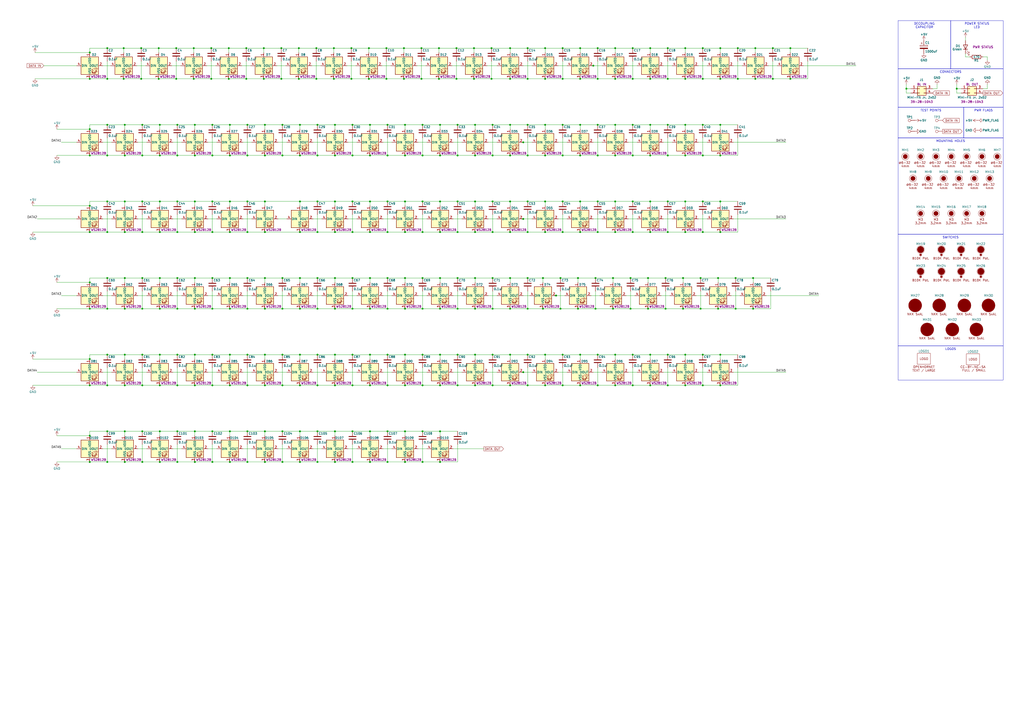
<source format=kicad_sch>
(kicad_sch (version 20230121) (generator eeschema)
  (paper "A2")
  (title_block (title "COMM PANEL") (date "2023-05-05") (rev "4") (company "www.openhornet.com") (comment 1 "License:  CC-BY-NC-SA") (comment 2 "Backlighting - Type A"))
  (junction (at 295.91 45.72))
  (junction (at 407.67 205.74))
  (junction (at 427.99 45.72))
  (junction (at 316.23 205.74))
  (junction (at 375.92 179.07))
  (junction (at 417.83 205.74))
  (junction (at 326.39 223.52))
  (junction (at 417.83 45.72))
  (junction (at 326.39 72.39))
  (junction (at 173.99 223.52))
  (junction (at 133.35 161.29))
  (junction (at 406.4 179.07))
  (junction (at 194.31 134.62))
  (junction (at 82.55 116.84))
  (junction (at 92.075 45.72))
  (junction (at 112.395 27.94))
  (junction (at 365.76 161.29))
  (junction (at 265.43 161.29))
  (junction (at 153.67 205.74))
  (junction (at 71.755 45.72))
  (junction (at 367.03 223.52))
  (junction (at 62.23 223.52))
  (junction (at 143.51 179.07))
  (junction (at 173.355 27.94))
  (junction (at 224.79 223.52))
  (junction (at 224.79 90.17))
  (junction (at 204.47 90.17))
  (junction (at 62.23 267.97))
  (junction (at 346.71 116.84))
  (junction (at 274.955 27.94))
  (junction (at 295.91 90.17))
  (junction (at 153.67 250.19))
  (junction (at 143.51 223.52))
  (junction (at 314.96 161.29))
  (junction (at 133.35 250.19))
  (junction (at 92.71 90.17))
  (junction (at 82.55 90.17))
  (junction (at 397.51 134.62))
  (junction (at 254.635 27.94))
  (junction (at 113.03 267.97))
  (junction (at 102.87 116.84))
  (junction (at 397.51 27.94))
  (junction (at 123.19 179.07))
  (junction (at 417.83 116.84))
  (junction (at 72.39 72.39))
  (junction (at 133.35 72.39))
  (junction (at 123.19 72.39))
  (junction (at 345.44 161.29))
  (junction (at 336.55 90.17))
  (junction (at 52.07 163.83))
  (junction (at 52.07 90.17))
  (junction (at 153.67 179.07))
  (junction (at 72.39 90.17))
  (junction (at 275.59 116.84))
  (junction (at 204.47 134.62))
  (junction (at 255.27 134.62))
  (junction (at 143.51 250.19))
  (junction (at 387.35 72.39))
  (junction (at 213.995 27.94))
  (junction (at 92.71 250.19))
  (junction (at 356.87 223.52))
  (junction (at 143.51 72.39))
  (junction (at 184.15 223.52))
  (junction (at 224.79 250.19))
  (junction (at 52.07 267.97))
  (junction (at 397.51 223.52))
  (junction (at 113.03 134.62))
  (junction (at 346.71 45.72))
  (junction (at 356.87 134.62))
  (junction (at 102.87 250.19))
  (junction (at 255.27 116.84))
  (junction (at 173.99 134.62))
  (junction (at 245.11 250.19))
  (junction (at 275.59 223.52))
  (junction (at 255.27 267.97))
  (junction (at 102.235 27.94))
  (junction (at 344.17 38.1))
  (junction (at 265.43 116.84))
  (junction (at 306.07 116.84))
  (junction (at 255.27 90.17))
  (junction (at 387.35 90.17))
  (junction (at 102.235 45.72))
  (junction (at 183.515 45.72))
  (junction (at 386.08 161.29))
  (junction (at 285.75 223.52))
  (junction (at 92.71 72.39))
  (junction (at 112.395 45.72))
  (junction (at 295.91 27.94))
  (junction (at 204.47 205.74))
  (junction (at 275.59 161.29))
  (junction (at 184.15 134.62))
  (junction (at 82.55 205.74))
  (junction (at 82.55 72.39))
  (junction (at 417.83 72.39))
  (junction (at 245.11 179.07))
  (junction (at 214.63 134.62))
  (junction (at 407.67 116.84))
  (junction (at 367.03 205.74))
  (junction (at 184.15 90.17))
  (junction (at 285.75 179.07))
  (junction (at 448.31 27.94))
  (junction (at 234.95 223.52))
  (junction (at 214.63 161.29))
  (junction (at 336.55 116.84))
  (junction (at 123.19 223.52))
  (junction (at 234.95 116.84))
  (junction (at 62.23 179.07))
  (junction (at 234.95 72.39))
  (junction (at 72.39 116.84))
  (junction (at 133.35 267.97))
  (junction (at 194.31 250.19))
  (junction (at 102.87 134.62))
  (junction (at 163.83 161.29))
  (junction (at 306.07 179.07))
  (junction (at 82.55 179.07))
  (junction (at 245.11 267.97))
  (junction (at 113.03 205.74))
  (junction (at 132.715 45.72))
  (junction (at 163.195 27.94))
  (junction (at 173.99 116.84))
  (junction (at 52.07 252.73))
  (junction (at 356.87 116.84))
  (junction (at 336.55 223.52))
  (junction (at 52.07 179.07))
  (junction (at 355.6 161.29))
  (junction (at 336.55 134.62))
  (junction (at 62.23 205.74))
  (junction (at 406.4 161.29))
  (junction (at 92.71 267.97))
  (junction (at 295.91 205.74))
  (junction (at 356.87 72.39))
  (junction (at 316.23 134.62))
  (junction (at 163.195 45.72))
  (junction (at 71.755 27.94))
  (junction (at 82.55 267.97))
  (junction (at 285.75 72.39))
  (junction (at 92.71 116.84))
  (junction (at 52.07 223.52))
  (junction (at 335.28 179.07))
  (junction (at 295.91 116.84))
  (junction (at 184.15 267.97))
  (junction (at 214.63 90.17))
  (junction (at 316.23 27.94))
  (junction (at 153.67 90.17))
  (junction (at 458.47 45.72))
  (junction (at 194.31 267.97))
  (junction (at 377.19 45.72))
  (junction (at 143.51 161.29))
  (junction (at 224.79 116.84))
  (junction (at 123.19 90.17))
  (junction (at 113.03 179.07))
  (junction (at 417.83 27.94))
  (junction (at 346.71 90.17))
  (junction (at 184.15 161.29))
  (junction (at 244.475 27.94))
  (junction (at 204.47 250.19))
  (junction (at 417.83 134.62))
  (junction (at 214.63 116.84))
  (junction (at 303.53 215.9))
  (junction (at 234.95 161.29))
  (junction (at 336.55 45.72))
  (junction (at 204.47 72.39))
  (junction (at 295.91 134.62))
  (junction (at 123.19 161.29))
  (junction (at 525.78 51.435))
  (junction (at 163.83 72.39))
  (junction (at 275.59 72.39))
  (junction (at 255.27 205.74))
  (junction (at 82.55 250.19))
  (junction (at 245.11 161.29))
  (junction (at 356.87 27.94))
  (junction (at 123.19 116.84))
  (junction (at 122.555 27.94))
  (junction (at 194.31 116.84))
  (junction (at 346.71 223.52))
  (junction (at 316.23 72.39))
  (junction (at 255.27 161.29))
  (junction (at 52.07 45.72))
  (junction (at 153.67 72.39))
  (junction (at 303.53 82.55))
  (junction (at 72.39 161.29))
  (junction (at 194.31 223.52))
  (junction (at 113.03 161.29))
  (junction (at 336.55 27.94))
  (junction (at 295.91 223.52))
  (junction (at 133.35 205.74))
  (junction (at 367.03 45.72))
  (junction (at 113.03 116.84))
  (junction (at 92.71 179.07))
  (junction (at 102.87 267.97))
  (junction (at 346.71 134.62))
  (junction (at 113.03 223.52))
  (junction (at 184.15 116.84))
  (junction (at 356.87 45.72))
  (junction (at 387.35 116.84))
  (junction (at 224.79 134.62))
  (junction (at 265.43 72.39))
  (junction (at 224.79 72.39))
  (junction (at 316.23 90.17))
  (junction (at 275.59 134.62))
  (junction (at 214.63 223.52))
  (junction (at 133.35 223.52))
  (junction (at 102.87 205.74))
  (junction (at 92.71 223.52))
  (junction (at 255.27 179.07))
  (junction (at 193.675 27.94))
  (junction (at 407.67 223.52))
  (junction (at 397.51 45.72))
  (junction (at 285.75 161.29))
  (junction (at 52.07 119.38))
  (junction (at 346.71 72.39))
  (junction (at 153.67 267.97))
  (junction (at 325.12 161.29))
  (junction (at 234.95 90.17))
  (junction (at 356.87 90.17))
  (junction (at 62.23 72.39))
  (junction (at 274.955 45.72))
  (junction (at 224.79 161.29))
  (junction (at 62.23 161.29))
  (junction (at 133.35 116.84))
  (junction (at 264.795 27.94))
  (junction (at 407.67 45.72))
  (junction (at 173.99 161.29))
  (junction (at 204.47 179.07))
  (junction (at 52.07 208.28))
  (junction (at 407.67 27.94))
  (junction (at 133.35 179.07))
  (junction (at 387.35 45.72))
  (junction (at 306.07 134.62))
  (junction (at 245.11 116.84))
  (junction (at 173.99 205.74))
  (junction (at 153.67 134.62))
  (junction (at 407.67 72.39))
  (junction (at 92.71 161.29))
  (junction (at 173.355 45.72))
  (junction (at 326.39 134.62))
  (junction (at 203.835 27.94))
  (junction (at 113.03 90.17))
  (junction (at 194.31 161.29))
  (junction (at 214.63 205.74))
  (junction (at 184.15 179.07))
  (junction (at 123.19 134.62))
  (junction (at 153.67 161.29))
  (junction (at 153.67 116.84))
  (junction (at 163.83 205.74))
  (junction (at 244.475 45.72))
  (junction (at 436.88 161.29))
  (junction (at 346.71 27.94))
  (junction (at 245.11 90.17))
  (junction (at 377.19 90.17))
  (junction (at 397.51 205.74))
  (junction (at 367.03 134.62))
  (junction (at 387.35 134.62))
  (junction (at 214.63 179.07))
  (junction (at 133.35 134.62))
  (junction (at 245.11 205.74))
  (junction (at 52.07 30.48))
  (junction (at 554.99 51.435))
  (junction (at 356.87 205.74))
  (junction (at 163.83 250.19))
  (junction (at 322.58 171.45))
  (junction (at 213.995 45.72))
  (junction (at 234.95 205.74))
  (junction (at 387.35 27.94))
  (junction (at 265.43 134.62))
  (junction (at 275.59 90.17))
  (junction (at 346.71 205.74))
  (junction (at 173.99 179.07))
  (junction (at 224.79 205.74))
  (junction (at 234.95 267.97))
  (junction (at 367.03 116.84))
  (junction (at 143.51 116.84))
  (junction (at 92.71 205.74))
  (junction (at 416.56 161.29))
  (junction (at 326.39 116.84))
  (junction (at 265.43 205.74))
  (junction (at 82.55 161.29))
  (junction (at 234.95 250.19))
  (junction (at 367.03 90.17))
  (junction (at 214.63 250.19))
  (junction (at 143.51 205.74))
  (junction (at 255.27 72.39))
  (junction (at 427.99 27.94))
  (junction (at 102.87 161.29))
  (junction (at 204.47 116.84))
  (junction (at 314.96 179.07))
  (junction (at 224.155 27.94))
  (junction (at 153.035 27.94))
  (junction (at 264.795 45.72))
  (junction (at 214.63 267.97))
  (junction (at 397.51 72.39))
  (junction (at 224.79 179.07))
  (junction (at 254.635 45.72))
  (junction (at 163.83 90.17))
  (junction (at 377.19 205.74))
  (junction (at 316.23 45.72))
  (junction (at 255.27 250.19))
  (junction (at 234.95 179.07))
  (junction (at 133.35 90.17))
  (junction (at 194.31 90.17))
  (junction (at 245.11 134.62))
  (junction (at 306.07 205.74))
  (junction (at 336.55 72.39))
  (junction (at 416.56 179.07))
  (junction (at 102.87 223.52))
  (junction (at 62.23 90.17))
  (junction (at 224.79 267.97))
  (junction (at 426.72 161.29))
  (junction (at 204.47 267.97))
  (junction (at 316.23 116.84))
  (junction (at 143.51 267.97))
  (junction (at 143.51 134.62))
  (junction (at 62.23 27.94))
  (junction (at 285.75 134.62))
  (junction (at 396.24 179.07))
  (junction (at 295.91 72.39))
  (junction (at 365.76 179.07))
  (junction (at 163.83 179.07))
  (junction (at 306.07 72.39))
  (junction (at 173.99 250.19))
  (junction (at 377.19 72.39))
  (junction (at 142.875 27.94))
  (junction (at 265.43 90.17))
  (junction (at 295.91 179.07))
  (junction (at 367.03 27.94))
  (junction (at 102.87 90.17))
  (junction (at 458.47 27.94))
  (junction (at 72.39 134.62))
  (junction (at 386.08 179.07))
  (junction (at 62.23 134.62))
  (junction (at 245.11 223.52))
  (junction (at 184.15 72.39))
  (junction (at 92.075 27.94))
  (junction (at 183.515 27.94))
  (junction (at 387.35 205.74))
  (junction (at 173.99 90.17))
  (junction (at 214.63 72.39))
  (junction (at 92.71 134.62))
  (junction (at 163.83 267.97))
  (junction (at 204.47 223.52))
  (junction (at 62.23 250.19))
  (junction (at 72.39 223.52))
  (junction (at 316.23 223.52))
  (junction (at 438.15 45.72))
  (junction (at 295.91 161.29))
  (junction (at 82.55 223.52))
  (junction (at 367.03 72.39))
  (junction (at 275.59 179.07))
  (junction (at 122.555 45.72))
  (junction (at 396.24 161.29))
  (junction (at 326.39 90.17))
  (junction (at 436.88 179.07))
  (junction (at 407.67 134.62))
  (junction (at 194.31 179.07))
  (junction (at 306.07 161.29))
  (junction (at 81.915 45.72))
  (junction (at 285.75 205.74))
  (junction (at 397.51 90.17))
  (junction (at 153.67 223.52))
  (junction (at 417.83 223.52))
  (junction (at 62.23 116.84))
  (junction (at 224.155 45.72))
  (junction (at 52.07 134.62))
  (junction (at 438.15 27.94))
  (junction (at 163.83 223.52))
  (junction (at 265.43 179.07))
  (junction (at 234.315 27.94))
  (junction (at 407.67 90.17))
  (junction (at 234.315 45.72))
  (junction (at 102.87 179.07))
  (junction (at 113.03 72.39))
  (junction (at 72.39 267.97))
  (junction (at 387.35 223.52))
  (junction (at 335.28 161.29))
  (junction (at 336.55 205.74))
  (junction (at 377.19 223.52))
  (junction (at 375.92 161.29))
  (junction (at 132.715 27.94))
  (junction (at 102.87 72.39))
  (junction (at 306.07 27.94))
  (junction (at 303.53 127))
  (junction (at 184.15 205.74))
  (junction (at 345.44 179.07))
  (junction (at 377.19 134.62))
  (junction (at 81.915 27.94))
  (junction (at 377.19 27.94))
  (junction (at 448.31 45.72))
  (junction (at 325.12 179.07))
  (junction (at 417.83 90.17))
  (junction (at 194.31 205.74))
  (junction (at 326.39 205.74))
  (junction (at 153.035 45.72))
  (junction (at 306.07 223.52))
  (junction (at 377.19 116.84))
  (junction (at 143.51 90.17))
  (junction (at 52.07 74.93))
  (junction (at 326.39 27.94))
  (junction (at 326.39 45.72))
  (junction (at 82.55 134.62))
  (junction (at 123.19 205.74))
  (junction (at 123.19 267.97))
  (junction (at 173.99 72.39))
  (junction (at 245.11 72.39))
  (junction (at 285.115 45.72))
  (junction (at 285.115 27.94))
  (junction (at 255.27 223.52))
  (junction (at 285.75 116.84))
  (junction (at 113.03 250.19))
  (junction (at 72.39 205.74))
  (junction (at 355.6 179.07))
  (junction (at 285.75 90.17))
  (junction (at 123.19 250.19))
  (junction (at 62.23 45.72))
  (junction (at 397.51 116.84))
  (junction (at 142.875 45.72))
  (junction (at 203.835 45.72))
  (junction (at 193.675 45.72))
  (junction (at 265.43 223.52))
  (junction (at 426.72 179.07))
  (junction (at 306.07 45.72))
  (junction (at 234.95 134.62))
  (junction (at 173.99 267.97))
  (junction (at 275.59 205.74))
  (junction (at 306.07 90.17))
  (junction (at 72.39 179.07))
  (junction (at 194.31 72.39))
  (junction (at 72.39 250.19))
  (junction (at 184.15 250.19))
  (junction (at 204.47 161.29))
  (wire (pts (xy 323.85 215.9) (xy 328.93 215.9)))
  (wire (pts (xy 35.56 82.55) (xy 44.45 82.55)))
  (wire (pts (xy 82.55 72.39) (xy 92.71 72.39)))
  (wire (pts (xy 285.75 223.52) (xy 295.91 223.52)))
  (wire (pts (xy 355.6 179.07) (xy 365.76 179.07)))
  (wire (pts (xy 314.96 161.29) (xy 314.96 163.83)))
  (wire (pts (xy 181.61 127) (xy 186.69 127)))
  (wire (pts (xy 201.93 215.9) (xy 207.01 215.9)))
  (wire (pts (xy 113.03 161.29) (xy 123.19 161.29)))
  (wire (pts (xy 102.87 134.62) (xy 113.03 134.62)))
  (wire (pts (xy 143.51 90.17) (xy 153.67 90.17)))
  (wire (pts (xy 336.55 116.84) (xy 346.71 116.84)))
  (wire (pts (xy 245.11 205.74) (xy 255.27 205.74)))
  (wire (pts (xy 306.07 45.72) (xy 316.23 45.72)))
  (wire (pts (xy 100.33 127) (xy 105.41 127)))
  (wire (pts (xy 336.55 134.62) (xy 346.71 134.62)))
  (wire (pts (xy 184.15 250.19) (xy 194.31 250.19)))
  (wire (pts (xy 242.57 82.55) (xy 247.65 82.55)))
  (wire (pts (xy 295.91 179.07) (xy 306.07 179.07)))
  (wire (pts (xy 102.87 116.84) (xy 113.03 116.84)))
  (wire (pts (xy 143.51 267.97) (xy 153.67 267.97)))
  (wire (pts (xy 102.235 27.94) (xy 112.395 27.94)))
  (wire (pts (xy 314.96 179.07) (xy 325.12 179.07)))
  (wire (pts (xy 295.91 134.62) (xy 306.07 134.62)))
  (wire (pts (xy 234.95 205.74) (xy 245.11 205.74)))
  (wire (pts (xy 234.315 45.72) (xy 244.475 45.72)))
  (wire (pts (xy 355.6 161.29) (xy 365.76 161.29)))
  (wire (pts (xy 52.07 161.29) (xy 62.23 161.29)))
  (wire (pts (xy 306.07 116.84) (xy 316.23 116.84)))
  (wire (pts (xy 102.87 223.52) (xy 113.03 223.52)))
  (wire (pts (xy 387.35 124.46) (xy 387.35 134.62)))
  (wire (pts (xy 181.61 82.55) (xy 186.69 82.55)))
  (wire (pts (xy 425.45 127) (xy 455.93 127)))
  (wire (pts (xy 426.72 161.29) (xy 436.88 161.29)))
  (wire (pts (xy 466.09 38.1) (xy 496.57 38.1)))
  (wire (pts (xy 384.81 215.9) (xy 389.89 215.9)))
  (wire (pts (xy 100.33 215.9) (xy 105.41 215.9)))
  (wire (pts (xy 113.03 267.97) (xy 123.19 267.97)))
  (wire (pts (xy 336.55 223.52) (xy 346.71 223.52)))
  (wire (pts (xy 184.15 179.07) (xy 194.31 179.07)))
  (wire (pts (xy 62.23 124.46) (xy 62.23 134.62)))
  (wire (pts (xy 275.59 205.74) (xy 275.59 208.28)))
  (wire (pts (xy 265.43 161.29) (xy 275.59 161.29)))
  (wire (pts (xy 326.39 90.17) (xy 336.55 90.17)))
  (wire (pts (xy 204.47 168.91) (xy 204.47 179.07)))
  (wire (pts (xy 153.67 267.97) (xy 163.83 267.97)))
  (wire (pts (xy 326.39 35.56) (xy 326.39 45.72)))
  (wire (pts (xy 322.58 171.45) (xy 327.66 171.45)))
  (wire (pts (xy 356.87 223.52) (xy 367.03 223.52)))
  (wire (pts (xy 346.71 116.84) (xy 356.87 116.84)))
  (wire (pts (xy 283.21 215.9) (xy 288.29 215.9)))
  (wire (pts (xy 180.975 38.1) (xy 186.055 38.1)))
  (wire (pts (xy 133.35 250.19) (xy 143.51 250.19)))
  (wire (pts (xy 161.29 260.35) (xy 166.37 260.35)))
  (wire (pts (xy 306.07 223.52) (xy 316.23 223.52)))
  (wire (pts (xy 234.95 250.19) (xy 245.11 250.19)))
  (wire (pts (xy 143.51 80.01) (xy 143.51 90.17)))
  (wire (pts (xy 132.715 27.94) (xy 132.715 30.48)))
  (wire (pts (xy 316.23 45.72) (xy 326.39 45.72)))
  (wire (pts (xy 120.65 171.45) (xy 125.73 171.45)))
  (wire (pts (xy 302.26 127) (xy 303.53 127)))
  (wire (pts (xy 82.55 168.91) (xy 82.55 179.07)))
  (wire (pts (xy 234.95 223.52) (xy 245.11 223.52)))
  (wire (pts (xy 122.555 45.72) (xy 132.715 45.72)))
  (wire (pts (xy 367.03 134.62) (xy 377.19 134.62)))
  (wire (pts (xy 306.07 27.94) (xy 316.23 27.94)))
  (wire (pts (xy 112.395 27.94) (xy 122.555 27.94)))
  (wire (pts (xy 265.43 116.84) (xy 275.59 116.84)))
  (wire (pts (xy 316.23 116.84) (xy 316.23 119.38)))
  (wire (pts (xy 407.67 223.52) (xy 417.83 223.52)))
  (wire (pts (xy 255.27 205.74) (xy 255.27 208.28)))
  (wire (pts (xy 325.12 161.29) (xy 335.28 161.29)))
  (wire (pts (xy 25.4 38.1) (xy 44.45 38.1)))
  (wire (pts (xy 33.02 267.97) (xy 52.07 267.97)))
  (wire (pts (xy 262.89 127) (xy 267.97 127)))
  (wire (pts (xy 572.77 48.895) (xy 572.77 51.435)))
  (wire (pts (xy 92.075 27.94) (xy 92.075 30.48)))
  (wire (pts (xy 245.11 72.39) (xy 255.27 72.39)))
  (wire (pts (xy 426.72 179.07) (xy 436.88 179.07)))
  (wire (pts (xy 194.31 116.84) (xy 194.31 119.38)))
  (wire (pts (xy 325.12 168.91) (xy 325.12 179.07)))
  (wire (pts (xy 214.63 205.74) (xy 214.63 208.28)))
  (wire (pts (xy 123.19 168.91) (xy 123.19 179.07)))
  (wire (pts (xy 448.31 27.94) (xy 458.47 27.94)))
  (wire (pts (xy 387.35 223.52) (xy 397.51 223.52)))
  (wire (pts (xy 92.71 72.39) (xy 92.71 74.93)))
  (wire (pts (xy 52.07 27.94) (xy 52.07 30.48)))
  (wire (pts (xy 173.99 72.39) (xy 173.99 74.93)))
  (wire (pts (xy 102.87 161.29) (xy 113.03 161.29)))
  (wire (pts (xy 387.35 45.72) (xy 397.51 45.72)))
  (wire (pts (xy 194.31 72.39) (xy 204.47 72.39)))
  (wire (pts (xy 367.03 223.52) (xy 377.19 223.52)))
  (wire (pts (xy 387.35 80.01) (xy 387.35 90.17)))
  (wire (pts (xy 204.47 250.19) (xy 214.63 250.19)))
  (wire (pts (xy 234.95 116.84) (xy 245.11 116.84)))
  (wire (pts (xy 222.25 82.55) (xy 227.33 82.55)))
  (wire (pts (xy 21.59 127) (xy 44.45 127)))
  (wire (pts (xy 163.83 250.19) (xy 173.99 250.19)))
  (wire (pts (xy 387.35 116.84) (xy 397.51 116.84)))
  (wire (pts (xy 375.92 179.07) (xy 386.08 179.07)))
  (wire (pts (xy 161.29 127) (xy 166.37 127)))
  (wire (pts (xy 163.83 213.36) (xy 163.83 223.52)))
  (wire (pts (xy 367.03 45.72) (xy 377.19 45.72)))
  (wire (pts (xy 163.195 45.72) (xy 173.355 45.72)))
  (wire (pts (xy 417.83 116.84) (xy 417.83 119.38)))
  (wire (pts (xy 204.47 213.36) (xy 204.47 223.52)))
  (wire (pts (xy 59.69 171.45) (xy 64.77 171.45)))
  (wire (pts (xy 52.07 161.29) (xy 52.07 163.83)))
  (wire (pts (xy 275.59 90.17) (xy 285.75 90.17)))
  (wire (pts (xy 397.51 72.39) (xy 397.51 74.93)))
  (wire (pts (xy 62.23 223.52) (xy 72.39 223.52)))
  (wire (pts (xy 234.95 72.39) (xy 234.95 74.93)))
  (wire (pts (xy 113.03 116.84) (xy 113.03 119.38)))
  (wire (pts (xy 367.03 116.84) (xy 377.19 116.84)))
  (wire (pts (xy 80.01 82.55) (xy 85.09 82.55)))
  (wire (pts (xy 303.53 215.9) (xy 308.61 215.9)))
  (wire (pts (xy 346.71 72.39) (xy 356.87 72.39)))
  (wire (pts (xy 356.87 134.62) (xy 367.03 134.62)))
  (wire (pts (xy 120.65 215.9) (xy 125.73 215.9)))
  (wire (pts (xy 306.07 205.74) (xy 316.23 205.74)))
  (wire (pts (xy 92.71 72.39) (xy 102.87 72.39)))
  (wire (pts (xy 407.67 124.46) (xy 407.67 134.62)))
  (wire (pts (xy 245.11 250.19) (xy 255.27 250.19)))
  (wire (pts (xy 120.015 38.1) (xy 125.095 38.1)))
  (wire (pts (xy 214.63 161.29) (xy 214.63 163.83)))
  (wire (pts (xy 254.635 27.94) (xy 264.795 27.94)))
  (wire (pts (xy 346.71 213.36) (xy 346.71 223.52)))
  (wire (pts (xy 163.195 35.56) (xy 163.195 45.72)))
  (wire (pts (xy 275.59 161.29) (xy 285.75 161.29)))
  (wire (pts (xy 72.39 90.17) (xy 82.55 90.17)))
  (wire (pts (xy 193.675 27.94) (xy 203.835 27.94)))
  (wire (pts (xy 224.79 205.74) (xy 234.95 205.74)))
  (wire (pts (xy 204.47 72.39) (xy 214.63 72.39)))
  (wire (pts (xy 194.31 267.97) (xy 204.47 267.97)))
  (wire (pts (xy 184.15 161.29) (xy 194.31 161.29)))
  (wire (pts (xy 194.31 250.19) (xy 204.47 250.19)))
  (wire (pts (xy 20.32 45.72) (xy 52.07 45.72)))
  (wire (pts (xy 275.59 179.07) (xy 285.75 179.07)))
  (wire (pts (xy 557.53 53.975) (xy 554.99 53.975)))
  (wire (pts (xy 102.87 205.74) (xy 113.03 205.74)))
  (wire (pts (xy 525.78 51.435) (xy 528.32 51.435)))
  (wire (pts (xy 265.43 80.01) (xy 265.43 90.17)))
  (wire (pts (xy 424.18 171.45) (xy 429.26 171.45)))
  (wire (pts (xy 387.35 213.36) (xy 387.35 223.52)))
  (wire (pts (xy 204.47 116.84) (xy 214.63 116.84)))
  (wire (pts (xy 173.99 116.84) (xy 184.15 116.84)))
  (wire (pts (xy 445.77 38.1) (xy 450.85 38.1)))
  (wire (pts (xy 387.35 134.62) (xy 397.51 134.62)))
  (wire (pts (xy 143.51 250.19) (xy 153.67 250.19)))
  (wire (pts (xy 323.85 82.55) (xy 328.93 82.55)))
  (wire (pts (xy 153.67 134.62) (xy 173.99 134.62)))
  (wire (pts (xy 306.07 80.01) (xy 306.07 90.17)))
  (wire (pts (xy 367.03 213.36) (xy 367.03 223.52)))
  (wire (pts (xy 255.27 72.39) (xy 255.27 74.93)))
  (wire (pts (xy 184.15 223.52) (xy 194.31 223.52)))
  (wire (pts (xy 255.27 161.29) (xy 265.43 161.29)))
  (wire (pts (xy 438.15 45.72) (xy 448.31 45.72)))
  (wire (pts (xy 417.83 223.52) (xy 427.99 223.52)))
  (wire (pts (xy 245.11 223.52) (xy 255.27 223.52)))
  (wire (pts (xy 326.39 223.52) (xy 336.55 223.52)))
  (wire (pts (xy 316.23 72.39) (xy 326.39 72.39)))
  (wire (pts (xy 92.71 90.17) (xy 102.87 90.17)))
  (wire (pts (xy 224.79 257.81) (xy 224.79 267.97)))
  (wire (pts (xy 133.35 72.39) (xy 133.35 74.93)))
  (wire (pts (xy 163.83 267.97) (xy 173.99 267.97)))
  (wire (pts (xy 52.07 250.19) (xy 62.23 250.19)))
  (wire (pts (xy 52.07 116.84) (xy 62.23 116.84)))
  (wire (pts (xy 407.67 72.39) (xy 417.83 72.39)))
  (wire (pts (xy 525.78 48.895) (xy 525.78 51.435)))
  (wire (pts (xy 82.55 80.01) (xy 82.55 90.17)))
  (wire (pts (xy 62.23 213.36) (xy 62.23 223.52)))
  (wire (pts (xy 194.31 205.74) (xy 204.47 205.74)))
  (wire (pts (xy 194.31 161.29) (xy 204.47 161.29)))
  (wire (pts (xy 92.71 223.52) (xy 102.87 223.52)))
  (wire (pts (xy 72.39 267.97) (xy 82.55 267.97)))
  (wire (pts (xy 92.71 205.74) (xy 102.87 205.74)))
  (wire (pts (xy 113.03 116.84) (xy 123.19 116.84)))
  (wire (pts (xy 163.83 223.52) (xy 173.99 223.52)))
  (wire (pts (xy 336.55 116.84) (xy 336.55 119.38)))
  (wire (pts (xy 92.075 27.94) (xy 102.235 27.94)))
  (wire (pts (xy 52.07 179.07) (xy 62.23 179.07)))
  (wire (pts (xy 123.19 90.17) (xy 133.35 90.17)))
  (wire (pts (xy 140.335 38.1) (xy 145.415 38.1)))
  (wire (pts (xy 346.71 27.94) (xy 356.87 27.94)))
  (wire (pts (xy 265.43 223.52) (xy 275.59 223.52)))
  (wire (pts (xy 255.27 223.52) (xy 265.43 223.52)))
  (wire (pts (xy 407.67 35.56) (xy 407.67 45.72)))
  (wire (pts (xy 213.995 27.94) (xy 213.995 30.48)))
  (wire (pts (xy 570.23 33.02) (xy 572.77 33.02)))
  (wire (pts (xy 346.71 205.74) (xy 356.87 205.74)))
  (wire (pts (xy 377.19 116.84) (xy 377.19 119.38)))
  (wire (pts (xy 245.11 213.36) (xy 245.11 223.52)))
  (wire (pts (xy 325.12 179.07) (xy 335.28 179.07)))
  (wire (pts (xy 123.19 72.39) (xy 133.35 72.39)))
  (wire (pts (xy 173.99 223.52) (xy 184.15 223.52)))
  (wire (pts (xy 285.115 45.72) (xy 295.91 45.72)))
  (wire (pts (xy 285.75 213.36) (xy 285.75 223.52)))
  (wire (pts (xy 425.45 215.9) (xy 455.93 215.9)))
  (wire (pts (xy 19.05 134.62) (xy 52.07 134.62)))
  (wire (pts (xy 345.44 179.07) (xy 355.6 179.07)))
  (wire (pts (xy 72.39 72.39) (xy 72.39 74.93)))
  (wire (pts (xy 275.59 116.84) (xy 275.59 119.38)))
  (wire (pts (xy 344.17 127) (xy 349.25 127)))
  (wire (pts (xy 201.93 82.55) (xy 207.01 82.55)))
  (wire (pts (xy 295.91 90.17) (xy 306.07 90.17)))
  (wire (pts (xy 52.07 27.94) (xy 62.23 27.94)))
  (wire (pts (xy 397.51 90.17) (xy 407.67 90.17)))
  (wire (pts (xy 387.35 72.39) (xy 397.51 72.39)))
  (wire (pts (xy 142.875 27.94) (xy 153.035 27.94)))
  (wire (pts (xy 262.89 260.35) (xy 280.67 260.35)))
  (wire (pts (xy 436.88 161.29) (xy 436.88 163.83)))
  (wire (pts (xy 79.375 38.1) (xy 84.455 38.1)))
  (wire (pts (xy 204.47 124.46) (xy 204.47 134.62)))
  (wire (pts (xy 363.22 171.45) (xy 368.3 171.45)))
  (wire (pts (xy 204.47 267.97) (xy 214.63 267.97)))
  (wire (pts (xy 234.95 72.39) (xy 245.11 72.39)))
  (wire (pts (xy 62.23 90.17) (xy 72.39 90.17)))
  (wire (pts (xy 295.91 161.29) (xy 306.07 161.29)))
  (wire (pts (xy 214.63 205.74) (xy 224.79 205.74)))
  (wire (pts (xy 82.55 250.19) (xy 92.71 250.19)))
  (wire (pts (xy 275.59 205.74) (xy 285.75 205.74)))
  (wire (pts (xy 365.76 179.07) (xy 375.92 179.07)))
  (wire (pts (xy 346.71 35.56) (xy 346.71 45.72)))
  (wire (pts (xy 244.475 45.72) (xy 254.635 45.72)))
  (wire (pts (xy 436.88 161.29) (xy 447.04 161.29)))
  (wire (pts (xy 163.83 205.74) (xy 173.99 205.74)))
  (wire (pts (xy 62.23 267.97) (xy 72.39 267.97)))
  (wire (pts (xy 285.75 168.91) (xy 285.75 179.07)))
  (wire (pts (xy 346.71 80.01) (xy 346.71 90.17)))
  (wire (pts (xy 254.635 45.72) (xy 264.795 45.72)))
  (wire (pts (xy 163.83 161.29) (xy 173.99 161.29)))
  (wire (pts (xy 72.39 205.74) (xy 72.39 208.28)))
  (wire (pts (xy 245.11 116.84) (xy 255.27 116.84)))
  (wire (pts (xy 102.87 250.19) (xy 113.03 250.19)))
  (wire (pts (xy 62.23 116.84) (xy 72.39 116.84)))
  (wire (pts (xy 265.43 168.91) (xy 265.43 179.07)))
  (wire (pts (xy 193.675 45.72) (xy 203.835 45.72)))
  (wire (pts (xy 265.43 179.07) (xy 275.59 179.07)))
  (wire (pts (xy 33.02 74.93) (xy 52.07 74.93)))
  (wire (pts (xy 133.35 267.97) (xy 143.51 267.97)))
  (wire (pts (xy 396.24 179.07) (xy 406.4 179.07)))
  (wire (pts (xy 173.99 250.19) (xy 173.99 252.73)))
  (wire (pts (xy 265.43 213.36) (xy 265.43 223.52)))
  (wire (pts (xy 62.23 205.74) (xy 72.39 205.74)))
  (wire (pts (xy 214.63 223.52) (xy 224.79 223.52)))
  (wire (pts (xy 283.21 171.45) (xy 288.29 171.45)))
  (wire (pts (xy 255.27 250.19) (xy 265.43 250.19)))
  (wire (pts (xy 82.55 90.17) (xy 92.71 90.17)))
  (wire (pts (xy 153.67 205.74) (xy 153.67 208.28)))
  (wire (pts (xy 306.07 72.39) (xy 316.23 72.39)))
  (wire (pts (xy 448.31 45.72) (xy 458.47 45.72)))
  (wire (pts (xy 397.51 116.84) (xy 397.51 119.38)))
  (wire (pts (xy 377.19 72.39) (xy 377.19 74.93)))
  (wire (pts (xy 133.35 72.39) (xy 143.51 72.39)))
  (wire (pts (xy 92.71 116.84) (xy 102.87 116.84)))
  (wire (pts (xy 448.31 35.56) (xy 448.31 45.72)))
  (wire (pts (xy 356.87 27.94) (xy 367.03 27.94)))
  (wire (pts (xy 306.07 124.46) (xy 306.07 134.62)))
  (wire (pts (xy 346.71 223.52) (xy 356.87 223.52)))
  (wire (pts (xy 397.51 27.94) (xy 407.67 27.94)))
  (wire (pts (xy 82.55 134.62) (xy 92.71 134.62)))
  (wire (pts (xy 245.11 267.97) (xy 255.27 267.97)))
  (wire (pts (xy 113.03 179.07) (xy 123.19 179.07)))
  (wire (pts (xy 102.87 90.17) (xy 113.03 90.17)))
  (wire (pts (xy 364.49 127) (xy 369.57 127)))
  (wire (pts (xy 427.99 27.94) (xy 438.15 27.94)))
  (wire (pts (xy 113.03 223.52) (xy 123.19 223.52)))
  (wire (pts (xy 184.15 124.46) (xy 184.15 134.62)))
  (wire (pts (xy 302.26 82.55) (xy 303.53 82.55)))
  (wire (pts (xy 407.67 45.72) (xy 417.83 45.72)))
  (wire (pts (xy 132.715 27.94) (xy 142.875 27.94)))
  (wire (pts (xy 92.71 267.97) (xy 102.87 267.97)))
  (wire (pts (xy 113.03 205.74) (xy 123.19 205.74)))
  (wire (pts (xy 427.99 35.56) (xy 427.99 45.72)))
  (wire (pts (xy 295.91 161.29) (xy 295.91 163.83)))
  (wire (pts (xy 234.95 134.62) (xy 245.11 134.62)))
  (wire (pts (xy 255.27 72.39) (xy 265.43 72.39)))
  (wire (pts (xy 375.92 161.29) (xy 386.08 161.29)))
  (wire (pts (xy 201.93 171.45) (xy 207.01 171.45)))
  (wire (pts (xy 283.21 82.55) (xy 288.29 82.55)))
  (wire (pts (xy 255.27 90.17) (xy 265.43 90.17)))
  (wire (pts (xy 102.87 257.81) (xy 102.87 267.97)))
  (wire (pts (xy 92.71 116.84) (xy 92.71 119.38)))
  (wire (pts (xy 224.79 213.36) (xy 224.79 223.52)))
  (wire (pts (xy 72.39 250.19) (xy 72.39 252.73)))
  (wire (pts (xy 184.15 90.17) (xy 194.31 90.17)))
  (wire (pts (xy 367.03 27.94) (xy 377.19 27.94)))
  (wire (pts (xy 204.47 80.01) (xy 204.47 90.17)))
  (wire (pts (xy 173.99 179.07) (xy 184.15 179.07)))
  (wire (pts (xy 214.63 161.29) (xy 224.79 161.29)))
  (wire (pts (xy 316.23 223.52) (xy 326.39 223.52)))
  (wire (pts (xy 224.155 45.72) (xy 234.315 45.72)))
  (wire (pts (xy 403.86 171.45) (xy 408.94 171.45)))
  (wire (pts (xy 407.67 116.84) (xy 417.83 116.84)))
  (wire (pts (xy 81.915 45.72) (xy 92.075 45.72)))
  (wire (pts (xy 377.19 45.72) (xy 387.35 45.72)))
  (wire (pts (xy 416.56 161.29) (xy 416.56 163.83)))
  (wire (pts (xy 306.07 213.36) (xy 306.07 223.52)))
  (wire (pts (xy 102.87 267.97) (xy 113.03 267.97)))
  (wire (pts (xy 81.915 27.94) (xy 92.075 27.94)))
  (wire (pts (xy 306.07 134.62) (xy 316.23 134.62)))
  (wire (pts (xy 285.75 80.01) (xy 285.75 90.17)))
  (wire (pts (xy 417.83 116.84) (xy 427.99 116.84)))
  (wire (pts (xy 92.71 250.19) (xy 92.71 252.73)))
  (wire (pts (xy 323.85 38.1) (xy 328.93 38.1)))
  (wire (pts (xy 161.29 171.45) (xy 166.37 171.45)))
  (wire (pts (xy 285.115 35.56) (xy 285.115 45.72)))
  (wire (pts (xy 214.63 116.84) (xy 224.79 116.84)))
  (wire (pts (xy 405.13 38.1) (xy 410.21 38.1)))
  (wire (pts (xy 234.95 205.74) (xy 234.95 208.28)))
  (wire (pts (xy 224.79 179.07) (xy 234.95 179.07)))
  (wire (pts (xy 387.35 35.56) (xy 387.35 45.72)))
  (wire (pts (xy 181.61 215.9) (xy 186.69 215.9)))
  (wire (pts (xy 367.03 80.01) (xy 367.03 90.17)))
  (wire (pts (xy 52.07 223.52) (xy 62.23 223.52)))
  (wire (pts (xy 224.79 124.46) (xy 224.79 134.62)))
  (wire (pts (xy 295.91 27.94) (xy 295.91 30.48)))
  (wire (pts (xy 133.35 179.07) (xy 143.51 179.07)))
  (wire (pts (xy 72.39 161.29) (xy 82.55 161.29)))
  (wire (pts (xy 295.91 45.72) (xy 306.07 45.72)))
  (wire (pts (xy 275.59 223.52) (xy 285.75 223.52)))
  (wire (pts (xy 184.15 213.36) (xy 184.15 223.52)))
  (wire (pts (xy 387.35 90.17) (xy 397.51 90.17)))
  (wire (pts (xy 326.39 134.62) (xy 336.55 134.62)))
  (wire (pts (xy 214.63 250.19) (xy 224.79 250.19)))
  (wire (pts (xy 133.35 90.17) (xy 143.51 90.17)))
  (wire (pts (xy 113.03 90.17) (xy 123.19 90.17)))
  (wire (pts (xy 367.03 124.46) (xy 367.03 134.62)))
  (wire (pts (xy 316.23 205.74) (xy 316.23 208.28)))
  (wire (pts (xy 140.97 127) (xy 146.05 127)))
  (wire (pts (xy 160.655 38.1) (xy 165.735 38.1)))
  (wire (pts (xy 153.035 45.72) (xy 163.195 45.72)))
  (wire (pts (xy 458.47 27.94) (xy 458.47 30.48)))
  (wire (pts (xy 405.13 215.9) (xy 410.21 215.9)))
  (wire (pts (xy 285.75 161.29) (xy 295.91 161.29)))
  (wire (pts (xy 19.05 119.38) (xy 52.07 119.38)))
  (wire (pts (xy 82.55 213.36) (xy 82.55 223.52)))
  (wire (pts (xy 427.99 45.72) (xy 438.15 45.72)))
  (wire (pts (xy 224.155 35.56) (xy 224.155 45.72)))
  (wire (pts (xy 59.69 127) (xy 64.77 127)))
  (wire (pts (xy 194.31 205.74) (xy 194.31 208.28)))
  (wire (pts (xy 153.67 116.84) (xy 153.67 119.38)))
  (wire (pts (xy 285.75 90.17) (xy 295.91 90.17)))
  (wire (pts (xy 356.87 27.94) (xy 356.87 30.48)))
  (wire (pts (xy 262.255 38.1) (xy 267.335 38.1)))
  (wire (pts (xy 295.91 205.74) (xy 295.91 208.28)))
  (wire (pts (xy 356.87 72.39) (xy 356.87 74.93)))
  (wire (pts (xy 396.24 161.29) (xy 406.4 161.29)))
  (wire (pts (xy 113.03 72.39) (xy 123.19 72.39)))
  (wire (pts (xy 123.19 205.74) (xy 133.35 205.74)))
  (wire (pts (xy 377.19 27.94) (xy 377.19 30.48)))
  (wire (pts (xy 19.05 223.52) (xy 52.07 223.52)))
  (wire (pts (xy 82.55 179.07) (xy 92.71 179.07)))
  (wire (pts (xy 356.87 45.72) (xy 367.03 45.72)))
  (wire (pts (xy 417.83 72.39) (xy 417.83 74.93)))
  (wire (pts (xy 377.19 72.39) (xy 387.35 72.39)))
  (wire (pts (xy 181.61 171.45) (xy 186.69 171.45)))
  (wire (pts (xy 62.23 72.39) (xy 72.39 72.39)))
  (wire (pts (xy 458.47 27.94) (xy 468.63 27.94)))
  (wire (pts (xy 82.55 116.84) (xy 92.71 116.84)))
  (wire (pts (xy 386.08 161.29) (xy 396.24 161.29)))
  (wire (pts (xy 203.835 45.72) (xy 213.995 45.72)))
  (wire (pts (xy 234.95 116.84) (xy 234.95 119.38)))
  (wire (pts (xy 133.35 161.29) (xy 143.51 161.29)))
  (wire (pts (xy 33.02 90.17) (xy 52.07 90.17)))
  (wire (pts (xy 102.87 179.07) (xy 113.03 179.07)))
  (wire (pts (xy 316.23 90.17) (xy 326.39 90.17)))
  (wire (pts (xy 254.635 27.94) (xy 254.635 30.48)))
  (wire (pts (xy 201.93 260.35) (xy 207.01 260.35)))
  (wire (pts (xy 142.875 45.72) (xy 153.035 45.72)))
  (wire (pts (xy 417.83 27.94) (xy 427.99 27.94)))
  (wire (pts (xy 323.85 127) (xy 328.93 127)))
  (wire (pts (xy 265.43 134.62) (xy 275.59 134.62)))
  (wire (pts (xy 397.51 116.84) (xy 407.67 116.84)))
  (wire (pts (xy 447.04 168.91) (xy 447.04 179.07)))
  (wire (pts (xy 123.19 223.52) (xy 133.35 223.52)))
  (wire (pts (xy 255.27 116.84) (xy 265.43 116.84)))
  (wire (pts (xy 364.49 215.9) (xy 369.57 215.9)))
  (wire (pts (xy 222.25 127) (xy 227.33 127)))
  (wire (pts (xy 262.89 171.45) (xy 267.97 171.45)))
  (wire (pts (xy 397.51 223.52) (xy 407.67 223.52)))
  (wire (pts (xy 102.235 45.72) (xy 112.395 45.72)))
  (wire (pts (xy 245.11 161.29) (xy 255.27 161.29)))
  (wire (pts (xy 102.87 72.39) (xy 113.03 72.39)))
  (wire (pts (xy 427.99 213.36) (xy 427.99 223.52)))
  (wire (pts (xy 285.75 72.39) (xy 295.91 72.39)))
  (wire (pts (xy 173.355 27.94) (xy 183.515 27.94)))
  (wire (pts (xy 62.23 257.81) (xy 62.23 267.97)))
  (wire (pts (xy 92.71 134.62) (xy 102.87 134.62)))
  (wire (pts (xy 102.235 35.56) (xy 102.235 45.72)))
  (wire (pts (xy 82.55 161.29) (xy 92.71 161.29)))
  (wire (pts (xy 59.69 215.9) (xy 64.77 215.9)))
  (wire (pts (xy 80.01 171.45) (xy 85.09 171.45)))
  (wire (pts (xy 255.27 250.19) (xy 255.27 252.73)))
  (wire (pts (xy 173.99 250.19) (xy 184.15 250.19)))
  (wire (pts (xy 306.07 179.07) (xy 314.96 179.07)))
  (wire (pts (xy 213.995 27.94) (xy 224.155 27.94)))
  (wire (pts (xy 102.87 213.36) (xy 102.87 223.52)))
  (wire (pts (xy 153.67 161.29) (xy 163.83 161.29)))
  (wire (pts (xy 234.95 161.29) (xy 245.11 161.29)))
  (wire (pts (xy 407.67 134.62) (xy 417.83 134.62)))
  (wire (pts (xy 201.295 38.1) (xy 206.375 38.1)))
  (wire (pts (xy 113.03 250.19) (xy 113.03 252.73)))
  (wire (pts (xy 528.32 53.975) (xy 525.78 53.975)))
  (wire (pts (xy 112.395 27.94) (xy 112.395 30.48)))
  (wire (pts (xy 255.27 134.62) (xy 265.43 134.62)))
  (wire (pts (xy 245.11 90.17) (xy 255.27 90.17)))
  (wire (pts (xy 204.47 161.29) (xy 214.63 161.29)))
  (wire (pts (xy 234.315 27.94) (xy 234.315 30.48)))
  (wire (pts (xy 123.19 250.19) (xy 133.35 250.19)))
  (wire (pts (xy 123.19 161.29) (xy 133.35 161.29)))
  (wire (pts (xy 397.51 27.94) (xy 397.51 30.48)))
  (wire (pts (xy 133.35 250.19) (xy 133.35 252.73)))
  (wire (pts (xy 123.19 213.36) (xy 123.19 223.52)))
  (wire (pts (xy 222.25 260.35) (xy 227.33 260.35)))
  (wire (pts (xy 142.875 35.56) (xy 142.875 45.72)))
  (wire (pts (xy 356.87 90.17) (xy 367.03 90.17)))
  (wire (pts (xy 356.87 205.74) (xy 356.87 208.28)))
  (wire (pts (xy 303.53 38.1) (xy 308.61 38.1)))
  (wire (pts (xy 255.27 267.97) (xy 265.43 267.97)))
  (wire (pts (xy 143.51 213.36) (xy 143.51 223.52)))
  (wire (pts (xy 234.95 267.97) (xy 245.11 267.97)))
  (wire (pts (xy 264.795 45.72) (xy 274.955 45.72)))
  (wire (pts (xy 244.475 35.56) (xy 244.475 45.72)))
  (wire (pts (xy 173.99 90.17) (xy 184.15 90.17)))
  (wire (pts (xy 295.91 72.39) (xy 306.07 72.39)))
  (wire (pts (xy 274.955 45.72) (xy 285.115 45.72)))
  (wire (pts (xy 153.67 90.17) (xy 163.83 90.17)))
  (wire (pts (xy 204.47 90.17) (xy 214.63 90.17)))
  (wire (pts (xy 173.99 134.62) (xy 184.15 134.62)))
  (wire (pts (xy 336.55 72.39) (xy 336.55 74.93)))
  (wire (pts (xy 326.39 116.84) (xy 336.55 116.84)))
  (wire (pts (xy 143.51 168.91) (xy 143.51 179.07)))
  (wire (pts (xy 21.59 215.9) (xy 44.45 215.9)))
  (wire (pts (xy 214.63 90.17) (xy 224.79 90.17)))
  (wire (pts (xy 346.71 134.62) (xy 356.87 134.62)))
  (wire (pts (xy 52.07 45.72) (xy 62.23 45.72)))
  (wire (pts (xy 214.63 179.07) (xy 224.79 179.07)))
  (wire (pts (xy 244.475 27.94) (xy 254.635 27.94)))
  (wire (pts (xy 344.17 38.1) (xy 349.25 38.1)))
  (wire (pts (xy 417.83 205.74) (xy 427.99 205.74)))
  (wire (pts (xy 20.32 30.48) (xy 52.07 30.48)))
  (wire (pts (xy 143.51 257.81) (xy 143.51 267.97)))
  (wire (pts (xy 336.55 45.72) (xy 346.71 45.72)))
  (wire (pts (xy 560.07 33.02) (xy 560.07 31.115)))
  (wire (pts (xy 214.63 134.62) (xy 224.79 134.62)))
  (wire (pts (xy 436.88 179.07) (xy 447.04 179.07)))
  (wire (pts (xy 364.49 82.55) (xy 369.57 82.55)))
  (wire (pts (xy 82.55 257.81) (xy 82.55 267.97)))
  (wire (pts (xy 397.51 134.62) (xy 407.67 134.62)))
  (wire (pts (xy 242.57 215.9) (xy 247.65 215.9)))
  (wire (pts (xy 234.95 161.29) (xy 234.95 163.83)))
  (wire (pts (xy 82.55 205.74) (xy 92.71 205.74)))
  (wire (pts (xy 417.83 134.62) (xy 427.99 134.62)))
  (wire (pts (xy 224.79 267.97) (xy 234.95 267.97)))
  (wire (pts (xy 316.23 72.39) (xy 316.23 74.93)))
  (wire (pts (xy 184.15 134.62) (xy 194.31 134.62)))
  (wire (pts (xy 345.44 161.29) (xy 355.6 161.29)))
  (wire (pts (xy 255.27 161.29) (xy 255.27 163.83)))
  (wire (pts (xy 427.99 80.01) (xy 427.99 90.17)))
  (wire (pts (xy 367.03 72.39) (xy 377.19 72.39)))
  (wire (pts (xy 397.51 45.72) (xy 407.67 45.72)))
  (wire (pts (xy 72.39 250.19) (xy 82.55 250.19)))
  (wire (pts (xy 265.43 124.46) (xy 265.43 134.62)))
  (wire (pts (xy 306.07 168.91) (xy 306.07 179.07)))
  (wire (pts (xy 52.07 72.39) (xy 62.23 72.39)))
  (wire (pts (xy 163.83 179.07) (xy 173.99 179.07)))
  (wire (pts (xy 265.43 257.81) (xy 265.43 267.97)))
  (wire (pts (xy 143.51 134.62) (xy 153.67 134.62)))
  (wire (pts (xy 222.25 215.9) (xy 227.33 215.9)))
  (wire (pts (xy 62.23 80.01) (xy 62.23 90.17)))
  (wire (pts (xy 377.19 134.62) (xy 387.35 134.62)))
  (wire (pts (xy 140.97 82.55) (xy 146.05 82.55)))
  (wire (pts (xy 234.95 90.17) (xy 245.11 90.17)))
  (wire (pts (xy 153.67 223.52) (xy 163.83 223.52)))
  (wire (pts (xy 375.92 161.29) (xy 375.92 163.83)))
  (wire (pts (xy 572.77 51.435) (xy 570.23 51.435)))
  (wire (pts (xy 71.755 27.94) (xy 71.755 30.48)))
  (wire (pts (xy 367.03 90.17) (xy 377.19 90.17)))
  (wire (pts (xy 406.4 168.91) (xy 406.4 179.07)))
  (wire (pts (xy 102.87 168.91) (xy 102.87 179.07)))
  (wire (pts (xy 242.57 127) (xy 247.65 127)))
  (wire (pts (xy 143.51 205.74) (xy 153.67 205.74)))
  (wire (pts (xy 425.45 82.55) (xy 455.93 82.55)))
  (wire (pts (xy 59.69 38.1) (xy 64.135 38.1)))
  (wire (pts (xy 397.51 72.39) (xy 407.67 72.39)))
  (wire (pts (xy 133.35 205.74) (xy 133.35 208.28)))
  (wire (pts (xy 194.31 116.84) (xy 204.47 116.84)))
  (wire (pts (xy 181.61 260.35) (xy 186.69 260.35)))
  (wire (pts (xy 82.55 267.97) (xy 92.71 267.97)))
  (wire (pts (xy 143.51 116.84) (xy 153.67 116.84)))
  (wire (pts (xy 112.395 45.72) (xy 122.555 45.72)))
  (wire (pts (xy 417.83 27.94) (xy 417.83 30.48)))
  (wire (pts (xy 153.67 205.74) (xy 163.83 205.74)))
  (wire (pts (xy 224.79 134.62) (xy 234.95 134.62)))
  (wire (pts (xy 132.715 45.72) (xy 142.875 45.72)))
  (wire (pts (xy 62.23 35.56) (xy 62.23 45.72)))
  (wire (pts (xy 364.49 38.1) (xy 369.57 38.1)))
  (wire (pts (xy 306.07 90.17) (xy 316.23 90.17)))
  (wire (pts (xy 417.83 90.17) (xy 427.99 90.17)))
  (wire (pts (xy 82.55 223.52) (xy 92.71 223.52)))
  (wire (pts (xy 262.89 215.9) (xy 267.97 215.9)))
  (wire (pts (xy 224.79 80.01) (xy 224.79 90.17)))
  (wire (pts (xy 262.89 82.55) (xy 267.97 82.55)))
  (wire (pts (xy 113.03 250.19) (xy 123.19 250.19)))
  (wire (pts (xy 100.33 171.45) (xy 105.41 171.45)))
  (wire (pts (xy 52.07 205.74) (xy 62.23 205.74)))
  (wire (pts (xy 52.07 116.84) (xy 52.07 119.38)))
  (wire (pts (xy 234.95 250.19) (xy 234.95 252.73)))
  (wire (pts (xy 183.515 27.94) (xy 193.675 27.94)))
  (wire (pts (xy 356.87 205.74) (xy 367.03 205.74)))
  (wire (pts (xy 184.15 80.01) (xy 184.15 90.17)))
  (wire (pts (xy 92.71 179.07) (xy 102.87 179.07)))
  (wire (pts (xy 92.71 161.29) (xy 92.71 163.83)))
  (wire (pts (xy 417.83 72.39) (xy 427.99 72.39)))
  (wire (pts (xy 194.31 223.52) (xy 204.47 223.52)))
  (wire (pts (xy 52.07 205.74) (xy 52.07 208.28)))
  (wire (pts (xy 35.56 260.35) (xy 44.45 260.35)))
  (wire (pts (xy 245.11 134.62) (xy 255.27 134.62)))
  (wire (pts (xy 80.01 260.35) (xy 85.09 260.35)))
  (wire (pts (xy 426.72 168.91) (xy 426.72 179.07)))
  (wire (pts (xy 133.35 161.29) (xy 133.35 163.83)))
  (wire (pts (xy 572.77 33.02) (xy 572.77 34.925)))
  (wire (pts (xy 245.11 80.01) (xy 245.11 90.17)))
  (wire (pts (xy 92.075 45.72) (xy 102.235 45.72)))
  (wire (pts (xy 224.79 116.84) (xy 234.95 116.84)))
  (wire (pts (xy 62.23 134.62) (xy 72.39 134.62)))
  (wire (pts (xy 204.47 179.07) (xy 214.63 179.07)))
  (wire (pts (xy 303.53 127) (xy 308.61 127)))
  (wire (pts (xy 367.03 35.56) (xy 367.03 45.72)))
  (wire (pts (xy 265.43 90.17) (xy 275.59 90.17)))
  (wire (pts (xy 265.43 205.74) (xy 275.59 205.74)))
  (wire (pts (xy 335.28 179.07) (xy 345.44 179.07)))
  (wire (pts (xy 80.01 215.9) (xy 85.09 215.9)))
  (wire (pts (xy 406.4 179.07) (xy 416.56 179.07)))
  (wire (pts (xy 285.75 134.62) (xy 295.91 134.62)))
  (wire (pts (xy 143.51 161.29) (xy 153.67 161.29)))
  (wire (pts (xy 335.28 161.29) (xy 335.28 163.83)))
  (wire (pts (xy 204.47 257.81) (xy 204.47 267.97)))
  (wire (pts (xy 346.71 90.17) (xy 356.87 90.17)))
  (wire (pts (xy 255.27 179.07) (xy 265.43 179.07)))
  (wire (pts (xy 161.29 82.55) (xy 166.37 82.55)))
  (wire (pts (xy 377.19 27.94) (xy 387.35 27.94)))
  (wire (pts (xy 444.5 171.45) (xy 474.98 171.45)))
  (wire (pts (xy 336.55 90.17) (xy 346.71 90.17)))
  (wire (pts (xy 365.76 161.29) (xy 375.92 161.29)))
  (wire (pts (xy 224.79 90.17) (xy 234.95 90.17)))
  (wire (pts (xy 377.19 223.52) (xy 387.35 223.52)))
  (wire (pts (xy 554.99 48.895) (xy 554.99 51.435)))
  (wire (pts (xy 326.39 80.01) (xy 326.39 90.17)))
  (wire (pts (xy 143.51 124.46) (xy 143.51 134.62)))
  (wire (pts (xy 113.03 134.62) (xy 123.19 134.62)))
  (wire (pts (xy 153.035 27.94) (xy 153.035 30.48)))
  (wire (pts (xy 407.67 205.74) (xy 417.83 205.74)))
  (wire (pts (xy 406.4 161.29) (xy 416.56 161.29)))
  (wire (pts (xy 72.39 116.84) (xy 82.55 116.84)))
  (wire (pts (xy 173.99 116.84) (xy 173.99 119.38)))
  (wire (pts (xy 133.35 205.74) (xy 143.51 205.74)))
  (wire (pts (xy 295.91 205.74) (xy 306.07 205.74)))
  (wire (pts (xy 214.63 72.39) (xy 214.63 74.93)))
  (wire (pts (xy 326.39 27.94) (xy 336.55 27.94)))
  (wire (pts (xy 123.19 116.84) (xy 133.35 116.84)))
  (wire (pts (xy 133.35 223.52) (xy 143.51 223.52)))
  (wire (pts (xy 356.87 116.84) (xy 367.03 116.84)))
  (wire (pts (xy 19.05 208.28) (xy 52.07 208.28)))
  (wire (pts (xy 554.99 51.435) (xy 554.99 53.975)))
  (wire (pts (xy 242.57 171.45) (xy 247.65 171.45)))
  (wire (pts (xy 405.13 127) (xy 410.21 127)))
  (wire (pts (xy 222.25 171.45) (xy 227.33 171.45)))
  (wire (pts (xy 407.67 90.17) (xy 417.83 90.17)))
  (wire (pts (xy 234.95 179.07) (xy 245.11 179.07)))
  (wire (pts (xy 81.915 35.56) (xy 81.915 45.72)))
  (wire (pts (xy 407.67 213.36) (xy 407.67 223.52)))
  (wire (pts (xy 386.08 179.07) (xy 396.24 179.07)))
  (wire (pts (xy 554.99 51.435) (xy 557.53 51.435)))
  (wire (pts (xy 133.35 116.84) (xy 143.51 116.84)))
  (wire (pts (xy 384.81 82.55) (xy 389.89 82.55)))
  (wire (pts (xy 302.26 215.9) (xy 303.53 215.9)))
  (wire (pts (xy 62.23 179.07) (xy 72.39 179.07)))
  (wire (pts (xy 184.15 116.84) (xy 194.31 116.84)))
  (wire (pts (xy 173.99 161.29) (xy 184.15 161.29)))
  (wire (pts (xy 224.79 72.39) (xy 234.95 72.39)))
  (wire (pts (xy 72.39 161.29) (xy 72.39 163.83)))
  (wire (pts (xy 163.83 72.39) (xy 173.99 72.39)))
  (wire (pts (xy 72.39 223.52) (xy 82.55 223.52)))
  (wire (pts (xy 133.35 134.62) (xy 143.51 134.62)))
  (wire (pts (xy 265.43 72.39) (xy 275.59 72.39)))
  (wire (pts (xy 204.47 205.74) (xy 214.63 205.74)))
  (wire (pts (xy 140.97 260.35) (xy 146.05 260.35)))
  (wire (pts (xy 123.19 257.81) (xy 123.19 267.97)))
  (wire (pts (xy 306.07 35.56) (xy 306.07 45.72)))
  (wire (pts (xy 384.81 127) (xy 389.89 127)))
  (wire (pts (xy 285.75 116.84) (xy 295.91 116.84)))
  (wire (pts (xy 71.755 27.94) (xy 81.915 27.94)))
  (wire (pts (xy 245.11 168.91) (xy 245.11 179.07)))
  (wire (pts (xy 241.935 38.1) (xy 247.015 38.1)))
  (wire (pts (xy 153.67 72.39) (xy 163.83 72.39)))
  (wire (pts (xy 203.835 35.56) (xy 203.835 45.72)))
  (wire (pts (xy 405.13 82.55) (xy 410.21 82.55)))
  (wire (pts (xy 335.28 161.29) (xy 345.44 161.29)))
  (wire (pts (xy 52.07 72.39) (xy 52.07 74.93)))
  (wire (pts (xy 92.71 250.19) (xy 102.87 250.19)))
  (wire (pts (xy 397.51 205.74) (xy 397.51 208.28)))
  (wire (pts (xy 173.99 205.74) (xy 173.99 208.28)))
  (wire (pts (xy 120.65 82.55) (xy 125.73 82.55)))
  (wire (pts (xy 153.67 161.29) (xy 153.67 163.83)))
  (wire (pts (xy 275.59 72.39) (xy 285.75 72.39)))
  (wire (pts (xy 346.71 45.72) (xy 356.87 45.72)))
  (wire (pts (xy 316.23 27.94) (xy 326.39 27.94)))
  (wire (pts (xy 194.31 161.29) (xy 194.31 163.83)))
  (wire (pts (xy 122.555 35.56) (xy 122.555 45.72)))
  (wire (pts (xy 416.56 179.07) (xy 426.72 179.07)))
  (wire (pts (xy 59.69 260.35) (xy 64.77 260.35)))
  (wire (pts (xy 344.17 215.9) (xy 349.25 215.9)))
  (wire (pts (xy 224.79 168.91) (xy 224.79 179.07)))
  (wire (pts (xy 102.87 80.01) (xy 102.87 90.17)))
  (wire (pts (xy 336.55 205.74) (xy 346.71 205.74)))
  (wire (pts (xy 326.39 45.72) (xy 336.55 45.72)))
  (wire (pts (xy 33.02 163.83) (xy 52.07 163.83)))
  (wire (pts (xy 99.695 38.1) (xy 104.775 38.1)))
  (wire (pts (xy 120.65 260.35) (xy 125.73 260.35)))
  (wire (pts (xy 163.195 27.94) (xy 173.355 27.94)))
  (wire (pts (xy 387.35 205.74) (xy 397.51 205.74)))
  (wire (pts (xy 163.83 90.17) (xy 173.99 90.17)))
  (wire (pts (xy 275.59 72.39) (xy 275.59 74.93)))
  (wire (pts (xy 173.355 45.72) (xy 183.515 45.72)))
  (wire (pts (xy 203.835 27.94) (xy 213.995 27.94)))
  (wire (pts (xy 102.87 124.46) (xy 102.87 134.62)))
  (wire (pts (xy 303.53 82.55) (xy 308.61 82.55)))
  (wire (pts (xy 184.15 168.91) (xy 184.15 179.07)))
  (wire (pts (xy 123.19 179.07) (xy 133.35 179.07)))
  (wire (pts (xy 183.515 35.56) (xy 183.515 45.72)))
  (wire (pts (xy 161.29 215.9) (xy 166.37 215.9)))
  (wire (pts (xy 71.755 45.72) (xy 81.915 45.72)))
  (wire (pts (xy 72.39 72.39) (xy 82.55 72.39)))
  (wire (pts (xy 122.555 27.94) (xy 132.715 27.94)))
  (wire (pts (xy 72.39 205.74) (xy 82.55 205.74)))
  (wire (pts (xy 397.51 205.74) (xy 407.67 205.74)))
  (wire (pts (xy 224.79 250.19) (xy 234.95 250.19)))
  (wire (pts (xy 173.355 27.94) (xy 173.355 30.48)))
  (wire (pts (xy 33.02 252.73) (xy 52.07 252.73)))
  (wire (pts (xy 543.56 48.895) (xy 543.56 51.435)))
  (wire (pts (xy 427.99 124.46) (xy 427.99 134.62)))
  (wire (pts (xy 264.795 27.94) (xy 274.955 27.94)))
  (wire (pts (xy 194.31 179.07) (xy 204.47 179.07)))
  (wire (pts (xy 303.53 171.45) (xy 307.34 171.45)))
  (wire (pts (xy 417.83 205.74) (xy 417.83 208.28)))
  (wire (pts (xy 377.19 116.84) (xy 387.35 116.84)))
  (wire (pts (xy 204.47 223.52) (xy 214.63 223.52)))
  (wire (pts (xy 336.55 205.74) (xy 336.55 208.28)))
  (wire (pts (xy 416.56 161.29) (xy 426.72 161.29)))
  (wire (pts (xy 245.11 124.46) (xy 245.11 134.62)))
  (wire (pts (xy 224.79 161.29) (xy 234.95 161.29)))
  (wire (pts (xy 458.47 45.72) (xy 468.63 45.72)))
  (wire (pts (xy 242.57 260.35) (xy 247.65 260.35)))
  (wire (pts (xy 245.11 257.81) (xy 245.11 267.97)))
  (wire (pts (xy 173.99 72.39) (xy 184.15 72.39)))
  (wire (pts (xy 184.15 267.97) (xy 194.31 267.97)))
  (wire (pts (xy 194.31 134.62) (xy 204.47 134.62)))
  (wire (pts (xy 386.08 168.91) (xy 386.08 179.07)))
  (wire (pts (xy 59.69 82.55) (xy 64.77 82.55)))
  (wire (pts (xy 214.63 116.84) (xy 214.63 119.38)))
  (wire (pts (xy 153.67 250.19) (xy 153.67 252.73)))
  (wire (pts (xy 562.61 33.02) (xy 560.07 33.02)))
  (wire (pts (xy 183.515 45.72) (xy 193.675 45.72)))
  (wire (pts (xy 295.91 116.84) (xy 295.91 119.38)))
  (wire (pts (xy 234.315 27.94) (xy 244.475 27.94)))
  (wire (pts (xy 336.55 27.94) (xy 336.55 30.48)))
  (wire (pts (xy 264.795 35.56) (xy 264.795 45.72)))
  (wire (pts (xy 100.33 260.35) (xy 105.41 260.35)))
  (wire (pts (xy 541.02 51.435) (xy 543.56 51.435)))
  (wire (pts (xy 72.39 134.62) (xy 82.55 134.62)))
  (wire (pts (xy 355.6 161.29) (xy 355.6 163.83)))
  (wire (pts (xy 525.78 51.435) (xy 525.78 53.975)))
  (wire (pts (xy 184.15 257.81) (xy 184.15 267.97)))
  (wire (pts (xy 140.97 215.9) (xy 146.05 215.9)))
  (wire (pts (xy 326.39 72.39) (xy 336.55 72.39)))
  (wire (pts (xy 316.23 116.84) (xy 326.39 116.84)))
  (wire (pts (xy 468.63 35.56) (xy 468.63 45.72)))
  (wire (pts (xy 214.63 72.39) (xy 224.79 72.39)))
  (wire (pts (xy 274.955 27.94) (xy 285.115 27.94)))
  (wire (pts (xy 62.23 45.72) (xy 71.755 45.72)))
  (wire (pts (xy 285.75 179.07) (xy 295.91 179.07)))
  (wire (pts (xy 295.91 223.52) (xy 306.07 223.52)))
  (wire (pts (xy 163.83 257.81) (xy 163.83 267.97)))
  (wire (pts (xy 62.23 250.19) (xy 72.39 250.19)))
  (wire (pts (xy 283.21 127) (xy 288.29 127)))
  (wire (pts (xy 336.55 72.39) (xy 346.71 72.39)))
  (wire (pts (xy 163.83 168.91) (xy 163.83 179.07)))
  (wire (pts (xy 72.39 179.07) (xy 82.55 179.07)))
  (wire (pts (xy 173.99 205.74) (xy 184.15 205.74)))
  (wire (pts (xy 140.97 171.45) (xy 146.05 171.45)))
  (wire (pts (xy 275.59 134.62) (xy 285.75 134.62)))
  (wire (pts (xy 100.33 82.55) (xy 105.41 82.55)))
  (wire (pts (xy 255.27 116.84) (xy 255.27 119.38)))
  (wire (pts (xy 153.67 179.07) (xy 163.83 179.07)))
  (wire (pts (xy 560.07 21.59) (xy 560.07 23.495)))
  (wire (pts (xy 224.155 27.94) (xy 234.315 27.94)))
  (wire (pts (xy 92.71 205.74) (xy 92.71 208.28)))
  (wire (pts (xy 62.23 27.94) (xy 71.755 27.94)))
  (wire (pts (xy 163.83 80.01) (xy 163.83 90.17)))
  (wire (pts (xy 35.56 171.45) (xy 44.45 171.45)))
  (wire (pts (xy 120.65 127) (xy 125.73 127)))
  (wire (pts (xy 213.995 45.72) (xy 224.155 45.72)))
  (wire (pts (xy 153.67 250.19) (xy 163.83 250.19)))
  (wire (pts (xy 153.67 72.39) (xy 153.67 74.93)))
  (wire (pts (xy 194.31 72.39) (xy 194.31 74.93)))
  (wire (pts (xy 285.115 27.94) (xy 295.91 27.94)))
  (wire (pts (xy 123.19 134.62) (xy 133.35 134.62)))
  (wire (pts (xy 214.63 267.97) (xy 224.79 267.97)))
  (wire (pts (xy 123.19 80.01) (xy 123.19 90.17)))
  (wire (pts (xy 143.51 179.07) (xy 153.67 179.07)))
  (wire (pts (xy 438.15 27.94) (xy 448.31 27.94)))
  (wire (pts (xy 407.67 27.94) (xy 417.83 27.94)))
  (wire (pts (xy 62.23 161.29) (xy 72.39 161.29)))
  (wire (pts (xy 417.83 45.72) (xy 427.99 45.72)))
  (wire (pts (xy 321.31 171.45) (xy 322.58 171.45)))
  (wire (pts (xy 316.23 27.94) (xy 316.23 30.48)))
  (wire (pts (xy 336.55 27.94) (xy 346.71 27.94)))
  (wire (pts (xy 221.615 38.1) (xy 226.695 38.1)))
  (wire (pts (xy 194.31 90.17) (xy 204.47 90.17)))
  (wire (pts (xy 396.24 161.29) (xy 396.24 163.83)))
  (wire (pts (xy 295.91 72.39) (xy 295.91 74.93)))
  (wire (pts (xy 153.67 116.84) (xy 173.99 116.84)))
  (wire (pts (xy 52.07 250.19) (xy 52.07 252.73)))
  (wire (pts (xy 282.575 38.1) (xy 288.29 38.1)))
  (wire (pts (xy 377.19 90.17) (xy 387.35 90.17)))
  (wire (pts (xy 275.59 116.84) (xy 285.75 116.84)))
  (wire (pts (xy 173.99 161.29) (xy 173.99 163.83)))
  (wire (pts (xy 52.07 90.17) (xy 62.23 90.17)))
  (wire (pts (xy 52.07 134.62) (xy 62.23 134.62)))
  (wire (pts (xy 356.87 72.39) (xy 367.03 72.39)))
  (wire (pts (xy 342.9 38.1) (xy 344.17 38.1)))
  (wire (pts (xy 143.51 72.39) (xy 153.67 72.39)))
  (wire (pts (xy 52.07 267.97) (xy 62.23 267.97)))
  (wire (pts (xy 214.63 250.19) (xy 214.63 252.73)))
  (wire (pts (xy 316.23 205.74) (xy 326.39 205.74)))
  (wire (pts (xy 123.19 124.46) (xy 123.19 134.62)))
  (wire (pts (xy 113.03 205.74) (xy 113.03 208.28)))
  (wire (pts (xy 344.17 82.55) (xy 349.25 82.55)))
  (wire (pts (xy 387.35 27.94) (xy 397.51 27.94)))
  (wire (pts (xy 80.01 127) (xy 85.09 127)))
  (wire (pts (xy 72.39 116.84) (xy 72.39 119.38)))
  (wire (pts (xy 345.44 168.91) (xy 345.44 179.07)))
  (wire (pts (xy 143.51 223.52) (xy 153.67 223.52)))
  (wire (pts (xy 123.19 267.97) (xy 133.35 267.97)))
  (wire (pts (xy 133.35 116.84) (xy 133.35 119.38)))
  (wire (pts (xy 275.59 161.29) (xy 275.59 163.83)))
  (wire (pts (xy 314.96 161.29) (xy 325.12 161.29)))
  (wire (pts (xy 173.99 267.97) (xy 184.15 267.97)))
  (wire (pts (xy 194.31 250.19) (xy 194.31 252.73)))
  (wire (pts (xy 62.23 168.91) (xy 62.23 179.07)))
  (wire (pts (xy 33.02 179.07) (xy 52.07 179.07)))
  (wire (pts (xy 365.76 168.91) (xy 365.76 179.07)))
  (wire (pts (xy 383.54 171.45) (xy 388.62 171.45)))
  (wire (pts (xy 356.87 116.84) (xy 356.87 119.38)))
  (wire (pts (xy 193.675 27.94) (xy 193.675 30.48)))
  (wire (pts (xy 377.19 205.74) (xy 377.19 208.28)))
  (wire (pts (xy 407.67 80.01) (xy 407.67 90.17)))
  (wire (pts (xy 285.75 124.46) (xy 285.75 134.62)))
  (wire (pts (xy 306.07 161.29) (xy 314.96 161.29)))
  (wire (pts (xy 113.03 72.39) (xy 113.03 74.93)))
  (wire (pts (xy 438.15 27.94) (xy 438.15 30.48)))
  (wire (pts (xy 224.79 223.52) (xy 234.95 223.52)))
  (wire (pts (xy 425.45 38.1) (xy 430.53 38.1)))
  (wire (pts (xy 285.75 205.74) (xy 295.91 205.74)))
  (wire (pts (xy 82.55 124.46) (xy 82.55 134.62)))
  (wire (pts (xy 346.71 124.46) (xy 346.71 134.62)))
  (wire (pts (xy 113.03 161.29) (xy 113.03 163.83)))
  (wire (pts (xy 384.81 38.1) (xy 389.89 38.1)))
  (wire (pts (xy 295.91 116.84) (xy 306.07 116.84)))
  (wire (pts (xy 245.11 179.07) (xy 255.27 179.07)))
  (wire (pts (xy 326.39 124.46) (xy 326.39 134.62)))
  (wire (pts (xy 377.19 205.74) (xy 387.35 205.74)))
  (wire (pts (xy 184.15 205.74) (xy 194.31 205.74)))
  (wire (pts (xy 342.9 171.45) (xy 347.98 171.45)))
  (wire (pts (xy 201.93 127) (xy 207.01 127)))
  (wire (pts (xy 295.91 27.94) (xy 306.07 27.94)))
  (wire (pts (xy 316.23 134.62) (xy 326.39 134.62)))
  (wire (pts (xy 92.71 161.29) (xy 102.87 161.29)))
  (wire (pts (xy 153.035 27.94) (xy 163.195 27.94)))
  (wire (pts (xy 274.955 27.94) (xy 274.955 30.48)))
  (wire (pts (xy 184.15 72.39) (xy 194.31 72.39)))
  (wire (pts (xy 367.03 205.74) (xy 377.19 205.74)))
  (wire (pts (xy 204.47 134.62) (xy 214.63 134.62)))
  (wire (pts (xy 255.27 205.74) (xy 265.43 205.74)))
  (wire (pts (xy 326.39 213.36) (xy 326.39 223.52)))
  (wire (pts (xy 326.39 205.74) (xy 336.55 205.74)))
  (text_box "SWITCHES" (at 520.954 135.89 0) (size 60.96 64.77) (effects (font (size 1.27 1.27)) (justify top)))
  (text_box "DECOUPLING\nCAPACITOR" (at 520.954 11.938 0) (size 30.48 27.94) (effects (font (size 1.27 1.27)) (justify top)))
  (text_box "LOGOS" (at 520.954 200.66 0) (size 60.96 19.812) (effects (font (size 1.27 1.27)) (justify top)))
  (text_box "POWER STATUS\nLED" (at 551.434 11.938 0) (size 30.48 27.94) (effects (font (size 1.27 1.27)) (justify top)))
  (text_box "PWR FLAGS" (at 559.054 62.23 0) (size 22.86 17.78) (effects (font (size 1.27 1.27)) (justify top)))
  (text_box "MOUNTING HOLES" (at 520.954 80.01 0) (size 60.96 55.88) (effects (font (size 1.27 1.27)) (justify top)))
  (text_box "CONNECTORS" (at 520.954 39.878 0) (size 60.96 22.352) (effects (font (size 1.27 1.27)) (justify top)))
  (text_box "TEST POINTS" (at 520.954 62.23 0) (size 38.1 17.78) (effects (font (size 1.27 1.27)) (justify top)))
  (label "DATA3" (at 35.56 171.45 180))
  (label "DATA5" (at 455.93 215.9 180))
  (label "DATA1" (at 496.57 38.1 180))
  (label "DATA4" (at 474.98 171.45 180))
  (label "DATA2" (at 455.93 82.55 180))
  (label "DATA2" (at 21.59 127 180))
  (label "DATA5" (at 35.56 260.35 180))
  (label "DATA4" (at 21.59 215.9 180))
  (label "DATA3" (at 455.93 127 180))
  (label "DATA1" (at 35.56 82.55 180))
  (global_label "DATA IN" (shape input) (at 25.4 38.1 180) (property "Intersheetrefs" "${INTERSHEET_REFS}" (effects hide)))
  (global_label "DATA IN" (shape input) (at 546.735 69.85 0) (property "Intersheetrefs" "${INTERSHEET_REFS}" (effects hide)))
  (global_label "DATA IN" (shape input) (at 541.02 53.975 0) (property "Intersheetrefs" "${INTERSHEET_REFS}" (effects hide)))
  (global_label "DATA OUT" (shape output) (at 546.735 76.2 0) (property "Intersheetrefs" "${INTERSHEET_REFS}" (effects hide)))
  (global_label "DATA OUT" (shape output) (at 280.67 260.35 0) (property "Intersheetrefs" "${INTERSHEET_REFS}" (effects hide)))
  (global_label "DATA OUT" (shape output) (at 570.23 53.975 0) (property "Intersheetrefs" "${INTERSHEET_REFS}" (effects hide)))
  (symbol (lib_id "OH_Symbols:WS2812B") (at 355.6 171.45 0) (unit 1)
    (property "Reference" "D76" (at 358.14 165.1 0))
    (property "Value" "WS2812B" (effects hide))
    (property "Footprint" "OH_Footprints:LED_WS2812B_PLCC4_5.0x5.0mm_P3.2mm" (effects hide))
    (property "Datasheet" "https://datasheet.lcsc.com/lcsc/2006151006_Worldsemi-WS2812B-B-W_C114586.pdf" (effects hide))
    (property "LCSC" "C2761795" (effects hide))
    (property "Manufacturer PN" "WS2812B" (at 360.68 177.8 0))
  )
  (symbol (lib_id "OH_Symbols:Capacitor_0603_0.1uF") (at 285.75 76.2 0) (unit 1)
    (property "Reference" "C34" (at 286.385 73.66 0) (effects (justify left)))
    (property "Value" "0.1uF" (at 286.385 78.74 0) (effects (justify left)))
    (property "Footprint" "OH_Footprints:C_0603_1608Metric" (effects hide))
    (property "Datasheet" "https://datasheet.lcsc.com/szlcsc/YAGEO-CC0603KRX7R9BB104_C14663.pdf" (effects hide))
    (property "LCSC" "C14663" (effects hide))
    (property "Manufacturer PN" "CC0603KRX7R9BB104" (effects hide))
  )
  (symbol (lib_id "OH_Symbols:WS2812B") (at 255.27 215.9 0) (unit 1)
    (property "Reference" "D91" (at 257.81 209.55 0))
    (property "Value" "WS2812B" (effects hide))
    (property "Footprint" "OH_Footprints:LED_WS2812B_PLCC4_5.0x5.0mm_P3.2mm" (effects hide))
    (property "Datasheet" "https://datasheet.lcsc.com/lcsc/2006151006_Worldsemi-WS2812B-B-W_C114586.pdf" (effects hide))
    (property "LCSC" "C2761795" (effects hide))
    (property "Manufacturer PN" "WS2812B" (at 260.35 222.25 0))
  )
  (symbol (lib_id "OH_Symbols:WS2812B") (at 377.19 82.55 0) (unit 1)
    (property "Reference" "D39" (at 379.73 76.2 0))
    (property "Value" "WS2812B" (effects hide))
    (property "Footprint" "OH_Footprints:LED_WS2812B_PLCC4_5.0x5.0mm_P3.2mm" (effects hide))
    (property "Datasheet" "https://datasheet.lcsc.com/lcsc/2006151006_Worldsemi-WS2812B-B-W_C114586.pdf" (effects hide))
    (property "LCSC" "C2761795" (effects hide))
    (property "Manufacturer PN" "WS2812B" (at 382.27 88.9 0))
  )
  (symbol (lib_id "OH_Symbols:Capacitor_0603_0.1uF") (at 264.795 31.75 0) (unit 1)
    (property "Reference" "C12" (at 265.43 29.21 0) (effects (justify left)))
    (property "Value" "0.1uF" (at 265.43 34.29 0) (effects (justify left)))
    (property "Footprint" "OH_Footprints:C_0603_1608Metric" (effects hide))
    (property "Datasheet" "https://datasheet.lcsc.com/szlcsc/YAGEO-CC0603KRX7R9BB104_C14663.pdf" (effects hide))
    (property "LCSC" "C14663" (effects hide))
    (property "Manufacturer PN" "CC0603KRX7R9BB104" (effects hide))
  )
  (symbol (lib_id "OH_Symbols:WS2812B") (at 72.39 82.55 0) (unit 1)
    (property "Reference" "D24" (at 74.93 76.2 0))
    (property "Value" "WS2812B" (effects hide))
    (property "Footprint" "OH_Footprints:LED_WS2812B_PLCC4_5.0x5.0mm_P3.2mm" (effects hide))
    (property "Datasheet" "https://datasheet.lcsc.com/lcsc/2006151006_Worldsemi-WS2812B-B-W_C114586.pdf" (effects hide))
    (property "LCSC" "C2761795" (effects hide))
    (property "Manufacturer PN" "WS2812B" (at 77.47 88.9 0))
  )
  (symbol (lib_id "OH_Symbols:Capacitor_Polarized_8x10_1000uF") (at 535.94 27.305 0) (unit 1)
    (property "Reference" "C1" (at 536.575 24.765 0) (effects (justify left)))
    (property "Value" "1000uF" (at 536.575 29.845 0) (effects (justify left)))
    (property "Footprint" "OH_Footprints:CP_Elec_8x10" (effects hide))
    (property "Datasheet" "https://www.mouser.com/datasheet/2/293/e_uwt-1847810.pdf" (effects hide))
    (property "LCSC" "C445083" (effects hide))
    (property "Manufacturer PN" "UWT0J102MNL1GS" (effects hide))
  )
  (symbol (lib_id "OH_Symbols:Capacitor_0603_0.1uF") (at 244.475 31.75 0) (unit 1)
    (property "Reference" "C11" (at 245.11 29.21 0) (effects (justify left)))
    (property "Value" "0.1uF" (at 245.11 34.29 0) (effects (justify left)))
    (property "Footprint" "OH_Footprints:C_0603_1608Metric" (effects hide))
    (property "Datasheet" "https://datasheet.lcsc.com/szlcsc/YAGEO-CC0603KRX7R9BB104_C14663.pdf" (effects hide))
    (property "LCSC" "C14663" (effects hide))
    (property "Manufacturer PN" "CC0603KRX7R9BB104" (effects hide))
  )
  (symbol (lib_id "power:GND") (at 530.86 76.2 90) (unit 1)
    (property "Reference" "#PWR015" (effects hide))
    (property "Value" "GND" (at 535.305 76.2 90))
  )
  (symbol (lib_id "OH_Symbols:WS2812B") (at 295.91 127 0) (unit 1)
    (property "Reference" "D54" (at 298.45 120.65 0))
    (property "Value" "WS2812B" (effects hide))
    (property "Footprint" "OH_Footprints:LED_WS2812B_PLCC4_5.0x5.0mm_P3.2mm" (effects hide))
    (property "Datasheet" "https://datasheet.lcsc.com/lcsc/2006151006_Worldsemi-WS2812B-B-W_C114586.pdf" (effects hide))
    (property "LCSC" "C2761795" (effects hide))
    (property "Manufacturer PN" "WS2812B" (at 300.99 133.35 0))
  )
  (symbol (lib_id "OH_Symbols:Capacitor_0603_0.1uF") (at 102.87 254 0) (unit 1)
    (property "Reference" "C101" (at 103.505 251.46 0) (effects (justify left)))
    (property "Value" "0.1uF" (at 103.505 256.54 0) (effects (justify left)))
    (property "Footprint" "OH_Footprints:C_0603_1608Metric" (effects hide))
    (property "Datasheet" "https://datasheet.lcsc.com/szlcsc/YAGEO-CC0603KRX7R9BB104_C14663.pdf" (effects hide))
    (property "LCSC" "C14663" (effects hide))
    (property "Manufacturer PN" "CC0603KRX7R9BB104" (effects hide))
  )
  (symbol (lib_id "OH_Symbols:Capacitor_0603_0.1uF") (at 224.155 31.75 0) (unit 1)
    (property "Reference" "C10" (at 224.79 29.21 0) (effects (justify left)))
    (property "Value" "0.1uF" (at 224.79 34.29 0) (effects (justify left)))
    (property "Footprint" "OH_Footprints:C_0603_1608Metric" (effects hide))
    (property "Datasheet" "https://datasheet.lcsc.com/szlcsc/YAGEO-CC0603KRX7R9BB104_C14663.pdf" (effects hide))
    (property "LCSC" "C14663" (effects hide))
    (property "Manufacturer PN" "CC0603KRX7R9BB104" (effects hide))
  )
  (symbol (lib_id "power:+5V") (at 567.055 69.85 90) (unit 1)
    (property "Reference" "#PWR013" (effects hide))
    (property "Value" "+5V" (at 561.975 69.85 90))
  )
  (symbol (lib_id "OH_Symbols:Capacitor_0603_0.1uF") (at 265.43 209.55 0) (unit 1)
    (property "Reference" "C90" (at 266.065 207.01 0) (effects (justify left)))
    (property "Value" "0.1uF" (at 266.065 212.09 0) (effects (justify left)))
    (property "Footprint" "OH_Footprints:C_0603_1608Metric" (effects hide))
    (property "Datasheet" "https://datasheet.lcsc.com/szlcsc/YAGEO-CC0603KRX7R9BB104_C14663.pdf" (effects hide))
    (property "LCSC" "C14663" (effects hide))
    (property "Manufacturer PN" "CC0603KRX7R9BB104" (effects hide))
  )
  (symbol (lib_id "OH_Symbols:WS2812B") (at 336.55 127 0) (unit 1)
    (property "Reference" "D56" (at 339.09 120.65 0))
    (property "Value" "WS2812B" (effects hide))
    (property "Footprint" "OH_Footprints:LED_WS2812B_PLCC4_5.0x5.0mm_P3.2mm" (effects hide))
    (property "Datasheet" "https://datasheet.lcsc.com/lcsc/2006151006_Worldsemi-WS2812B-B-W_C114586.pdf" (effects hide))
    (property "LCSC" "C2761795" (effects hide))
    (property "Manufacturer PN" "WS2812B" (at 341.63 133.35 0))
  )
  (symbol (lib_id "power:+5V") (at 19.05 208.28 0) (unit 1)
    (property "Reference" "#PWR021" (effects hide))
    (property "Value" "+5V" (at 19.05 204.724 0))
  )
  (symbol (lib_id "OH_Symbols:WS2812B") (at 52.07 215.9 0) (unit 1)
    (property "Reference" "D81" (at 54.61 209.55 0))
    (property "Value" "WS2812B" (effects hide))
    (property "Footprint" "OH_Footprints:LED_WS2812B_PLCC4_5.0x5.0mm_P3.2mm" (effects hide))
    (property "Datasheet" "https://datasheet.lcsc.com/lcsc/2006151006_Worldsemi-WS2812B-B-W_C114586.pdf" (effects hide))
    (property "LCSC" "C2761795" (effects hide))
    (property "Manufacturer PN" "WS2812B" (at 57.15 222.25 0))
  )
  (symbol (lib_id "OH_Symbols:WS2812B") (at 214.63 82.55 0) (unit 1)
    (property "Reference" "D31" (at 217.17 76.2 0))
    (property "Value" "WS2812B" (effects hide))
    (property "Footprint" "OH_Footprints:LED_WS2812B_PLCC4_5.0x5.0mm_P3.2mm" (effects hide))
    (property "Datasheet" "https://datasheet.lcsc.com/lcsc/2006151006_Worldsemi-WS2812B-B-W_C114586.pdf" (effects hide))
    (property "LCSC" "C2761795" (effects hide))
    (property "Manufacturer PN" "WS2812B" (at 219.71 88.9 0))
  )
  (symbol (lib_id "power:PWR_FLAG") (at 567.055 69.85 270) (unit 1)
    (property "Reference" "#FLG01" (effects hide))
    (property "Value" "PWR_FLAG" (at 574.675 69.85 90))
  )
  (symbol (lib_id "OH_Symbols:Capacitor_0603_0.1uF") (at 245.11 120.65 0) (unit 1)
    (property "Reference" "C50" (at 245.745 118.11 0) (effects (justify left)))
    (property "Value" "0.1uF" (at 245.745 123.19 0) (effects (justify left)))
    (property "Footprint" "OH_Footprints:C_0603_1608Metric" (effects hide))
    (property "Datasheet" "https://datasheet.lcsc.com/szlcsc/YAGEO-CC0603KRX7R9BB104_C14663.pdf" (effects hide))
    (property "LCSC" "C14663" (effects hide))
    (property "Manufacturer PN" "CC0603KRX7R9BB104" (effects hide))
  )
  (symbol (lib_id "power:GND") (at 19.05 223.52 0) (unit 1)
    (property "Reference" "#PWR022" (effects hide))
    (property "Value" "GND" (at 19.05 227.33 0))
  )
  (symbol (lib_id "OH_Symbols:Capacitor_0603_0.1uF") (at 367.03 76.2 0) (unit 1)
    (property "Reference" "C38" (at 367.665 73.66 0) (effects (justify left)))
    (property "Value" "0.1uF" (at 367.665 78.74 0) (effects (justify left)))
    (property "Footprint" "OH_Footprints:C_0603_1608Metric" (effects hide))
    (property "Datasheet" "https://datasheet.lcsc.com/szlcsc/YAGEO-CC0603KRX7R9BB104_C14663.pdf" (effects hide))
    (property "LCSC" "C14663" (effects hide))
    (property "Manufacturer PN" "CC0603KRX7R9BB104" (effects hide))
  )
  (symbol (lib_id "OH_Symbols:MountingHole_6x32_PHS") (at 574.04 103.505 0) (unit 1) (in_bom no)
    (property "Reference" "MH13" (at 574.04 99.695 0))
    (property "Value" "6x32 / 4mm" (effects hide))
    (property "Footprint" "OH_Footprints:MountingHole_6-32_PHS" (effects hide))
  )
  (symbol (lib_id "OH_Symbols:TestPoint") (at 530.86 76.2 0) (unit 1) (in_bom no)
    (property "Reference" "TP2" (at 527.685 74.295 0))
    (property "Value" "TestPoint" (effects hide))
    (property "Footprint" "OH_Footprints:TestPoint_THTPad_D1.5mm_Drill0.7mm" (effects hide))
  )
  (symbol (lib_id "OH_Symbols:MountingHole_M3_3.2mm") (at 569.595 123.825 0) (unit 1) (in_bom no)
    (property "Reference" "MH18" (at 569.595 120.015 0))
    (property "Value" "M3 / 3.2mm" (effects hide))
    (property "Footprint" "OH_Footprints:MountingHole_3.2mm_M3_DIN965" (effects hide))
    (property "Sim.Enable" "0" (effects hide))
  )
  (symbol (lib_id "OH_Symbols:WS2812B") (at 377.19 38.1 0) (unit 1)
    (property "Reference" "D18" (at 379.73 31.75 0))
    (property "Value" "WS2812B" (effects hide))
    (property "Footprint" "OH_Footprints:LED_WS2812B_PLCC4_5.0x5.0mm_P3.2mm" (effects hide))
    (property "Datasheet" "https://datasheet.lcsc.com/lcsc/2006151006_Worldsemi-WS2812B-B-W_C114586.pdf" (effects hide))
    (property "LCSC" "C2761795" (effects hide))
    (property "Manufacturer PN" "WS2812B" (at 382.27 44.45 0))
  )
  (symbol (lib_id "OH_Symbols:WS2812B") (at 234.315 38.1 0) (unit 1)
    (property "Reference" "D11" (at 236.855 31.75 0))
    (property "Value" "WS2812B" (effects hide))
    (property "Footprint" "OH_Footprints:LED_WS2812B_PLCC4_5.0x5.0mm_P3.2mm" (effects hide))
    (property "Datasheet" "https://datasheet.lcsc.com/lcsc/2006151006_Worldsemi-WS2812B-B-W_C114586.pdf" (effects hide))
    (property "LCSC" "C2761795" (effects hide))
    (property "Manufacturer PN" "WS2812B" (at 239.395 44.45 0))
  )
  (symbol (lib_id "OH_Symbols:WS2812B") (at 295.91 215.9 0) (unit 1)
    (property "Reference" "D93" (at 298.45 209.55 0))
    (property "Value" "WS2812B" (effects hide))
    (property "Footprint" "OH_Footprints:LED_WS2812B_PLCC4_5.0x5.0mm_P3.2mm" (effects hide))
    (property "Datasheet" "https://datasheet.lcsc.com/lcsc/2006151006_Worldsemi-WS2812B-B-W_C114586.pdf" (effects hide))
    (property "LCSC" "C2761795" (effects hide))
    (property "Manufacturer PN" "WS2812B" (at 300.99 222.25 0))
  )
  (symbol (lib_id "OH_Symbols:Capacitor_0603_0.1uF") (at 204.47 254 0) (unit 1)
    (property "Reference" "C106" (at 205.105 251.46 0) (effects (justify left)))
    (property "Value" "0.1uF" (at 205.105 256.54 0) (effects (justify left)))
    (property "Footprint" "OH_Footprints:C_0603_1608Metric" (effects hide))
    (property "Datasheet" "https://datasheet.lcsc.com/szlcsc/YAGEO-CC0603KRX7R9BB104_C14663.pdf" (effects hide))
    (property "LCSC" "C14663" (effects hide))
    (property "Manufacturer PN" "CC0603KRX7R9BB104" (effects hide))
  )
  (symbol (lib_id "OH_Symbols:Capacitor_0603_0.1uF") (at 184.15 120.65 0) (unit 1)
    (property "Reference" "C47" (at 184.785 118.11 0) (effects (justify left)))
    (property "Value" "0.1uF" (at 184.785 123.19 0) (effects (justify left)))
    (property "Footprint" "OH_Footprints:C_0603_1608Metric" (effects hide))
    (property "Datasheet" "https://datasheet.lcsc.com/szlcsc/YAGEO-CC0603KRX7R9BB104_C14663.pdf" (effects hide))
    (property "LCSC" "C14663" (effects hide))
    (property "Manufacturer PN" "CC0603KRX7R9BB104" (effects hide))
  )
  (symbol (lib_id "power:+5V") (at 33.02 163.83 0) (unit 1)
    (property "Reference" "#PWR019" (effects hide))
    (property "Value" "+5V" (at 33.02 160.274 0))
  )
  (symbol (lib_id "OH_Symbols:MountingHole_6x32_PHS") (at 534.035 90.805 0) (unit 1) (in_bom no)
    (property "Reference" "MH2" (at 534.035 86.995 0))
    (property "Value" "6x32 / 4mm" (effects hide))
    (property "Footprint" "OH_Footprints:MountingHole_6-32_PHS" (effects hide))
  )
  (symbol (lib_id "power:GND") (at 567.055 75.565 270) (unit 1)
    (property "Reference" "#PWR014" (effects hide))
    (property "Value" "GND" (at 561.975 75.565 90))
  )
  (symbol (lib_id "OH_Symbols:Capacitor_0603_0.1uF") (at 427.99 209.55 0) (unit 1)
    (property "Reference" "C98" (at 428.625 207.01 0) (effects (justify left)))
    (property "Value" "0.1uF" (at 428.625 212.09 0) (effects (justify left)))
    (property "Footprint" "OH_Footprints:C_0603_1608Metric" (effects hide))
    (property "Datasheet" "https://datasheet.lcsc.com/szlcsc/YAGEO-CC0603KRX7R9BB104_C14663.pdf" (effects hide))
    (property "LCSC" "C14663" (effects hide))
    (property "Manufacturer PN" "CC0603KRX7R9BB104" (effects hide))
  )
  (symbol (lib_id "OH_Symbols:Capacitor_0603_0.1uF") (at 427.99 120.65 0) (unit 1)
    (property "Reference" "C59" (at 428.625 118.11 0) (effects (justify left)))
    (property "Value" "0.1uF" (at 428.625 123.19 0) (effects (justify left)))
    (property "Footprint" "OH_Footprints:C_0603_1608Metric" (effects hide))
    (property "Datasheet" "https://datasheet.lcsc.com/szlcsc/YAGEO-CC0603KRX7R9BB104_C14663.pdf" (effects hide))
    (property "LCSC" "C14663" (effects hide))
    (property "Manufacturer PN" "CC0603KRX7R9BB104" (effects hide))
  )
  (symbol (lib_id "OH_Symbols:MountingHole_6x32_PHS") (at 529.59 103.505 0) (unit 1) (in_bom no)
    (property "Reference" "MH8" (at 529.59 99.695 0))
    (property "Value" "6x32 / 4mm" (effects hide))
    (property "Footprint" "OH_Footprints:MountingHole_6-32_PHS" (effects hide))
  )
  (symbol (lib_id "OH_Symbols:WS2812B") (at 173.99 215.9 0) (unit 1)
    (property "Reference" "D87" (at 176.53 209.55 0))
    (property "Value" "WS2812B" (effects hide))
    (property "Footprint" "OH_Footprints:LED_WS2812B_PLCC4_5.0x5.0mm_P3.2mm" (effects hide))
    (property "Datasheet" "https://datasheet.lcsc.com/lcsc/2006151006_Worldsemi-WS2812B-B-W_C114586.pdf" (effects hide))
    (property "LCSC" "C2761795" (effects hide))
    (property "Manufacturer PN" "WS2812B" (at 179.07 222.25 0))
  )
  (symbol (lib_id "OH_Symbols:Capacitor_0603_0.1uF") (at 62.23 31.75 0) (unit 1)
    (property "Reference" "C2" (at 62.865 29.21 0) (effects (justify left)))
    (property "Value" "0.1uF" (at 62.865 34.29 0) (effects (justify left)))
    (property "Footprint" "OH_Footprints:C_0603_1608Metric" (effects hide))
    (property "Datasheet" "https://datasheet.lcsc.com/szlcsc/YAGEO-CC0603KRX7R9BB104_C14663.pdf" (effects hide))
    (property "LCSC" "C14663" (effects hide))
    (property "Manufacturer PN" "CC0603KRX7R9BB104" (effects hide))
  )
  (symbol (lib_id "OH_Symbols:Capacitor_0603_0.1uF") (at 326.39 76.2 0) (unit 1)
    (property "Reference" "C36" (at 327.025 73.66 0) (effects (justify left)))
    (property "Value" "0.1uF" (at 327.025 78.74 0) (effects (justify left)))
    (property "Footprint" "OH_Footprints:C_0603_1608Metric" (effects hide))
    (property "Datasheet" "https://datasheet.lcsc.com/szlcsc/YAGEO-CC0603KRX7R9BB104_C14663.pdf" (effects hide))
    (property "LCSC" "C14663" (effects hide))
    (property "Manufacturer PN" "CC0603KRX7R9BB104" (effects hide))
  )
  (symbol (lib_id "OH_Symbols:Capacitor_0603_0.1uF") (at 82.55 254 0) (unit 1)
    (property "Reference" "C100" (at 83.185 251.46 0) (effects (justify left)))
    (property "Value" "0.1uF" (at 83.185 256.54 0) (effects (justify left)))
    (property "Footprint" "OH_Footprints:C_0603_1608Metric" (effects hide))
    (property "Datasheet" "https://datasheet.lcsc.com/szlcsc/YAGEO-CC0603KRX7R9BB104_C14663.pdf" (effects hide))
    (property "LCSC" "C14663" (effects hide))
    (property "Manufacturer PN" "CC0603KRX7R9BB104" (effects hide))
  )
  (symbol (lib_id "power:GND") (at 535.94 31.115 0) (unit 1)
    (property "Reference" "#PWR04" (effects hide))
    (property "Value" "GND" (at 535.94 34.925 0))
  )
  (symbol (lib_id "OH_Symbols:MountingHole_M3_3.2mm") (at 542.925 123.825 0) (unit 1) (in_bom no)
    (property "Reference" "MH15" (at 542.925 120.015 0))
    (property "Value" "M3 / 3.2mm" (effects hide))
    (property "Footprint" "OH_Footprints:MountingHole_3.2mm_M3_DIN965" (effects hide))
    (property "Sim.Enable" "0" (effects hide))
  )
  (symbol (lib_id "OH_Symbols:WS2812B") (at 438.15 38.1 0) (unit 1)
    (property "Reference" "D21" (at 440.69 31.75 0))
    (property "Value" "WS2812B" (effects hide))
    (property "Footprint" "OH_Footprints:LED_WS2812B_PLCC4_5.0x5.0mm_P3.2mm" (effects hide))
    (property "Datasheet" "https://datasheet.lcsc.com/lcsc/2006151006_Worldsemi-WS2812B-B-W_C114586.pdf" (effects hide))
    (property "LCSC" "C2761795" (effects hide))
    (property "Manufacturer PN" "WS2812B" (at 443.23 44.45 0))
  )
  (symbol (lib_id "OH_Symbols:WS2812B") (at 214.63 260.35 0) (unit 1)
    (property "Reference" "D108" (at 217.17 254 0))
    (property "Value" "WS2812B" (effects hide))
    (property "Footprint" "OH_Footprints:LED_WS2812B_PLCC4_5.0x5.0mm_P3.2mm" (effects hide))
    (property "Datasheet" "https://datasheet.lcsc.com/lcsc/2006151006_Worldsemi-WS2812B-B-W_C114586.pdf" (effects hide))
    (property "LCSC" "C2761795" (effects hide))
    (property "Manufacturer PN" "WS2812B" (at 219.71 266.7 0))
  )
  (symbol (lib_id "power:+5V") (at 20.32 30.48 0) (unit 1)
    (property "Reference" "#PWR03" (effects hide))
    (property "Value" "+5V" (at 20.32 26.924 0))
  )
  (symbol (lib_id "OH_Symbols:MountingHole_SxAL_Toggle") (at 530.86 177.165 0) (unit 1) (in_bom no)
    (property "Reference" "MH27" (at 530.86 171.45 0))
    (property "Value" "Switch_NKK SxAL" (effects hide))
    (property "Footprint" "OH_Footprints:SxAL_Toggle_13x13mm" (effects hide))
    (property "Datasheet" "https://www.mouser.com/datasheet/2/295/stogglesmedcap-1663420.pdf" (effects hide))
    (property "Manufacturer PN" "SxAL" (effects hide))
  )
  (symbol (lib_id "OH_Symbols:Capacitor_0603_0.1uF") (at 224.79 76.2 0) (unit 1)
    (property "Reference" "C31" (at 225.425 73.66 0) (effects (justify left)))
    (property "Value" "0.1uF" (at 225.425 78.74 0) (effects (justify left)))
    (property "Footprint" "OH_Footprints:C_0603_1608Metric" (effects hide))
    (property "Datasheet" "https://datasheet.lcsc.com/szlcsc/YAGEO-CC0603KRX7R9BB104_C14663.pdf" (effects hide))
    (property "LCSC" "C14663" (effects hide))
    (property "Manufacturer PN" "CC0603KRX7R9BB104" (effects hide))
  )
  (symbol (lib_id "OH_Symbols:WS2812B") (at 133.35 127 0) (unit 1)
    (property "Reference" "D46" (at 135.89 120.65 0))
    (property "Value" "WS2812B" (effects hide))
    (property "Footprint" "OH_Footprints:LED_WS2812B_PLCC4_5.0x5.0mm_P3.2mm" (effects hide))
    (property "Datasheet" "https://datasheet.lcsc.com/lcsc/2006151006_Worldsemi-WS2812B-B-W_C114586.pdf" (effects hide))
    (property "LCSC" "C2761795" (effects hide))
    (property "Manufacturer PN" "WS2812B" (at 138.43 133.35 0))
  )
  (symbol (lib_id "OH_Symbols:Capacitor_0603_0.1uF") (at 367.03 209.55 0) (unit 1)
    (property "Reference" "C95" (at 367.665 207.01 0) (effects (justify left)))
    (property "Value" "0.1uF" (at 367.665 212.09 0) (effects (justify left)))
    (property "Footprint" "OH_Footprints:C_0603_1608Metric" (effects hide))
    (property "Datasheet" "https://datasheet.lcsc.com/szlcsc/YAGEO-CC0603KRX7R9BB104_C14663.pdf" (effects hide))
    (property "LCSC" "C14663" (effects hide))
    (property "Manufacturer PN" "CC0603KRX7R9BB104" (effects hide))
  )
  (symbol (lib_id "OH_Symbols:WS2812B") (at 72.39 171.45 0) (unit 1)
    (property "Reference" "D62" (at 74.93 165.1 0))
    (property "Value" "WS2812B" (effects hide))
    (property "Footprint" "OH_Footprints:LED_WS2812B_PLCC4_5.0x5.0mm_P3.2mm" (effects hide))
    (property "Datasheet" "https://datasheet.lcsc.com/lcsc/2006151006_Worldsemi-WS2812B-B-W_C114586.pdf" (effects hide))
    (property "LCSC" "C2761795" (effects hide))
    (property "Manufacturer PN" "WS2812B" (at 77.47 177.8 0))
  )
  (symbol (lib_id "OH_Symbols:WS2812B") (at 133.35 82.55 0) (unit 1)
    (property "Reference" "D27" (at 135.89 76.2 0))
    (property "Value" "WS2812B" (effects hide))
    (property "Footprint" "OH_Footprints:LED_WS2812B_PLCC4_5.0x5.0mm_P3.2mm" (effects hide))
    (property "Datasheet" "https://datasheet.lcsc.com/lcsc/2006151006_Worldsemi-WS2812B-B-W_C114586.pdf" (effects hide))
    (property "LCSC" "C2761795" (effects hide))
    (property "Manufacturer PN" "WS2812B" (at 138.43 88.9 0))
  )
  (symbol (lib_id "OH_Symbols:WS2812B") (at 173.99 260.35 0) (unit 1)
    (property "Reference" "D106" (at 176.53 254 0))
    (property "Value" "WS2812B" (effects hide))
    (property "Footprint" "OH_Footprints:LED_WS2812B_PLCC4_5.0x5.0mm_P3.2mm" (effects hide))
    (property "Datasheet" "https://datasheet.lcsc.com/lcsc/2006151006_Worldsemi-WS2812B-B-W_C114586.pdf" (effects hide))
    (property "LCSC" "C2761795" (effects hide))
    (property "Manufacturer PN" "WS2812B" (at 179.07 266.7 0))
  )
  (symbol (lib_id "OH_Symbols:Capacitor_0603_0.1uF") (at 367.03 31.75 0) (unit 1)
    (property "Reference" "C17" (at 367.665 29.21 0) (effects (justify left)))
    (property "Value" "0.1uF" (at 367.665 34.29 0) (effects (justify left)))
    (property "Footprint" "OH_Footprints:C_0603_1608Metric" (effects hide))
    (property "Datasheet" "https://datasheet.lcsc.com/szlcsc/YAGEO-CC0603KRX7R9BB104_C14663.pdf" (effects hide))
    (property "LCSC" "C14663" (effects hide))
    (property "Manufacturer PN" "CC0603KRX7R9BB104" (effects hide))
  )
  (symbol (lib_id "OH_Symbols:MountingHole_B10K_Potentiometer") (at 534.035 157.48 0) (unit 1) (in_bom no)
    (property "Reference" "MH23" (at 534.035 154.178 0))
    (property "Value" "Pot_B10K" (effects hide))
    (property "Footprint" "OH_Footprints:BR10K_Pot_11mm_x_11mm" (effects hide))
    (property "Datasheet" "https://www.mouser.com/datasheet/2/414/TTRB_S_A0009241252_1-2565491.pdf" (effects hide))
    (property "Manufacturer PN" "P0915N-FC20BR10K" (effects hide))
  )
  (symbol (lib_id "OH_Symbols:Capacitor_0603_0.1uF") (at 184.15 165.1 0) (unit 1)
    (property "Reference" "C66" (at 184.785 162.56 0) (effects (justify left)))
    (property "Value" "0.1uF" (at 184.785 167.64 0) (effects (justify left)))
    (property "Footprint" "OH_Footprints:C_0603_1608Metric" (effects hide))
    (property "Datasheet" "https://datasheet.lcsc.com/szlcsc/YAGEO-CC0603KRX7R9BB104_C14663.pdf" (effects hide))
    (property "LCSC" "C14663" (effects hide))
    (property "Manufacturer PN" "CC0603KRX7R9BB104" (effects hide))
  )
  (symbol (lib_id "OH_Symbols:Capacitor_0603_0.1uF") (at 62.23 76.2 0) (unit 1)
    (property "Reference" "C23" (at 62.865 73.66 0) (effects (justify left)))
    (property "Value" "0.1uF" (at 62.865 78.74 0) (effects (justify left)))
    (property "Footprint" "OH_Footprints:C_0603_1608Metric" (effects hide))
    (property "Datasheet" "https://datasheet.lcsc.com/szlcsc/YAGEO-CC0603KRX7R9BB104_C14663.pdf" (effects hide))
    (property "LCSC" "C14663" (effects hide))
    (property "Manufacturer PN" "CC0603KRX7R9BB104" (effects hide))
  )
  (symbol (lib_id "OH_Symbols:Capacitor_0603_0.1uF") (at 426.72 165.1 0) (unit 1)
    (property "Reference" "C78" (at 427.355 162.56 0) (effects (justify left)))
    (property "Value" "0.1uF" (at 427.355 167.64 0) (effects (justify left)))
    (property "Footprint" "OH_Footprints:C_0603_1608Metric" (effects hide))
    (property "Datasheet" "https://datasheet.lcsc.com/szlcsc/YAGEO-CC0603KRX7R9BB104_C14663.pdf" (effects hide))
    (property "LCSC" "C14663" (effects hide))
    (property "Manufacturer PN" "CC0603KRX7R9BB104" (effects hide))
  )
  (symbol (lib_id "OH_Symbols:Capacitor_0603_0.1uF") (at 184.15 76.2 0) (unit 1)
    (property "Reference" "C29" (at 184.785 73.66 0) (effects (justify left)))
    (property "Value" "0.1uF" (at 184.785 78.74 0) (effects (justify left)))
    (property "Footprint" "OH_Footprints:C_0603_1608Metric" (effects hide))
    (property "Datasheet" "https://datasheet.lcsc.com/szlcsc/YAGEO-CC0603KRX7R9BB104_C14663.pdf" (effects hide))
    (property "LCSC" "C14663" (effects hide))
    (property "Manufacturer PN" "CC0603KRX7R9BB104" (effects hide))
  )
  (symbol (lib_id "OH_Symbols:WS2812B") (at 113.03 171.45 0) (unit 1)
    (property "Reference" "D64" (at 115.57 165.1 0))
    (property "Value" "WS2812B" (effects hide))
    (property "Footprint" "OH_Footprints:LED_WS2812B_PLCC4_5.0x5.0mm_P3.2mm" (effects hide))
    (property "Datasheet" "https://datasheet.lcsc.com/lcsc/2006151006_Worldsemi-WS2812B-B-W_C114586.pdf" (effects hide))
    (property "LCSC" "C2761795" (effects hide))
    (property "Manufacturer PN" "WS2812B" (at 118.11 177.8 0))
  )
  (symbol (lib_id "OH_Symbols:Capacitor_0603_0.1uF") (at 82.55 209.55 0) (unit 1)
    (property "Reference" "C81" (at 83.185 207.01 0) (effects (justify left)))
    (property "Value" "0.1uF" (at 83.185 212.09 0) (effects (justify left)))
    (property "Footprint" "OH_Footprints:C_0603_1608Metric" (effects hide))
    (property "Datasheet" "https://datasheet.lcsc.com/szlcsc/YAGEO-CC0603KRX7R9BB104_C14663.pdf" (effects hide))
    (property "LCSC" "C14663" (effects hide))
    (property "Manufacturer PN" "CC0603KRX7R9BB104" (effects hide))
  )
  (symbol (lib_id "OH_Symbols:WS2812B") (at 214.63 215.9 0) (unit 1)
    (property "Reference" "D89" (at 217.17 209.55 0))
    (property "Value" "WS2812B" (effects hide))
    (property "Footprint" "OH_Footprints:LED_WS2812B_PLCC4_5.0x5.0mm_P3.2mm" (effects hide))
    (property "Datasheet" "https://datasheet.lcsc.com/lcsc/2006151006_Worldsemi-WS2812B-B-W_C114586.pdf" (effects hide))
    (property "LCSC" "C2761795" (effects hide))
    (property "Manufacturer PN" "WS2812B" (at 219.71 222.25 0))
  )
  (symbol (lib_id "OH_Symbols:Capacitor_0603_0.1uF") (at 143.51 254 0) (unit 1)
    (property "Reference" "C103" (at 144.145 251.46 0) (effects (justify left)))
    (property "Value" "0.1uF" (at 144.145 256.54 0) (effects (justify left)))
    (property "Footprint" "OH_Footprints:C_0603_1608Metric" (effects hide))
    (property "Datasheet" "https://datasheet.lcsc.com/szlcsc/YAGEO-CC0603KRX7R9BB104_C14663.pdf" (effects hide))
    (property "LCSC" "C14663" (effects hide))
    (property "Manufacturer PN" "CC0603KRX7R9BB104" (effects hide))
  )
  (symbol (lib_id "OH_Symbols:WS2812B") (at 72.39 260.35 0) (unit 1)
    (property "Reference" "D101" (at 74.93 254 0))
    (property "Value" "WS2812B" (effects hide))
    (property "Footprint" "OH_Footprints:LED_WS2812B_PLCC4_5.0x5.0mm_P3.2mm" (effects hide))
    (property "Datasheet" "https://datasheet.lcsc.com/lcsc/2006151006_Worldsemi-WS2812B-B-W_C114586.pdf" (effects hide))
    (property "LCSC" "C2761795" (effects hide))
    (property "Manufacturer PN" "WS2812B" (at 77.47 266.7 0))
  )
  (symbol (lib_id "OH_Symbols:Capacitor_0603_0.1uF") (at 163.83 254 0) (unit 1)
    (property "Reference" "C104" (at 164.465 251.46 0) (effects (justify left)))
    (property "Value" "0.1uF" (at 164.465 256.54 0) (effects (justify left)))
    (property "Footprint" "OH_Footprints:C_0603_1608Metric" (effects hide))
    (property "Datasheet" "https://datasheet.lcsc.com/szlcsc/YAGEO-CC0603KRX7R9BB104_C14663.pdf" (effects hide))
    (property "LCSC" "C14663" (effects hide))
    (property "Manufacturer PN" "CC0603KRX7R9BB104" (effects hide))
  )
  (symbol (lib_id "OH_Symbols:Molex_Mini-Fit_Jr._2x02") (at 533.4 51.435 0) (unit 1)
    (property "Reference" "J1" (at 533.4 46.355 0) (effects (justify left)))
    (property "Value" "Mini-Fit Jr. 2x02" (at 534.67 56.515 0))
    (property "Footprint" "OH_Footprints:Molex_Mini-Fit_Jr_5566-04A_2x02_P4.20mm_Vertical" (effects hide))
    (property "Datasheet" "https://www.molex.com/molex/search/partSearch?query=39281043&pQuery=" (effects hide))
    (property "LCSC" "C293502" (effects hide))
    (property "Manufacturer PN" "39-28-1043" (at 534.67 59.055 0))
    (property "Silkscreen" "BL IN" (at 534.67 48.895 0))
  )
  (symbol (lib_id "OH_Symbols:WS2812B") (at 255.27 171.45 0) (unit 1)
    (property "Reference" "D71" (at 257.81 165.1 0))
    (property "Value" "WS2812B" (effects hide))
    (property "Footprint" "OH_Footprints:LED_WS2812B_PLCC4_5.0x5.0mm_P3.2mm" (effects hide))
    (property "Datasheet" "https://datasheet.lcsc.com/lcsc/2006151006_Worldsemi-WS2812B-B-W_C114586.pdf" (effects hide))
    (property "LCSC" "C2761795" (effects hide))
    (property "Manufacturer PN" "WS2812B" (at 260.35 177.8 0))
  )
  (symbol (lib_id "OH_Symbols:Capacitor_0603_0.1uF") (at 224.79 120.65 0) (unit 1)
    (property "Reference" "C49" (at 225.425 118.11 0) (effects (justify left)))
    (property "Value" "0.1uF" (at 225.425 123.19 0) (effects (justify left)))
    (property "Footprint" "OH_Footprints:C_0603_1608Metric" (effects hide))
    (property "Datasheet" "https://datasheet.lcsc.com/szlcsc/YAGEO-CC0603KRX7R9BB104_C14663.pdf" (effects hide))
    (property "LCSC" "C14663" (effects hide))
    (property "Manufacturer PN" "CC0603KRX7R9BB104" (effects hide))
  )
  (symbol (lib_id "OH_Symbols:WS2812B") (at 316.23 215.9 0) (unit 1)
    (property "Reference" "D94" (at 318.77 209.55 0))
    (property "Value" "WS2812B" (effects hide))
    (property "Footprint" "OH_Footprints:LED_WS2812B_PLCC4_5.0x5.0mm_P3.2mm" (effects hide))
    (property "Datasheet" "https://datasheet.lcsc.com/lcsc/2006151006_Worldsemi-WS2812B-B-W_C114586.pdf" (effects hide))
    (property "LCSC" "C2761795" (effects hide))
    (property "Manufacturer PN" "WS2812B" (at 321.31 222.25 0))
  )
  (symbol (lib_id "OH_Symbols:Capacitor_0603_0.1uF") (at 468.63 31.75 0) (unit 1)
    (property "Reference" "C22" (at 469.265 29.21 0) (effects (justify left)))
    (property "Value" "0.1uF" (at 469.265 34.29 0) (effects (justify left)))
    (property "Footprint" "OH_Footprints:C_0603_1608Metric" (effects hide))
    (property "Datasheet" "https://datasheet.lcsc.com/szlcsc/YAGEO-CC0603KRX7R9BB104_C14663.pdf" (effects hide))
    (property "LCSC" "C14663" (effects hide))
    (property "Manufacturer PN" "CC0603KRX7R9BB104" (effects hide))
  )
  (symbol (lib_id "OH_Symbols:WS2812B") (at 254.635 38.1 0) (unit 1)
    (property "Reference" "D12" (at 257.175 31.75 0))
    (property "Value" "WS2812B" (effects hide))
    (property "Footprint" "OH_Footprints:LED_WS2812B_PLCC4_5.0x5.0mm_P3.2mm" (effects hide))
    (property "Datasheet" "https://datasheet.lcsc.com/lcsc/2006151006_Worldsemi-WS2812B-B-W_C114586.pdf" (effects hide))
    (property "LCSC" "C2761795" (effects hide))
    (property "Manufacturer PN" "WS2812B" (at 259.715 44.45 0))
  )
  (symbol (lib_id "OH_Symbols:WS2812B") (at 113.03 127 0) (unit 1)
    (property "Reference" "D45" (at 115.57 120.65 0))
    (property "Value" "WS2812B" (effects hide))
    (property "Footprint" "OH_Footprints:LED_WS2812B_PLCC4_5.0x5.0mm_P3.2mm" (effects hide))
    (property "Datasheet" "https://datasheet.lcsc.com/lcsc/2006151006_Worldsemi-WS2812B-B-W_C114586.pdf" (effects hide))
    (property "LCSC" "C2761795" (effects hide))
    (property "Manufacturer PN" "WS2812B" (at 118.11 133.35 0))
  )
  (symbol (lib_id "OH_Symbols:Capacitor_0603_0.1uF") (at 204.47 76.2 0) (unit 1)
    (property "Reference" "C30" (at 205.105 73.66 0) (effects (justify left)))
    (property "Value" "0.1uF" (at 205.105 78.74 0) (effects (justify left)))
    (property "Footprint" "OH_Footprints:C_0603_1608Metric" (effects hide))
    (property "Datasheet" "https://datasheet.lcsc.com/szlcsc/YAGEO-CC0603KRX7R9BB104_C14663.pdf" (effects hide))
    (property "LCSC" "C14663" (effects hide))
    (property "Manufacturer PN" "CC0603KRX7R9BB104" (effects hide))
  )
  (symbol (lib_id "OH_Symbols:Capacitor_0603_0.1uF") (at 183.515 31.75 0) (unit 1)
    (property "Reference" "C8" (at 184.15 29.21 0) (effects (justify left)))
    (property "Value" "0.1uF" (at 184.15 34.29 0) (effects (justify left)))
    (property "Footprint" "OH_Footprints:C_0603_1608Metric" (effects hide))
    (property "Datasheet" "https://datasheet.lcsc.com/szlcsc/YAGEO-CC0603KRX7R9BB104_C14663.pdf" (effects hide))
    (property "LCSC" "C14663" (effects hide))
    (property "Manufacturer PN" "CC0603KRX7R9BB104" (effects hide))
  )
  (symbol (lib_id "OH_Symbols:WS2812B") (at 274.955 38.1 0) (unit 1)
    (property "Reference" "D13" (at 277.495 31.75 0))
    (property "Value" "WS2812B" (effects hide))
    (property "Footprint" "OH_Footprints:LED_WS2812B_PLCC4_5.0x5.0mm_P3.2mm" (effects hide))
    (property "Datasheet" "https://datasheet.lcsc.com/lcsc/2006151006_Worldsemi-WS2812B-B-W_C114586.pdf" (effects hide))
    (property "LCSC" "C2761795" (effects hide))
    (property "Manufacturer PN" "WS2812B" (at 280.035 44.45 0))
  )
  (symbol (lib_id "OH_Symbols:Capacitor_0603_0.1uF") (at 265.43 120.65 0) (unit 1)
    (property "Reference" "C51" (at 266.065 118.11 0) (effects (justify left)))
    (property "Value" "0.1uF" (at 266.065 123.19 0) (effects (justify left)))
    (property "Footprint" "OH_Footprints:C_0603_1608Metric" (effects hide))
    (property "Datasheet" "https://datasheet.lcsc.com/szlcsc/YAGEO-CC0603KRX7R9BB104_C14663.pdf" (effects hide))
    (property "LCSC" "C14663" (effects hide))
    (property "Manufacturer PN" "CC0603KRX7R9BB104" (effects hide))
  )
  (symbol (lib_id "OH_Symbols:WS2812B") (at 112.395 38.1 0) (unit 1)
    (property "Reference" "D5" (at 114.935 31.75 0))
    (property "Value" "WS2812B" (effects hide))
    (property "Footprint" "OH_Footprints:LED_WS2812B_PLCC4_5.0x5.0mm_P3.2mm" (effects hide))
    (property "Datasheet" "https://datasheet.lcsc.com/lcsc/2006151006_Worldsemi-WS2812B-B-W_C114586.pdf" (effects hide))
    (property "LCSC" "C2761795" (effects hide))
    (property "Manufacturer PN" "WS2812B" (at 117.475 44.45 0))
  )
  (symbol (lib_id "power:+5V") (at 554.99 48.895 0) (unit 1)
    (property "Reference" "#PWR09" (effects hide))
    (property "Value" "+5V" (at 554.99 45.339 0))
  )
  (symbol (lib_id "OH_Symbols:MountingHole_B10K_Potentiometer") (at 534.035 144.78 0) (unit 1) (in_bom no)
    (property "Reference" "MH19" (at 534.035 141.478 0))
    (property "Value" "Pot_B10K" (effects hide))
    (property "Footprint" "OH_Footprints:BR10K_Pot_11mm_x_11mm" (effects hide))
    (property "Datasheet" "https://www.mouser.com/datasheet/2/414/TTRB_S_A0009241252_1-2565491.pdf" (effects hide))
    (property "Manufacturer PN" "P0915N-FC20BR10K" (effects hide))
  )
  (symbol (lib_id "OH_Symbols:MountingHole_6x32_PHS") (at 569.595 90.805 0) (unit 1) (in_bom no)
    (property "Reference" "MH6" (at 569.595 86.995 0))
    (property "Value" "6x32 / 4mm" (effects hide))
    (property "Footprint" "OH_Footprints:MountingHole_6-32_PHS" (effects hide))
  )
  (symbol (lib_id "OH_Symbols:WS2812B") (at 417.83 215.9 0) (unit 1)
    (property "Reference" "D99" (at 420.37 209.55 0))
    (property "Value" "WS2812B" (effects hide))
    (property "Footprint" "OH_Footprints:LED_WS2812B_PLCC4_5.0x5.0mm_P3.2mm" (effects hide))
    (property "Datasheet" "https://datasheet.lcsc.com/lcsc/2006151006_Worldsemi-WS2812B-B-W_C114586.pdf" (effects hide))
    (property "LCSC" "C2761795" (effects hide))
    (property "Manufacturer PN" "WS2812B" (at 422.91 222.25 0))
  )
  (symbol (lib_id "OH_Symbols:WS2812B") (at 255.27 260.35 0) (unit 1)
    (property "Reference" "D110" (at 257.81 254 0))
    (property "Value" "WS2812B" (effects hide))
    (property "Footprint" "OH_Footprints:LED_WS2812B_PLCC4_5.0x5.0mm_P3.2mm" (effects hide))
    (property "Datasheet" "https://datasheet.lcsc.com/lcsc/2006151006_Worldsemi-WS2812B-B-W_C114586.pdf" (effects hide))
    (property "LCSC" "C2761795" (effects hide))
    (property "Manufacturer PN" "WS2812B" (at 260.35 266.7 0))
  )
  (symbol (lib_id "OH_Symbols:WS2812B") (at 397.51 38.1 0) (unit 1)
    (property "Reference" "D19" (at 400.05 31.75 0))
    (property "Value" "WS2812B" (effects hide))
    (property "Footprint" "OH_Footprints:LED_WS2812B_PLCC4_5.0x5.0mm_P3.2mm" (effects hide))
    (property "Datasheet" "https://datasheet.lcsc.com/lcsc/2006151006_Worldsemi-WS2812B-B-W_C114586.pdf" (effects hide))
    (property "LCSC" "C2761795" (effects hide))
    (property "Manufacturer PN" "WS2812B" (at 402.59 44.45 0))
  )
  (symbol (lib_id "OH_Symbols:Capacitor_0603_0.1uF") (at 224.79 254 0) (unit 1)
    (property "Reference" "C107" (at 225.425 251.46 0) (effects (justify left)))
    (property "Value" "0.1uF" (at 225.425 256.54 0) (effects (justify left)))
    (property "Footprint" "OH_Footprints:C_0603_1608Metric" (effects hide))
    (property "Datasheet" "https://datasheet.lcsc.com/szlcsc/YAGEO-CC0603KRX7R9BB104_C14663.pdf" (effects hide))
    (property "LCSC" "C14663" (effects hide))
    (property "Manufacturer PN" "CC0603KRX7R9BB104" (effects hide))
  )
  (symbol (lib_id "OH_Symbols:WS2812B") (at 133.35 215.9 0) (unit 1)
    (property "Reference" "D85" (at 135.89 209.55 0))
    (property "Value" "WS2812B" (effects hide))
    (property "Footprint" "OH_Footprints:LED_WS2812B_PLCC4_5.0x5.0mm_P3.2mm" (effects hide))
    (property "Datasheet" "https://datasheet.lcsc.com/lcsc/2006151006_Worldsemi-WS2812B-B-W_C114586.pdf" (effects hide))
    (property "LCSC" "C2761795" (effects hide))
    (property "Manufacturer PN" "WS2812B" (at 138.43 222.25 0))
  )
  (symbol (lib_id "OH_Symbols:WS2812B") (at 234.95 215.9 0) (unit 1)
    (property "Reference" "D90" (at 237.49 209.55 0))
    (property "Value" "WS2812B" (effects hide))
    (property "Footprint" "OH_Footprints:LED_WS2812B_PLCC4_5.0x5.0mm_P3.2mm" (effects hide))
    (property "Datasheet" "https://datasheet.lcsc.com/lcsc/2006151006_Worldsemi-WS2812B-B-W_C114586.pdf" (effects hide))
    (property "LCSC" "C2761795" (effects hide))
    (property "Manufacturer PN" "WS2812B" (at 240.03 222.25 0))
  )
  (symbol (lib_id "power:+5V") (at 33.02 252.73 0) (unit 1)
    (property "Reference" "#PWR023" (effects hide))
    (property "Value" "+5V" (at 33.02 249.174 0))
  )
  (symbol (lib_id "OH_Symbols:WS2812B") (at 153.67 127 0) (unit 1)
    (property "Reference" "D47" (at 156.21 120.65 0))
    (property "Value" "WS2812B" (effects hide))
    (property "Footprint" "OH_Footprints:LED_WS2812B_PLCC4_5.0x5.0mm_P3.2mm" (effects hide))
    (property "Datasheet" "https://datasheet.lcsc.com/lcsc/2006151006_Worldsemi-WS2812B-B-W_C114586.pdf" (effects hide))
    (property "LCSC" "C2761795" (effects hide))
    (property "Manufacturer PN" "WS2812B" (at 158.75 133.35 0))
  )
  (symbol (lib_id "OH_Symbols:Capacitor_0603_0.1uF") (at 143.51 209.55 0) (unit 1)
    (property "Reference" "C84" (at 144.145 207.01 0) (effects (justify left)))
    (property "Value" "0.1uF" (at 144.145 212.09 0) (effects (justify left)))
    (property "Footprint" "OH_Footprints:C_0603_1608Metric" (effects hide))
    (property "Datasheet" "https://datasheet.lcsc.com/szlcsc/YAGEO-CC0603KRX7R9BB104_C14663.pdf" (effects hide))
    (property "LCSC" "C14663" (effects hide))
    (property "Manufacturer PN" "CC0603KRX7R9BB104" (effects hide))
  )
  (symbol (lib_id "OH_Symbols:Capacitor_0603_0.1uF") (at 346.71 31.75 0) (unit 1)
    (property "Reference" "C16" (at 347.345 29.21 0) (effects (justify left)))
    (property "Value" "0.1uF" (at 347.345 34.29 0) (effects (justify left)))
    (property "Footprint" "OH_Footprints:C_0603_1608Metric" (effects hide))
    (property "Datasheet" "https://datasheet.lcsc.com/szlcsc/YAGEO-CC0603KRX7R9BB104_C14663.pdf" (effects hide))
    (property "LCSC" "C14663" (effects hide))
    (property "Manufacturer PN" "CC0603KRX7R9BB104" (effects hide))
  )
  (symbol (lib_id "OH_Symbols:MountingHole_SxAL_Toggle") (at 552.45 191.135 0) (unit 1) (in_bom no)
    (property "Reference" "MH32" (at 552.45 185.42 0))
    (property "Value" "Switch_NKK SxAL" (effects hide))
    (property "Footprint" "OH_Footprints:SxAL_Toggle_13x13mm" (effects hide))
    (property "Datasheet" "https://www.mouser.com/datasheet/2/295/stogglesmedcap-1663420.pdf" (effects hide))
    (property "Manufacturer PN" "SxAL" (effects hide))
  )
  (symbol (lib_id "OH_Symbols:MountingHole_B10K_Potentiometer") (at 546.1 144.78 0) (unit 1) (in_bom no)
    (property "Reference" "MH20" (at 546.1 141.478 0))
    (property "Value" "Pot_B10K" (effects hide))
    (property "Footprint" "OH_Footprints:BR10K_Pot_11mm_x_11mm" (effects hide))
    (property "Datasheet" "https://www.mouser.com/datasheet/2/414/TTRB_S_A0009241252_1-2565491.pdf" (effects hide))
    (property "Manufacturer PN" "P0915N-FC20BR10K" (effects hide))
  )
  (symbol (lib_id "OH_Symbols:TestPoint") (at 546.735 69.85 0) (unit 1) (in_bom no)
    (property "Reference" "TP3" (at 543.56 67.945 0))
    (property "Value" "TestPoint" (effects hide))
    (property "Footprint" "OH_Footprints:TestPoint_THTPad_D1.5mm_Drill0.7mm" (effects hide))
  )
  (symbol (lib_id "OH_Symbols:WS2812B") (at 92.71 171.45 0) (unit 1)
    (property "Reference" "D63" (at 95.25 165.1 0))
    (property "Value" "WS2812B" (effects hide))
    (property "Footprint" "OH_Footprints:LED_WS2812B_PLCC4_5.0x5.0mm_P3.2mm" (effects hide))
    (property "Datasheet" "https://datasheet.lcsc.com/lcsc/2006151006_Worldsemi-WS2812B-B-W_C114586.pdf" (effects hide))
    (property "LCSC" "C2761795" (effects hide))
    (property "Manufacturer PN" "WS2812B" (at 97.79 177.8 0))
  )
  (symbol (lib_id "OH_Symbols:MountingHole_M3_3.2mm") (at 551.815 123.825 0) (unit 1) (in_bom no)
    (property "Reference" "MH16" (at 551.815 120.015 0))
    (property "Value" "M3 / 3.2mm" (effects hide))
    (property "Footprint" "OH_Footprints:MountingHole_3.2mm_M3_DIN965" (effects hide))
    (property "Sim.Enable" "0" (effects hide))
  )
  (symbol (lib_id "OH_Symbols:WS2812B") (at 113.03 82.55 0) (unit 1)
    (property "Reference" "D26" (at 115.57 76.2 0))
    (property "Value" "WS2812B" (effects hide))
    (property "Footprint" "OH_Footprints:LED_WS2812B_PLCC4_5.0x5.0mm_P3.2mm" (effects hide))
    (property "Datasheet" "https://datasheet.lcsc.com/lcsc/2006151006_Worldsemi-WS2812B-B-W_C114586.pdf" (effects hide))
    (property "LCSC" "C2761795" (effects hide))
    (property "Manufacturer PN" "WS2812B" (at 118.11 88.9 0))
  )
  (symbol (lib_id "OH_Symbols:WS2812B") (at 335.28 171.45 0) (unit 1)
    (property "Reference" "D75" (at 337.82 165.1 0))
    (property "Value" "WS2812B" (effects hide))
    (property "Footprint" "OH_Footprints:LED_WS2812B_PLCC4_5.0x5.0mm_P3.2mm" (effects hide))
    (property "Datasheet" "https://datasheet.lcsc.com/lcsc/2006151006_Worldsemi-WS2812B-B-W_C114586.pdf" (effects hide))
    (property "LCSC" "C2761795" (effects hide))
    (property "Manufacturer PN" "WS2812B" (at 340.36 177.8 0))
  )
  (symbol (lib_id "OH_Symbols:Capacitor_0603_0.1uF") (at 143.51 165.1 0) (unit 1)
    (property "Reference" "C64" (at 144.145 162.56 0) (effects (justify left)))
    (property "Value" "0.1uF" (at 144.145 167.64 0) (effects (justify left)))
    (property "Footprint" "OH_Footprints:C_0603_1608Metric" (effects hide))
    (property "Datasheet" "https://datasheet.lcsc.com/szlcsc/YAGEO-CC0603KRX7R9BB104_C14663.pdf" (effects hide))
    (property "LCSC" "C14663" (effects hide))
    (property "Manufacturer PN" "CC0603KRX7R9BB104" (effects hide))
  )
  (symbol (lib_id "OH_Symbols:MountingHole_6x32_PHS") (at 556.26 103.505 0) (unit 1) (in_bom no)
    (property "Reference" "MH11" (at 556.26 99.695 0))
    (property "Value" "6x32 / 4mm" (effects hide))
    (property "Footprint" "OH_Footprints:MountingHole_6-32_PHS" (effects hide))
  )
  (symbol (lib_id "OH_Symbols:MountingHole_6x32_PHS") (at 578.485 90.805 0) (unit 1) (in_bom no)
    (property "Reference" "MH7" (at 578.485 86.995 0))
    (property "Value" "6x32 / 4mm" (effects hide))
    (property "Footprint" "OH_Footprints:MountingHole_6-32_PHS" (effects hide))
  )
  (symbol (lib_id "OH_Symbols:WS2812B") (at 194.31 127 0) (unit 1)
    (property "Reference" "D49" (at 196.85 120.65 0))
    (property "Value" "WS2812B" (effects hide))
    (property "Footprint" "OH_Footprints:LED_WS2812B_PLCC4_5.0x5.0mm_P3.2mm" (effects hide))
    (property "Datasheet" "https://datasheet.lcsc.com/lcsc/2006151006_Worldsemi-WS2812B-B-W_C114586.pdf" (effects hide))
    (property "LCSC" "C2761795" (effects hide))
    (property "Manufacturer PN" "WS2812B" (at 199.39 133.35 0))
  )
  (symbol (lib_id "OH_Symbols:WS2812B") (at 316.23 38.1 0) (unit 1)
    (property "Reference" "D15" (at 318.77 31.75 0))
    (property "Value" "WS2812B" (effects hide))
    (property "Footprint" "OH_Footprints:LED_WS2812B_PLCC4_5.0x5.0mm_P3.2mm" (effects hide))
    (property "Datasheet" "https://datasheet.lcsc.com/lcsc/2006151006_Worldsemi-WS2812B-B-W_C114586.pdf" (effects hide))
    (property "LCSC" "C2761795" (effects hide))
    (property "Manufacturer PN" "WS2812B" (at 321.31 44.45 0))
  )
  (symbol (lib_id "OH_Symbols:Capacitor_0603_0.1uF") (at 123.19 165.1 0) (unit 1)
    (property "Reference" "C63" (at 123.825 162.56 0) (effects (justify left)))
    (property "Value" "0.1uF" (at 123.825 167.64 0) (effects (justify left)))
    (property "Footprint" "OH_Footprints:C_0603_1608Metric" (effects hide))
    (property "Datasheet" "https://datasheet.lcsc.com/szlcsc/YAGEO-CC0603KRX7R9BB104_C14663.pdf" (effects hide))
    (property "LCSC" "C14663" (effects hide))
    (property "Manufacturer PN" "CC0603KRX7R9BB104" (effects hide))
  )
  (symbol (lib_id "power:PWR_FLAG") (at 567.055 75.565 270) (unit 1)
    (property "Reference" "#FLG02" (effects hide))
    (property "Value" "PWR_FLAG" (at 574.675 75.565 90))
  )
  (symbol (lib_id "OH_Symbols:Capacitor_0603_0.1uF") (at 447.04 165.1 0) (unit 1)
    (property "Reference" "C79" (at 447.675 162.56 0) (effects (justify left)))
    (property "Value" "0.1uF" (at 447.675 167.64 0) (effects (justify left)))
    (property "Footprint" "OH_Footprints:C_0603_1608Metric" (effects hide))
    (property "Datasheet" "https://datasheet.lcsc.com/szlcsc/YAGEO-CC0603KRX7R9BB104_C14663.pdf" (effects hide))
    (property "LCSC" "C14663" (effects hide))
    (property "Manufacturer PN" "CC0603KRX7R9BB104" (effects hide))
  )
  (symbol (lib_id "OH_Symbols:Capacitor_0603_0.1uF") (at 62.23 165.1 0) (unit 1)
    (property "Reference" "C60" (at 62.865 162.56 0) (effects (justify left)))
    (property "Value" "0.1uF" (at 62.865 167.64 0) (effects (justify left)))
    (property "Footprint" "OH_Footprints:C_0603_1608Metric" (effects hide))
    (property "Datasheet" "https://datasheet.lcsc.com/szlcsc/YAGEO-CC0603KRX7R9BB104_C14663.pdf" (effects hide))
    (property "LCSC" "C14663" (effects hide))
    (property "Manufacturer PN" "CC0603KRX7R9BB104" (effects hide))
  )
  (symbol (lib_id "OH_Symbols:Capacitor_0603_0.1uF") (at 163.195 31.75 0) (unit 1)
    (property "Reference" "C7" (at 163.83 29.21 0) (effects (justify left)))
    (property "Value" "0.1uF" (at 163.83 34.29 0) (effects (justify left)))
    (property "Footprint" "OH_Footprints:C_0603_1608Metric" (effects hide))
    (property "Datasheet" "https://datasheet.lcsc.com/szlcsc/YAGEO-CC0603KRX7R9BB104_C14663.pdf" (effects hide))
    (property "LCSC" "C14663" (effects hide))
    (property "Manufacturer PN" "CC0603KRX7R9BB104" (effects hide))
  )
  (symbol (lib_id "OH_Symbols:WS2812B") (at 234.95 82.55 0) (unit 1)
    (property "Reference" "D32" (at 237.49 76.2 0))
    (property "Value" "WS2812B" (effects hide))
    (property "Footprint" "OH_Footprints:LED_WS2812B_PLCC4_5.0x5.0mm_P3.2mm" (effects hide))
    (property "Datasheet" "https://datasheet.lcsc.com/lcsc/2006151006_Worldsemi-WS2812B-B-W_C114586.pdf" (effects hide))
    (property "LCSC" "C2761795" (effects hide))
    (property "Manufacturer PN" "WS2812B" (at 240.03 88.9 0))
  )
  (symbol (lib_id "OH_Symbols:WS2812B") (at 153.67 260.35 0) (unit 1)
    (property "Reference" "D105" (at 156.21 254 0))
    (property "Value" "WS2812B" (effects hide))
    (property "Footprint" "OH_Footprints:LED_WS2812B_PLCC4_5.0x5.0mm_P3.2mm" (effects hide))
    (property "Datasheet" "https://datasheet.lcsc.com/lcsc/2006151006_Worldsemi-WS2812B-B-W_C114586.pdf" (effects hide))
    (property "LCSC" "C2761795" (effects hide))
    (property "Manufacturer PN" "WS2812B" (at 158.75 266.7 0))
  )
  (symbol (lib_id "OH_Symbols:Capacitor_0603_0.1uF") (at 143.51 120.65 0) (unit 1)
    (property "Reference" "C46" (at 144.145 118.11 0) (effects (justify left)))
    (property "Value" "0.1uF" (at 144.145 123.19 0) (effects (justify left)))
    (property "Footprint" "OH_Footprints:C_0603_1608Metric" (effects hide))
    (property "Datasheet" "https://datasheet.lcsc.com/szlcsc/YAGEO-CC0603KRX7R9BB104_C14663.pdf" (effects hide))
    (property "LCSC" "C14663" (effects hide))
    (property "Manufacturer PN" "CC0603KRX7R9BB104" (effects hide))
  )
  (symbol (lib_id "OH_Symbols:WS2812B") (at 295.91 171.45 0) (unit 1)
    (property "Reference" "D73" (at 298.45 165.1 0))
    (property "Value" "WS2812B" (effects hide))
    (property "Footprint" "OH_Footprints:LED_WS2812B_PLCC4_5.0x5.0mm_P3.2mm" (effects hide))
    (property "Datasheet" "https://datasheet.lcsc.com/lcsc/2006151006_Worldsemi-WS2812B-B-W_C114586.pdf" (effects hide))
    (property "LCSC" "C2761795" (effects hide))
    (property "Manufacturer PN" "WS2812B" (at 300.99 177.8 0))
  )
  (symbol (lib_id "OH_Symbols:Capacitor_0603_0.1uF") (at 203.835 31.75 0) (unit 1)
    (property "Reference" "C9" (at 204.47 29.21 0) (effects (justify left)))
    (property "Value" "0.1uF" (at 204.47 34.29 0) (effects (justify left)))
    (property "Footprint" "OH_Footprints:C_0603_1608Metric" (effects hide))
    (property "Datasheet" "https://datasheet.lcsc.com/szlcsc/YAGEO-CC0603KRX7R9BB104_C14663.pdf" (effects hide))
    (property "LCSC" "C14663" (effects hide))
    (property "Manufacturer PN" "CC0603KRX7R9BB104" (effects hide))
  )
  (symbol (lib_id "OH_Symbols:Capacitor_0603_0.1uF") (at 306.07 209.55 0) (unit 1)
    (property "Reference" "C92" (at 306.705 207.01 0) (effects (justify left)))
    (property "Value" "0.1uF" (at 306.705 212.09 0) (effects (justify left)))
    (property "Footprint" "OH_Footprints:C_0603_1608Metric" (effects hide))
    (property "Datasheet" "https://datasheet.lcsc.com/szlcsc/YAGEO-CC0603KRX7R9BB104_C14663.pdf" (effects hide))
    (property "LCSC" "C14663" (effects hide))
    (property "Manufacturer PN" "CC0603KRX7R9BB104" (effects hide))
  )
  (symbol (lib_id "OH_Symbols:WS2812B") (at 234.95 171.45 0) (unit 1)
    (property "Reference" "D70" (at 237.49 165.1 0))
    (property "Value" "WS2812B" (effects hide))
    (property "Footprint" "OH_Footprints:LED_WS2812B_PLCC4_5.0x5.0mm_P3.2mm" (effects hide))
    (property "Datasheet" "https://datasheet.lcsc.com/lcsc/2006151006_Worldsemi-WS2812B-B-W_C114586.pdf" (effects hide))
    (property "LCSC" "C2761795" (effects hide))
    (property "Manufacturer PN" "WS2812B" (at 240.03 177.8 0))
  )
  (symbol (lib_id "OH_Symbols:WS2812B") (at 356.87 215.9 0) (unit 1)
    (property "Reference" "D96" (at 359.41 209.55 0))
    (property "Value" "WS2812B" (effects hide))
    (property "Footprint" "OH_Footprints:LED_WS2812B_PLCC4_5.0x5.0mm_P3.2mm" (effects hide))
    (property "Datasheet" "https://datasheet.lcsc.com/lcsc/2006151006_Worldsemi-WS2812B-B-W_C114586.pdf" (effects hide))
    (property "LCSC" "C2761795" (effects hide))
    (property "Manufacturer PN" "WS2812B" (at 361.95 222.25 0))
  )
  (symbol (lib_id "OH_Symbols:LED_3.0mm_Green") (at 558.8 26.035 0) (unit 1)
    (property "Reference" "D1" (at 554.355 26.67 0) (effects (justify left)))
    (property "Value" "Green" (at 552.45 28.575 0) (effects (justify left)))
    (property "Footprint" "OH_Footprints:LED_D3.0mm" (effects hide))
    (property "Silkscreen" "PWR STATUS" (at 570.23 27.305 0))
  )
  (symbol (lib_id "OH_Symbols:Capacitor_0603_0.1uF") (at 326.39 209.55 0) (unit 1)
    (property "Reference" "C93" (at 327.025 207.01 0) (effects (justify left)))
    (property "Value" "0.1uF" (at 327.025 212.09 0) (effects (justify left)))
    (property "Footprint" "OH_Footprints:C_0603_1608Metric" (effects hide))
    (property "Datasheet" "https://datasheet.lcsc.com/szlcsc/YAGEO-CC0603KRX7R9BB104_C14663.pdf" (effects hide))
    (property "LCSC" "C14663" (effects hide))
    (property "Manufacturer PN" "CC0603KRX7R9BB104" (effects hide))
  )
  (symbol (lib_id "OH_Symbols:MountingHole_B10K_Potentiometer") (at 546.1 157.48 0) (unit 1) (in_bom no)
    (property "Reference" "MH24" (at 546.1 154.178 0))
    (property "Value" "Pot_B10K" (effects hide))
    (property "Footprint" "OH_Footprints:BR10K_Pot_11mm_x_11mm" (effects hide))
    (property "Datasheet" "https://www.mouser.com/datasheet/2/414/TTRB_S_A0009241252_1-2565491.pdf" (effects hide))
    (property "Manufacturer PN" "P0915N-FC20BR10K" (effects hide))
  )
  (symbol (lib_id "power:+5V") (at 525.78 48.895 0) (unit 1)
    (property "Reference" "#PWR07" (effects hide))
    (property "Value" "+5V" (at 525.78 45.339 0))
  )
  (symbol (lib_id "OH_Symbols:Capacitor_0603_0.1uF") (at 407.67 31.75 0) (unit 1)
    (property "Reference" "C19" (at 408.305 29.21 0) (effects (justify left)))
    (property "Value" "0.1uF" (at 408.305 34.29 0) (effects (justify left)))
    (property "Footprint" "OH_Footprints:C_0603_1608Metric" (effects hide))
    (property "Datasheet" "https://datasheet.lcsc.com/szlcsc/YAGEO-CC0603KRX7R9BB104_C14663.pdf" (effects hide))
    (property "LCSC" "C14663" (effects hide))
    (property "Manufacturer PN" "CC0603KRX7R9BB104" (effects hide))
  )
  (symbol (lib_id "OH_Symbols:WS2812B") (at 417.83 38.1 0) (unit 1)
    (property "Reference" "D20" (at 420.37 31.75 0))
    (property "Value" "WS2812B" (effects hide))
    (property "Footprint" "OH_Footprints:LED_WS2812B_PLCC4_5.0x5.0mm_P3.2mm" (effects hide))
    (property "Datasheet" "https://datasheet.lcsc.com/lcsc/2006151006_Worldsemi-WS2812B-B-W_C114586.pdf" (effects hide))
    (property "LCSC" "C2761795" (effects hide))
    (property "Manufacturer PN" "WS2812B" (at 422.91 44.45 0))
  )
  (symbol (lib_id "OH_Symbols:MountingHole_B10K_Potentiometer") (at 557.53 157.48 0) (unit 1) (in_bom no)
    (property "Reference" "MH25" (at 557.53 154.178 0))
    (property "Value" "Pot_B10K" (effects hide))
    (property "Footprint" "OH_Footprints:BR10K_Pot_11mm_x_11mm" (effects hide))
    (property "Datasheet" "https://www.mouser.com/datasheet/2/414/TTRB_S_A0009241252_1-2565491.pdf" (effects hide))
    (property "Manufacturer PN" "P0915N-FC20BR10K" (effects hide))
  )
  (symbol (lib_id "OH_Symbols:Capacitor_0603_0.1uF") (at 387.35 120.65 0) (unit 1)
    (property "Reference" "C57" (at 387.985 118.11 0) (effects (justify left)))
    (property "Value" "0.1uF" (at 387.985 123.19 0) (effects (justify left)))
    (property "Footprint" "OH_Footprints:C_0603_1608Metric" (effects hide))
    (property "Datasheet" "https://datasheet.lcsc.com/szlcsc/YAGEO-CC0603KRX7R9BB104_C14663.pdf" (effects hide))
    (property "LCSC" "C14663" (effects hide))
    (property "Manufacturer PN" "CC0603KRX7R9BB104" (effects hide))
  )
  (symbol (lib_id "OH_Symbols:MountingHole_SxAL_Toggle") (at 559.435 177.165 0) (unit 1) (in_bom no)
    (property "Reference" "MH29" (at 559.435 171.45 0))
    (property "Value" "Switch_NKK SxAL" (effects hide))
    (property "Footprint" "OH_Footprints:SxAL_Toggle_13x13mm" (effects hide))
    (property "Datasheet" "https://www.mouser.com/datasheet/2/295/stogglesmedcap-1663420.pdf" (effects hide))
    (property "Manufacturer PN" "SxAL" (effects hide))
  )
  (symbol (lib_id "OH_Symbols:WS2812B") (at 173.99 171.45 0) (unit 1)
    (property "Reference" "D67" (at 176.53 165.1 0))
    (property "Value" "WS2812B" (effects hide))
    (property "Footprint" "OH_Footprints:LED_WS2812B_PLCC4_5.0x5.0mm_P3.2mm" (effects hide))
    (property "Datasheet" "https://datasheet.lcsc.com/lcsc/2006151006_Worldsemi-WS2812B-B-W_C114586.pdf" (effects hide))
    (property "LCSC" "C2761795" (effects hide))
    (property "Manufacturer PN" "WS2812B" (at 179.07 177.8 0))
  )
  (symbol (lib_id "power:+5V") (at 560.07 21.59 0) (unit 1)
    (property "Reference" "#PWR01" (effects hide))
    (property "Value" "+5V" (at 560.07 18.034 0))
  )
  (symbol (lib_id "OH_Symbols:WS2812B") (at 458.47 38.1 0) (unit 1)
    (property "Reference" "D22" (at 461.01 31.75 0))
    (property "Value" "WS2812B" (effects hide))
    (property "Footprint" "OH_Footprints:LED_WS2812B_PLCC4_5.0x5.0mm_P3.2mm" (effects hide))
    (property "Datasheet" "https://datasheet.lcsc.com/lcsc/2006151006_Worldsemi-WS2812B-B-W_C114586.pdf" (effects hide))
    (property "LCSC" "C2761795" (effects hide))
    (property "Manufacturer PN" "WS2812B" (at 463.55 44.45 0))
  )
  (symbol (lib_id "OH_Symbols:WS2812B") (at 52.07 171.45 0) (unit 1)
    (property "Reference" "D61" (at 54.61 165.1 0))
    (property "Value" "WS2812B" (effects hide))
    (property "Footprint" "OH_Footprints:LED_WS2812B_PLCC4_5.0x5.0mm_P3.2mm" (effects hide))
    (property "Datasheet" "https://datasheet.lcsc.com/lcsc/2006151006_Worldsemi-WS2812B-B-W_C114586.pdf" (effects hide))
    (property "LCSC" "C2761795" (effects hide))
    (property "Manufacturer PN" "WS2812B" (at 57.15 177.8 0))
  )
  (symbol (lib_id "OH_Symbols:Capacitor_0603_0.1uF") (at 184.15 254 0) (unit 1)
    (property "Reference" "C105" (at 184.785 251.46 0) (effects (justify left)))
    (property "Value" "0.1uF" (at 184.785 256.54 0) (effects (justify left)))
    (property "Footprint" "OH_Footprints:C_0603_1608Metric" (effects hide))
    (property "Datasheet" "https://datasheet.lcsc.com/szlcsc/YAGEO-CC0603KRX7R9BB104_C14663.pdf" (effects hide))
    (property "LCSC" "C14663" (effects hide))
    (property "Manufacturer PN" "CC0603KRX7R9BB104" (effects hide))
  )
  (symbol (lib_id "OH_Symbols:WS2812B") (at 92.71 215.9 0) (unit 1)
    (property "Reference" "D83" (at 95.25 209.55 0))
    (property "Value" "WS2812B" (effects hide))
    (property "Footprint" "OH_Footprints:LED_WS2812B_PLCC4_5.0x5.0mm_P3.2mm" (effects hide))
    (property "Datasheet" "https://datasheet.lcsc.com/lcsc/2006151006_Worldsemi-WS2812B-B-W_C114586.pdf" (effects hide))
    (property "LCSC" "C2761795" (effects hide))
    (property "Manufacturer PN" "WS2812B" (at 97.79 222.25 0))
  )
  (symbol (lib_id "OH_Symbols:Capacitor_0603_0.1uF") (at 346.71 76.2 0) (unit 1)
    (property "Reference" "C37" (at 347.345 73.66 0) (effects (justify left)))
    (property "Value" "0.1uF" (at 347.345 78.74 0) (effects (justify left)))
    (property "Footprint" "OH_Footprints:C_0603_1608Metric" (effects hide))
    (property "Datasheet" "https://datasheet.lcsc.com/szlcsc/YAGEO-CC0603KRX7R9BB104_C14663.pdf" (effects hide))
    (property "LCSC" "C14663" (effects hide))
    (property "Manufacturer PN" "CC0603KRX7R9BB104" (effects hide))
  )
  (symbol (lib_id "OH_Symbols:WS2812B") (at 255.27 82.55 0) (unit 1)
    (property "Reference" "D33" (at 257.81 76.2 0))
    (property "Value" "WS2812B" (effects hide))
    (property "Footprint" "OH_Footprints:LED_WS2812B_PLCC4_5.0x5.0mm_P3.2mm" (effects hide))
    (property "Datasheet" "https://datasheet.lcsc.com/lcsc/2006151006_Worldsemi-WS2812B-B-W_C114586.pdf" (effects hide))
    (property "LCSC" "C2761795" (effects hide))
    (property "Manufacturer PN" "WS2812B" (at 260.35 88.9 0))
  )
  (symbol (lib_id "OH_Symbols:WS2812B") (at 194.31 260.35 0) (unit 1)
    (property "Reference" "D107" (at 196.85 254 0))
    (property "Value" "WS2812B" (effects hide))
    (property "Footprint" "OH_Footprints:LED_WS2812B_PLCC4_5.0x5.0mm_P3.2mm" (effects hide))
    (property "Datasheet" "https://datasheet.lcsc.com/lcsc/2006151006_Worldsemi-WS2812B-B-W_C114586.pdf" (effects hide))
    (property "LCSC" "C2761795" (effects hide))
    (property "Manufacturer PN" "WS2812B" (at 199.39 266.7 0))
  )
  (symbol (lib_id "OH_Symbols:MountingHole_SxAL_Toggle") (at 573.405 177.165 0) (unit 1) (in_bom no)
    (property "Reference" "MH30" (at 573.405 171.45 0))
    (property "Value" "Switch_NKK SxAL" (effects hide))
    (property "Footprint" "OH_Footprints:SxAL_Toggle_13x13mm" (effects hide))
    (property "Datasheet" "https://www.mouser.com/datasheet/2/295/stogglesmedcap-1663420.pdf" (effects hide))
    (property "Manufacturer PN" "SxAL" (effects hide))
  )
  (symbol (lib_id "OH_Symbols:Capacitor_0603_0.1uF") (at 82.55 76.2 0) (unit 1)
    (property "Reference" "C24" (at 83.185 73.66 0) (effects (justify left)))
    (property "Value" "0.1uF" (at 83.185 78.74 0) (effects (justify left)))
    (property "Footprint" "OH_Footprints:C_0603_1608Metric" (effects hide))
    (property "Datasheet" "https://datasheet.lcsc.com/szlcsc/YAGEO-CC0603KRX7R9BB104_C14663.pdf" (effects hide))
    (property "LCSC" "C14663" (effects hide))
    (property "Manufacturer PN" "CC0603KRX7R9BB104" (effects hide))
  )
  (symbol (lib_id "OH_Symbols:Capacitor_0603_0.1uF") (at 163.83 76.2 0) (unit 1)
    (property "Reference" "C28" (at 164.465 73.66 0) (effects (justify left)))
    (property "Value" "0.1uF" (at 164.465 78.74 0) (effects (justify left)))
    (property "Footprint" "OH_Footprints:C_0603_1608Metric" (effects hide))
    (property "Datasheet" "https://datasheet.lcsc.com/szlcsc/YAGEO-CC0603KRX7R9BB104_C14663.pdf" (effects hide))
    (property "LCSC" "C14663" (effects hide))
    (property "Manufacturer PN" "CC0603KRX7R9BB104" (effects hide))
  )
  (symbol (lib_id "OH_Symbols:Capacitor_0603_0.1uF") (at 325.12 165.1 0) (unit 1)
    (property "Reference" "C73" (at 325.755 162.56 0) (effects (justify left)))
    (property "Value" "0.1uF" (at 325.755 167.64 0) (effects (justify left)))
    (property "Footprint" "OH_Footprints:C_0603_1608Metric" (effects hide))
    (property "Datasheet" "https://datasheet.lcsc.com/szlcsc/YAGEO-CC0603KRX7R9BB104_C14663.pdf" (effects hide))
    (property "LCSC" "C14663" (effects hide))
    (property "Manufacturer PN" "CC0603KRX7R9BB104" (effects hide))
  )
  (symbol (lib_id "OH_Symbols:Capacitor_0603_0.1uF") (at 407.67 209.55 0) (unit 1)
    (property "Reference" "C97" (at 408.305 207.01 0) (effects (justify left)))
    (property "Value" "0.1uF" (at 408.305 212.09 0) (effects (justify left)))
    (property "Footprint" "OH_Footprints:C_0603_1608Metric" (effects hide))
    (property "Datasheet" "https://datasheet.lcsc.com/szlcsc/YAGEO-CC0603KRX7R9BB104_C14663.pdf" (effects hide))
    (property "LCSC" "C14663" (effects hide))
    (property "Manufacturer PN" "CC0603KRX7R9BB104" (effects hide))
  )
  (symbol (lib_id "OH_Symbols:Capacitor_0603_0.1uF") (at 387.35 76.2 0) (unit 1)
    (property "Reference" "C39" (at 387.985 73.66 0) (effects (justify left)))
    (property "Value" "0.1uF" (at 387.985 78.74 0) (effects (justify left)))
    (property "Footprint" "OH_Footprints:C_0603_1608Metric" (effects hide))
    (property "Datasheet" "https://datasheet.lcsc.com/szlcsc/YAGEO-CC0603KRX7R9BB104_C14663.pdf" (effects hide))
    (property "LCSC" "C14663" (effects hide))
    (property "Manufacturer PN" "CC0603KRX7R9BB104" (effects hide))
  )
  (symbol (lib_id "OH_Symbols:WS2812B") (at 397.51 127 0) (unit 1)
    (property "Reference" "D59" (at 400.05 120.65 0))
    (property "Value" "WS2812B" (effects hide))
    (property "Footprint" "OH_Footprints:LED_WS2812B_PLCC4_5.0x5.0mm_P3.2mm" (effects hide))
    (property "Datasheet" "https://datasheet.lcsc.com/lcsc/2006151006_Worldsemi-WS2812B-B-W_C114586.pdf" (effects hide))
    (property "LCSC" "C2761795" (effects hide))
    (property "Manufacturer PN" "WS2812B" (at 402.59 133.35 0))
  )
  (symbol (lib_id "OH_Symbols:WS2812B") (at 316.23 82.55 0) (unit 1)
    (property "Reference" "D36" (at 318.77 76.2 0))
    (property "Value" "WS2812B" (effects hide))
    (property "Footprint" "OH_Footprints:LED_WS2812B_PLCC4_5.0x5.0mm_P3.2mm" (effects hide))
    (property "Datasheet" "https://datasheet.lcsc.com/lcsc/2006151006_Worldsemi-WS2812B-B-W_C114586.pdf" (effects hide))
    (property "LCSC" "C2761795" (effects hide))
    (property "Manufacturer PN" "WS2812B" (at 321.31 88.9 0))
  )
  (symbol (lib_id "OH_Symbols:WS2812B") (at 275.59 171.45 0) (unit 1)
    (property "Reference" "D72" (at 278.13 165.1 0))
    (property "Value" "WS2812B" (effects hide))
    (property "Footprint" "OH_Footprints:LED_WS2812B_PLCC4_5.0x5.0mm_P3.2mm" (effects hide))
    (property "Datasheet" "https://datasheet.lcsc.com/lcsc/2006151006_Worldsemi-WS2812B-B-W_C114586.pdf" (effects hide))
    (property "LCSC" "C2761795" (effects hide))
    (property "Manufacturer PN" "WS2812B" (at 280.67 177.8 0))
  )
  (symbol (lib_id "OH_Symbols:WS2812B") (at 173.99 127 0) (unit 1)
    (property "Reference" "D48" (at 176.53 120.65 0))
    (property "Value" "WS2812B" (effects hide))
    (property "Footprint" "OH_Footprints:LED_WS2812B_PLCC4_5.0x5.0mm_P3.2mm" (effects hide))
    (property "Datasheet" "https://datasheet.lcsc.com/lcsc/2006151006_Worldsemi-WS2812B-B-W_C114586.pdf" (effects hide))
    (property "LCSC" "C2761795" (effects hide))
    (property "Manufacturer PN" "WS2812B" (at 179.07 133.35 0))
  )
  (symbol (lib_id "OH_Symbols:WS2812B") (at 52.07 38.1 0) (unit 1)
    (property "Reference" "D2" (at 54.61 31.75 0))
    (property "Value" "WS2812B" (effects hide))
    (property "Footprint" "OH_Footprints:LED_WS2812B_PLCC4_5.0x5.0mm_P3.2mm" (effects hide))
    (property "Datasheet" "https://datasheet.lcsc.com/lcsc/2006151006_Worldsemi-WS2812B-B-W_C114586.pdf" (effects hide))
    (property "LCSC" "C2761795" (effects hide))
    (property "Manufacturer PN" "WS2812B" (at 57.15 44.45 0))
  )
  (symbol (lib_id "OH_Symbols:WS2812B") (at 356.87 127 0) (unit 1)
    (property "Reference" "D57" (at 359.41 120.65 0))
    (property "Value" "WS2812B" (effects hide))
    (property "Footprint" "OH_Footprints:LED_WS2812B_PLCC4_5.0x5.0mm_P3.2mm" (effects hide))
    (property "Datasheet" "https://datasheet.lcsc.com/lcsc/2006151006_Worldsemi-WS2812B-B-W_C114586.pdf" (effects hide))
    (property "LCSC" "C2761795" (effects hide))
    (property "Manufacturer PN" "WS2812B" (at 361.95 133.35 0))
  )
  (symbol (lib_id "power:GND") (at 20.32 45.72 0) (unit 1)
    (property "Reference" "#PWR06" (effects hide))
    (property "Value" "GND" (at 20.32 49.53 0))
  )
  (symbol (lib_id "OH_Symbols:Capacitor_0603_0.1uF") (at 346.71 209.55 0) (unit 1)
    (property "Reference" "C94" (at 347.345 207.01 0) (effects (justify left)))
    (property "Value" "0.1uF" (at 347.345 212.09 0) (effects (justify left)))
    (property "Footprint" "OH_Footprints:C_0603_1608Metric" (effects hide))
    (property "Datasheet" "https://datasheet.lcsc.com/szlcsc/YAGEO-CC0603KRX7R9BB104_C14663.pdf" (effects hide))
    (property "LCSC" "C14663" (effects hide))
    (property "Manufacturer PN" "CC0603KRX7R9BB104" (effects hide))
  )
  (symbol (lib_id "OH_Symbols:Capacitor_0603_0.1uF") (at 245.11 165.1 0) (unit 1)
    (property "Reference" "C69" (at 245.745 162.56 0) (effects (justify left)))
    (property "Value" "0.1uF" (at 245.745 167.64 0) (effects (justify left)))
    (property "Footprint" "OH_Footprints:C_0603_1608Metric" (effects hide))
    (property "Datasheet" "https://datasheet.lcsc.com/szlcsc/YAGEO-CC0603KRX7R9BB104_C14663.pdf" (effects hide))
    (property "LCSC" "C14663" (effects hide))
    (property "Manufacturer PN" "CC0603KRX7R9BB104" (effects hide))
  )
  (symbol (lib_id "power:GND") (at 33.02 90.17 0) (unit 1)
    (property "Reference" "#PWR016" (effects hide))
    (property "Value" "GND" (at 33.02 93.98 0))
  )
  (symbol (lib_id "power:GND") (at 572.77 48.895 180) (unit 1)
    (property "Reference" "#PWR010" (effects hide))
    (property "Value" "GND" (at 572.77 45.085 0))
  )
  (symbol (lib_id "power:GND") (at 19.05 134.62 0) (unit 1)
    (property "Reference" "#PWR018" (effects hide))
    (property "Value" "GND" (at 19.05 138.43 0))
  )
  (symbol (lib_id "OH_Symbols:WS2812B") (at 193.675 38.1 0) (unit 1)
    (property "Reference" "D9" (at 196.215 31.75 0))
    (property "Value" "WS2812B" (effects hide))
    (property "Footprint" "OH_Footprints:LED_WS2812B_PLCC4_5.0x5.0mm_P3.2mm" (effects hide))
    (property "Datasheet" "https://datasheet.lcsc.com/lcsc/2006151006_Worldsemi-WS2812B-B-W_C114586.pdf" (effects hide))
    (property "LCSC" "C2761795" (effects hide))
    (property "Manufacturer PN" "WS2812B" (at 198.755 44.45 0))
  )
  (symbol (lib_id "OH_Symbols:Capacitor_0603_0.1uF") (at 62.23 209.55 0) (unit 1)
    (property "Reference" "C80" (at 62.865 207.01 0) (effects (justify left)))
    (property "Value" "0.1uF" (at 62.865 212.09 0) (effects (justify left)))
    (property "Footprint" "OH_Footprints:C_0603_1608Metric" (effects hide))
    (property "Datasheet" "https://datasheet.lcsc.com/szlcsc/YAGEO-CC0603KRX7R9BB104_C14663.pdf" (effects hide))
    (property "LCSC" "C14663" (effects hide))
    (property "Manufacturer PN" "CC0603KRX7R9BB104" (effects hide))
  )
  (symbol (lib_id "OH_Symbols:Capacitor_0603_0.1uF") (at 386.08 165.1 0) (unit 1)
    (property "Reference" "C76" (at 386.715 162.56 0) (effects (justify left)))
    (property "Value" "0.1uF" (at 386.715 167.64 0) (effects (justify left)))
    (property "Footprint" "OH_Footprints:C_0603_1608Metric" (effects hide))
    (property "Datasheet" "https://datasheet.lcsc.com/szlcsc/YAGEO-CC0603KRX7R9BB104_C14663.pdf" (effects hide))
    (property "LCSC" "C14663" (effects hide))
    (property "Manufacturer PN" "CC0603KRX7R9BB104" (effects hide))
  )
  (symbol (lib_id "OH_Symbols:MountingHole_B10K_Potentiometer") (at 568.96 144.78 0) (unit 1) (in_bom no)
    (property "Reference" "MH22" (at 568.96 141.478 0))
    (property "Value" "Pot_B10K" (effects hide))
    (property "Footprint" "OH_Footprints:BR10K_Pot_11mm_x_11mm" (effects hide))
    (property "Datasheet" "https://www.mouser.com/datasheet/2/414/TTRB_S_A0009241252_1-2565491.pdf" (effects hide))
    (property "Manufacturer PN" "P0915N-FC20BR10K" (effects hide))
  )
  (symbol (lib_id "OH_Symbols:WS2812B") (at 113.03 260.35 0) (unit 1)
    (property "Reference" "D103" (at 115.57 254 0))
    (property "Value" "WS2812B" (effects hide))
    (property "Footprint" "OH_Footprints:LED_WS2812B_PLCC4_5.0x5.0mm_P3.2mm" (effects hide))
    (property "Datasheet" "https://datasheet.lcsc.com/lcsc/2006151006_Worldsemi-WS2812B-B-W_C114586.pdf" (effects hide))
    (property "LCSC" "C2761795" (effects hide))
    (property "Manufacturer PN" "WS2812B" (at 118.11 266.7 0))
  )
  (symbol (lib_id "OH_Symbols:Capacitor_0603_0.1uF") (at 204.47 165.1 0) (unit 1)
    (property "Reference" "C67" (at 205.105 162.56 0) (effects (justify left)))
    (property "Value" "0.1uF" (at 205.105 167.64 0) (effects (justify left)))
    (property "Footprint" "OH_Footprints:C_0603_1608Metric" (effects hide))
    (property "Datasheet" "https://datasheet.lcsc.com/szlcsc/YAGEO-CC0603KRX7R9BB104_C14663.pdf" (effects hide))
    (property "LCSC" "C14663" (effects hide))
    (property "Manufacturer PN" "CC0603KRX7R9BB104" (effects hide))
  )
  (symbol (lib_id "OH_Symbols:Molex_Mini-Fit_Jr._2x02") (at 562.61 51.435 0) (unit 1)
    (property "Reference" "J2" (at 562.61 46.355 0) (effects (justify left)))
    (property "Value" "Mini-Fit Jr. 2x02" (at 563.88 56.515 0))
    (property "Footprint" "OH_Footprints:Molex_Mini-Fit_Jr_5566-04A_2x02_P4.20mm_Vertical" (effects hide))
    (property "Datasheet" "https://www.molex.com/molex/search/partSearch?query=39281043&pQuery=" (effects hide))
    (property "LCSC" "C293502" (effects hide))
    (property "Manufacturer PN" "39-28-1043" (at 563.88 59.055 0))
    (property "Silkscreen" "BL OUT" (at 563.88 48.895 0))
  )
  (symbol (lib_id "OH_Symbols:WS2812B") (at 173.99 82.55 0) (unit 1)
    (property "Reference" "D29" (at 176.53 76.2 0))
    (property "Value" "WS2812B" (effects hide))
    (property "Footprint" "OH_Footprints:LED_WS2812B_PLCC4_5.0x5.0mm_P3.2mm" (effects hide))
    (property "Datasheet" "https://datasheet.lcsc.com/lcsc/2006151006_Worldsemi-WS2812B-B-W_C114586.pdf" (effects hide))
    (property "LCSC" "C2761795" (effects hide))
    (property "Manufacturer PN" "WS2812B" (at 179.07 88.9 0))
  )
  (symbol (lib_id "OH_Symbols:Capacitor_0603_0.1uF") (at 62.23 120.65 0) (unit 1)
    (property "Reference" "C42" (at 62.865 118.11 0) (effects (justify left)))
    (property "Value" "0.1uF" (at 62.865 123.19 0) (effects (justify left)))
    (property "Footprint" "OH_Footprints:C_0603_1608Metric" (effects hide))
    (property "Datasheet" "https://datasheet.lcsc.com/szlcsc/YAGEO-CC0603KRX7R9BB104_C14663.pdf" (effects hide))
    (property "LCSC" "C14663" (effects hide))
    (property "Manufacturer PN" "CC0603KRX7R9BB104" (effects hide))
  )
  (symbol (lib_id "OH_Symbols:MountingHole_B10K_Potentiometer") (at 568.96 157.48 0) (unit 1) (in_bom no)
    (property "Reference" "MH26" (at 568.96 154.178 0))
    (property "Value" "Pot_B10K" (effects hide))
    (property "Footprint" "OH_Footprints:BR10K_Pot_11mm_x_11mm" (effects hide))
    (property "Datasheet" "https://www.mouser.com/datasheet/2/414/TTRB_S_A0009241252_1-2565491.pdf" (effects hide))
    (property "Manufacturer PN" "P0915N-FC20BR10K" (effects hide))
  )
  (symbol (lib_id "OH_Symbols:TestPoint") (at 530.86 69.85 0) (unit 1) (in_bom no)
    (property "Reference" "TP1" (at 527.685 67.945 0))
    (property "Value" "TestPoint" (effects hide))
    (property "Footprint" "OH_Footprints:TestPoint_THTPad_D1.5mm_Drill0.7mm" (effects hide))
  )
  (symbol (lib_id "OH_Symbols:Capacitor_0603_0.1uF") (at 224.79 165.1 0) (unit 1)
    (property "Reference" "C68" (at 225.425 162.56 0) (effects (justify left)))
    (property "Value" "0.1uF" (at 225.425 167.64 0) (effects (justify left)))
    (property "Footprint" "OH_Footprints:C_0603_1608Metric" (effects hide))
    (property "Datasheet" "https://datasheet.lcsc.com/szlcsc/YAGEO-CC0603KRX7R9BB104_C14663.pdf" (effects hide))
    (property "LCSC" "C14663" (effects hide))
    (property "Manufacturer PN" "CC0603KRX7R9BB104" (effects hide))
  )
  (symbol (lib_id "OH_Symbols:WS2812B") (at 92.71 260.35 0) (unit 1)
    (property "Reference" "D102" (at 95.25 254 0))
    (property "Value" "WS2812B" (effects hide))
    (property "Footprint" "OH_Footprints:LED_WS2812B_PLCC4_5.0x5.0mm_P3.2mm" (effects hide))
    (property "Datasheet" "https://datasheet.lcsc.com/lcsc/2006151006_Worldsemi-WS2812B-B-W_C114586.pdf" (effects hide))
    (property "LCSC" "C2761795" (effects hide))
    (property "Manufacturer PN" "WS2812B" (at 97.79 266.7 0))
  )
  (symbol (lib_id "OH_Symbols:Capacitor_0603_0.1uF") (at 143.51 76.2 0) (unit 1)
    (property "Reference" "C27" (at 144.145 73.66 0) (effects (justify left)))
    (property "Value" "0.1uF" (at 144.145 78.74 0) (effects (justify left)))
    (property "Footprint" "OH_Footprints:C_0603_1608Metric" (effects hide))
    (property "Datasheet" "https://datasheet.lcsc.com/szlcsc/YAGEO-CC0603KRX7R9BB104_C14663.pdf" (effects hide))
    (property "LCSC" "C14663" (effects hide))
    (property "Manufacturer PN" "CC0603KRX7R9BB104" (effects hide))
  )
  (symbol (lib_id "OH_Symbols:WS2812B") (at 72.39 215.9 0) (unit 1)
    (property "Reference" "D82" (at 74.93 209.55 0))
    (property "Value" "WS2812B" (effects hide))
    (property "Footprint" "OH_Footprints:LED_WS2812B_PLCC4_5.0x5.0mm_P3.2mm" (effects hide))
    (property "Datasheet" "https://datasheet.lcsc.com/lcsc/2006151006_Worldsemi-WS2812B-B-W_C114586.pdf" (effects hide))
    (property "LCSC" "C2761795" (effects hide))
    (property "Manufacturer PN" "WS2812B" (at 77.47 222.25 0))
  )
  (symbol (lib_id "OH_Symbols:WS2812B") (at 92.075 38.1 0) (unit 1)
    (property "Reference" "D4" (at 94.615 31.75 0))
    (property "Value" "WS2812B" (effects hide))
    (property "Footprint" "OH_Footprints:LED_WS2812B_PLCC4_5.0x5.0mm_P3.2mm" (effects hide))
    (property "Datasheet" "https://datasheet.lcsc.com/lcsc/2006151006_Worldsemi-WS2812B-B-W_C114586.pdf" (effects hide))
    (property "LCSC" "C2761795" (effects hide))
    (property "Manufacturer PN" "WS2812B" (at 97.155 44.45 0))
  )
  (symbol (lib_id "OH_Symbols:Capacitor_0603_0.1uF") (at 204.47 209.55 0) (unit 1)
    (property "Reference" "C87" (at 205.105 207.01 0) (effects (justify left)))
    (property "Value" "0.1uF" (at 205.105 212.09 0) (effects (justify left)))
    (property "Footprint" "OH_Footprints:C_0603_1608Metric" (effects hide))
    (property "Datasheet" "https://datasheet.lcsc.com/szlcsc/YAGEO-CC0603KRX7R9BB104_C14663.pdf" (effects hide))
    (property "LCSC" "C14663" (effects hide))
    (property "Manufacturer PN" "CC0603KRX7R9BB104" (effects hide))
  )
  (symbol (lib_id "OH_Symbols:Capacitor_0603_0.1uF") (at 102.87 76.2 0) (unit 1)
    (property "Reference" "C25" (at 103.505 73.66 0) (effects (justify left)))
    (property "Value" "0.1uF" (at 103.505 78.74 0) (effects (justify left)))
    (property "Footprint" "OH_Footprints:C_0603_1608Metric" (effects hide))
    (property "Datasheet" "https://datasheet.lcsc.com/szlcsc/YAGEO-CC0603KRX7R9BB104_C14663.pdf" (effects hide))
    (property "LCSC" "C14663" (effects hide))
    (property "Manufacturer PN" "CC0603KRX7R9BB104" (effects hide))
  )
  (symbol (lib_id "OH_Symbols:MountingHole_6x32_PHS") (at 542.925 90.805 0) (unit 1) (in_bom no)
    (property "Reference" "MH3" (at 542.925 86.995 0))
    (property "Value" "6x32 / 4mm" (effects hide))
    (property "Footprint" "OH_Footprints:MountingHole_6-32_PHS" (effects hide))
  )
  (symbol (lib_id "OH_Symbols:WS2812B") (at 416.56 171.45 0) (unit 1)
    (property "Reference" "D79" (at 419.1 165.1 0))
    (property "Value" "WS2812B" (effects hide))
    (property "Footprint" "OH_Footprints:LED_WS2812B_PLCC4_5.0x5.0mm_P3.2mm" (effects hide))
    (property "Datasheet" "https://datasheet.lcsc.com/lcsc/2006151006_Worldsemi-WS2812B-B-W_C114586.pdf" (effects hide))
    (property "LCSC" "C2761795" (effects hide))
    (property "Manufacturer PN" "WS2812B" (at 421.64 177.8 0))
  )
  (symbol (lib_id "OH_Symbols:Capacitor_0603_0.1uF") (at 306.07 120.65 0) (unit 1)
    (property "Reference" "C53" (at 306.705 118.11 0) (effects (justify left)))
    (property "Value" "0.1uF" (at 306.705 123.19 0) (effects (justify left)))
    (property "Footprint" "OH_Footprints:C_0603_1608Metric" (effects hide))
    (property "Datasheet" "https://datasheet.lcsc.com/szlcsc/YAGEO-CC0603KRX7R9BB104_C14663.pdf" (effects hide))
    (property "LCSC" "C14663" (effects hide))
    (property "Manufacturer PN" "CC0603KRX7R9BB104" (effects hide))
  )
  (symbol (lib_id "OH_Symbols:Capacitor_0603_0.1uF") (at 123.19 209.55 0) (unit 1)
    (property "Reference" "C83" (at 123.825 207.01 0) (effects (justify left)))
    (property "Value" "0.1uF" (at 123.825 212.09 0) (effects (justify left)))
    (property "Footprint" "OH_Footprints:C_0603_1608Metric" (effects hide))
    (property "Datasheet" "https://datasheet.lcsc.com/szlcsc/YAGEO-CC0603KRX7R9BB104_C14663.pdf" (effects hide))
    (property "LCSC" "C14663" (effects hide))
    (property "Manufacturer PN" "CC0603KRX7R9BB104" (effects hide))
  )
  (symbol (lib_id "OH_Symbols:WS2812B") (at 153.67 82.55 0) (unit 1)
    (property "Reference" "D28" (at 156.21 76.2 0))
    (property "Value" "WS2812B" (effects hide))
    (property "Footprint" "OH_Footprints:LED_WS2812B_PLCC4_5.0x5.0mm_P3.2mm" (effects hide))
    (property "Datasheet" "https://datasheet.lcsc.com/lcsc/2006151006_Worldsemi-WS2812B-B-W_C114586.pdf" (effects hide))
    (property "LCSC" "C2761795" (effects hide))
    (property "Manufacturer PN" "WS2812B" (at 158.75 88.9 0))
  )
  (symbol (lib_id "OH_Symbols:Capacitor_0603_0.1uF") (at 367.03 120.65 0) (unit 1)
    (property "Reference" "C56" (at 367.665 118.11 0) (effects (justify left)))
    (property "Value" "0.1uF" (at 367.665 123.19 0) (effects (justify left)))
    (property "Footprint" "OH_Footprints:C_0603_1608Metric" (effects hide))
    (property "Datasheet" "https://datasheet.lcsc.com/szlcsc/YAGEO-CC0603KRX7R9BB104_C14663.pdf" (effects hide))
    (property "LCSC" "C14663" (effects hide))
    (property "Manufacturer PN" "CC0603KRX7R9BB104" (effects hide))
  )
  (symbol (lib_id "OH_Symbols:WS2812B") (at 213.995 38.1 0) (unit 1)
    (property "Reference" "D10" (at 216.535 31.75 0))
    (property "Value" "WS2812B" (effects hide))
    (property "Footprint" "OH_Footprints:LED_WS2812B_PLCC4_5.0x5.0mm_P3.2mm" (effects hide))
    (property "Datasheet" "https://datasheet.lcsc.com/lcsc/2006151006_Worldsemi-WS2812B-B-W_C114586.pdf" (effects hide))
    (property "LCSC" "C2761795" (effects hide))
    (property "Manufacturer PN" "WS2812B" (at 219.075 44.45 0))
  )
  (symbol (lib_id "OH_Symbols:Capacitor_0603_0.1uF") (at 204.47 120.65 0) (unit 1)
    (property "Reference" "C48" (at 205.105 118.11 0) (effects (justify left)))
    (property "Value" "0.1uF" (at 205.105 123.19 0) (effects (justify left)))
    (property "Footprint" "OH_Footprints:C_0603_1608Metric" (effects hide))
    (property "Datasheet" "https://datasheet.lcsc.com/szlcsc/YAGEO-CC0603KRX7R9BB104_C14663.pdf" (effects hide))
    (property "LCSC" "C14663" (effects hide))
    (property "Manufacturer PN" "CC0603KRX7R9BB104" (effects hide))
  )
  (symbol (lib_id "OH_Symbols:Capacitor_0603_0.1uF") (at 387.35 31.75 0) (unit 1)
    (property "Reference" "C18" (at 387.985 29.21 0) (effects (justify left)))
    (property "Value" "0.1uF" (at 387.985 34.29 0) (effects (justify left)))
    (property "Footprint" "OH_Footprints:C_0603_1608Metric" (effects hide))
    (property "Datasheet" "https://datasheet.lcsc.com/szlcsc/YAGEO-CC0603KRX7R9BB104_C14663.pdf" (effects hide))
    (property "LCSC" "C14663" (effects hide))
    (property "Manufacturer PN" "CC0603KRX7R9BB104" (effects hide))
  )
  (symbol (lib_id "OH_Symbols:Capacitor_0603_0.1uF") (at 82.55 120.65 0) (unit 1)
    (property "Reference" "C43" (at 83.185 118.11 0) (effects (justify left)))
    (property "Value" "0.1uF" (at 83.185 123.19 0) (effects (justify left)))
    (property "Footprint" "OH_Footprints:C_0603_1608Metric" (effects hide))
    (property "Datasheet" "https://datasheet.lcsc.com/szlcsc/YAGEO-CC0603KRX7R9BB104_C14663.pdf" (effects hide))
    (property "LCSC" "C14663" (effects hide))
    (property "Manufacturer PN" "CC0603KRX7R9BB104" (effects hide))
  )
  (symbol (lib_id "OH_Symbols:WS2812B") (at 316.23 127 0) (unit 1)
    (property "Reference" "D55" (at 318.77 120.65 0))
    (property "Value" "WS2812B" (effects hide))
    (property "Footprint" "OH_Footprints:LED_WS2812B_PLCC4_5.0x5.0mm_P3.2mm" (effects hide))
    (property "Datasheet" "https://datasheet.lcsc.com/lcsc/2006151006_Worldsemi-WS2812B-B-W_C114586.pdf" (effects hide))
    (property "LCSC" "C2761795" (effects hide))
    (property "Manufacturer PN" "WS2812B" (at 321.31 133.35 0))
  )
  (symbol (lib_id "OH_Symbols:Capacitor_0603_0.1uF") (at 427.99 31.75 0) (unit 1)
    (property "Reference" "C20" (at 428.625 29.21 0) (effects (justify left)))
    (property "Value" "0.1uF" (at 428.625 34.29 0) (effects (justify left)))
    (property "Footprint" "OH_Footprints:C_0603_1608Metric" (effects hide))
    (property "Datasheet" "https://datasheet.lcsc.com/szlcsc/YAGEO-CC0603KRX7R9BB104_C14663.pdf" (effects hide))
    (property "LCSC" "C14663" (effects hide))
    (property "Manufacturer PN" "CC0603KRX7R9BB104" (effects hide))
  )
  (symbol (lib_id "OH_Symbols:WS2812B") (at 336.55 38.1 0) (unit 1)
    (property "Reference" "D16" (at 339.09 31.75 0))
    (property "Value" "WS2812B" (effects hide))
    (property "Footprint" "OH_Footprints:LED_WS2812B_PLCC4_5.0x5.0mm_P3.2mm" (effects hide))
    (property "Datasheet" "https://datasheet.lcsc.com/lcsc/2006151006_Worldsemi-WS2812B-B-W_C114586.pdf" (effects hide))
    (property "LCSC" "C2761795" (effects hide))
    (property "Manufacturer PN" "WS2812B" (at 341.63 44.45 0))
  )
  (symbol (lib_id "OH_Symbols:WS2812B") (at 153.67 171.45 0) (unit 1)
    (property "Reference" "D66" (at 156.21 165.1 0))
    (property "Value" "WS2812B" (effects hide))
    (property "Footprint" "OH_Footprints:LED_WS2812B_PLCC4_5.0x5.0mm_P3.2mm" (effects hide))
    (property "Datasheet" "https://datasheet.lcsc.com/lcsc/2006151006_Worldsemi-WS2812B-B-W_C114586.pdf" (effects hide))
    (property "LCSC" "C2761795" (effects hide))
    (property "Manufacturer PN" "WS2812B" (at 158.75 177.8 0))
  )
  (symbol (lib_id "OH_Symbols:Capacitor_0603_0.1uF") (at 265.43 165.1 0) (unit 1)
    (property "Reference" "C70" (at 266.065 162.56 0) (effects (justify left)))
    (property "Value" "0.1uF" (at 266.065 167.64 0) (effects (justify left)))
    (property "Footprint" "OH_Footprints:C_0603_1608Metric" (effects hide))
    (property "Datasheet" "https://datasheet.lcsc.com/szlcsc/YAGEO-CC0603KRX7R9BB104_C14663.pdf" (effects hide))
    (property "LCSC" "C14663" (effects hide))
    (property "Manufacturer PN" "CC0603KRX7R9BB104" (effects hide))
  )
  (symbol (lib_id "OH_Symbols:Capacitor_0603_0.1uF") (at 224.79 209.55 0) (unit 1)
    (property "Reference" "C88" (at 225.425 207.01 0) (effects (justify left)))
    (property "Value" "0.1uF" (at 225.425 212.09 0) (effects (justify left)))
    (property "Footprint" "OH_Footprints:C_0603_1608Metric" (effects hide))
    (property "Datasheet" "https://datasheet.lcsc.com/szlcsc/YAGEO-CC0603KRX7R9BB104_C14663.pdf" (effects hide))
    (property "LCSC" "C14663" (effects hide))
    (property "Manufacturer PN" "CC0603KRX7R9BB104" (effects hide))
  )
  (symbol (lib_id "OH_Symbols:Resistor_0603_470Ω") (at 566.42 33.02 0) (unit 1)
    (property "Reference" "R1" (at 566.42 35.052 0))
    (property "Value" "470" (at 566.42 33.02 0))
    (property "Footprint" "OH_Footprints:R_0603_1608Metric" (effects hide))
    (property "Datasheet" "https://datasheet.lcsc.com/szlcsc/1811081712_UNI-ROYAL-Uniroyal-Elec-0603WAF4700T5E_C23179.pdf" (effects hide))
    (property "LCSC" "C23179" (effects hide))
    (property "Manufacturer PN" "0603WAF4700T5E" (effects hide))
  )
  (symbol (lib_id "power:+5V") (at 535.94 23.495 0) (unit 1)
    (property "Reference" "#PWR02" (effects hide))
    (property "Value" "+5V" (at 535.94 19.939 0))
  )
  (symbol (lib_id "OH_Symbols:Capacitor_0603_0.1uF") (at 163.83 165.1 0) (unit 1)
    (property "Reference" "C65" (at 164.465 162.56 0) (effects (justify left)))
    (property "Value" "0.1uF" (at 164.465 167.64 0) (effects (justify left)))
    (property "Footprint" "OH_Footprints:C_0603_1608Metric" (effects hide))
    (property "Datasheet" "https://datasheet.lcsc.com/szlcsc/YAGEO-CC0603KRX7R9BB104_C14663.pdf" (effects hide))
    (property "LCSC" "C14663" (effects hide))
    (property "Manufacturer PN" "CC0603KRX7R9BB104" (effects hide))
  )
  (symbol (lib_id "OH_Symbols:MountingHole_6x32_PHS") (at 525.145 90.805 0) (unit 1) (in_bom no)
    (property "Reference" "MH1" (at 525.145 86.995 0))
    (property "Value" "6x32 / 4mm" (effects hide))
    (property "Footprint" "OH_Footprints:MountingHole_6-32_PHS" (effects hide))
  )
  (symbol (lib_id "OH_Symbols:Capacitor_0603_0.1uF") (at 62.23 254 0) (unit 1)
    (property "Reference" "C99" (at 62.865 251.46 0) (effects (justify left)))
    (property "Value" "0.1uF" (at 62.865 256.54 0) (effects (justify left)))
    (property "Footprint" "OH_Footprints:C_0603_1608Metric" (effects hide))
    (property "Datasheet" "https://datasheet.lcsc.com/szlcsc/YAGEO-CC0603KRX7R9BB104_C14663.pdf" (effects hide))
    (property "LCSC" "C14663" (effects hide))
    (property "Manufacturer PN" "CC0603KRX7R9BB104" (effects hide))
  )
  (symbol (lib_id "OH_Symbols:Capacitor_0603_0.1uF") (at 81.915 31.75 0) (unit 1)
    (property "Reference" "C3" (at 82.55 29.21 0) (effects (justify left)))
    (property "Value" "0.1uF" (at 82.55 34.29 0) (effects (justify left)))
    (property "Footprint" "OH_Footprints:C_0603_1608Metric" (effects hide))
    (property "Datasheet" "https://datasheet.lcsc.com/szlcsc/YAGEO-CC0603KRX7R9BB104_C14663.pdf" (effects hide))
    (property "LCSC" "C14663" (effects hide))
    (property "Manufacturer PN" "CC0603KRX7R9BB104" (effects hide))
  )
  (symbol (lib_id "OH_Symbols:Capacitor_0603_0.1uF") (at 326.39 31.75 0) (unit 1)
    (property "Reference" "C15" (at 327.025 29.21 0) (effects (justify left)))
    (property "Value" "0.1uF" (at 327.025 34.29 0) (effects (justify left)))
    (property "Footprint" "OH_Footprints:C_0603_1608Metric" (effects hide))
    (property "Datasheet" "https://datasheet.lcsc.com/szlcsc/YAGEO-CC0603KRX7R9BB104_C14663.pdf" (effects hide))
    (property "LCSC" "C14663" (effects hide))
    (property "Manufacturer PN" "CC0603KRX7R9BB104" (effects hide))
  )
  (symbol (lib_id "OH_Symbols:MountingHole_6x32_PHS") (at 565.15 103.505 0) (unit 1) (in_bom no)
    (property "Reference" "MH12" (at 565.15 99.695 0))
    (property "Value" "6x32 / 4mm" (effects hide))
    (property "Footprint" "OH_Footprints:MountingHole_6-32_PHS" (effects hide))
  )
  (symbol (lib_id "OH_Symbols:WS2812B") (at 275.59 127 0) (unit 1)
    (property "Reference" "D53" (at 278.13 120.65 0))
    (property "Value" "WS2812B" (effects hide))
    (property "Footprint" "OH_Footprints:LED_WS2812B_PLCC4_5.0x5.0mm_P3.2mm" (effects hide))
    (property "Datasheet" "https://datasheet.lcsc.com/lcsc/2006151006_Worldsemi-WS2812B-B-W_C114586.pdf" (effects hide))
    (property "LCSC" "C2761795" (effects hide))
    (property "Manufacturer PN" "WS2812B" (at 280.67 133.35 0))
  )
  (symbol (lib_id "OH_Symbols:WS2812B") (at 234.95 127 0) (unit 1)
    (property "Reference" "D51" (at 237.49 120.65 0))
    (property "Value" "WS2812B" (effects hide))
    (property "Footprint" "OH_Footprints:LED_WS2812B_PLCC4_5.0x5.0mm_P3.2mm" (effects hide))
    (property "Datasheet" "https://datasheet.lcsc.com/lcsc/2006151006_Worldsemi-WS2812B-B-W_C114586.pdf" (effects hide))
    (property "LCSC" "C2761795" (effects hide))
    (property "Manufacturer PN" "WS2812B" (at 240.03 133.35 0))
  )
  (symbol (lib_id "OH_Symbols:Capacitor_0603_0.1uF") (at 102.235 31.75 0) (unit 1)
    (property "Reference" "C4" (at 102.87 29.21 0) (effects (justify left)))
    (property "Value" "0.1uF" (at 102.87 34.29 0) (effects (justify left)))
    (property "Footprint" "OH_Footprints:C_0603_1608Metric" (effects hide))
    (property "Datasheet" "https://datasheet.lcsc.com/szlcsc/YAGEO-CC0603KRX7R9BB104_C14663.pdf" (effects hide))
    (property "LCSC" "C14663" (effects hide))
    (property "Manufacturer PN" "CC0603KRX7R9BB104" (effects hide))
  )
  (symbol (lib_id "OH_Symbols:WS2812B") (at 92.71 127 0) (unit 1)
    (property "Reference" "D44" (at 95.25 120.65 0))
    (property "Value" "WS2812B" (effects hide))
    (property "Footprint" "OH_Footprints:LED_WS2812B_PLCC4_5.0x5.0mm_P3.2mm" (effects hide))
    (property "Datasheet" "https://datasheet.lcsc.com/lcsc/2006151006_Worldsemi-WS2812B-B-W_C114586.pdf" (effects hide))
    (property "LCSC" "C2761795" (effects hide))
    (property "Manufacturer PN" "WS2812B" (at 97.79 133.35 0))
  )
  (symbol (lib_id "OH_Symbols:Capacitor_0603_0.1uF") (at 122.555 31.75 0) (unit 1)
    (property "Reference" "C5" (at 123.19 29.21 0) (effects (justify left)))
    (property "Value" "0.1uF" (at 123.19 34.29 0) (effects (justify left)))
    (property "Footprint" "OH_Footprints:C_0603_1608Metric" (effects hide))
    (property "Datasheet" "https://datasheet.lcsc.com/szlcsc/YAGEO-CC0603KRX7R9BB104_C14663.pdf" (effects hide))
    (property "LCSC" "C14663" (effects hide))
    (property "Manufacturer PN" "CC0603KRX7R9BB104" (effects hide))
  )
  (symbol (lib_id "OH_Symbols:WS2812B") (at 214.63 127 0) (unit 1)
    (property "Reference" "D50" (at 217.17 120.65 0))
    (property "Value" "WS2812B" (effects hide))
    (property "Footprint" "OH_Footprints:LED_WS2812B_PLCC4_5.0x5.0mm_P3.2mm" (effects hide))
    (property "Datasheet" "https://datasheet.lcsc.com/lcsc/2006151006_Worldsemi-WS2812B-B-W_C114586.pdf" (effects hide))
    (property "LCSC" "C2761795" (effects hide))
    (property "Manufacturer PN" "WS2812B" (at 219.71 133.35 0))
  )
  (symbol (lib_id "power:+5V") (at 530.86 69.85 270) (unit 1)
    (property "Reference" "#PWR012" (effects hide))
    (property "Value" "+5V" (at 535.305 69.85 90))
  )
  (symbol (lib_id "power:GND") (at 543.56 48.895 180) (unit 1)
    (property "Reference" "#PWR08" (effects hide))
    (property "Value" "GND" (at 543.56 45.085 0))
  )
  (symbol (lib_id "OH_Symbols:Capacitor_0603_0.1uF") (at 265.43 76.2 0) (unit 1)
    (property "Reference" "C33" (at 266.065 73.66 0) (effects (justify left)))
    (property "Value" "0.1uF" (at 266.065 78.74 0) (effects (justify left)))
    (property "Footprint" "OH_Footprints:C_0603_1608Metric" (effects hide))
    (property "Datasheet" "https://datasheet.lcsc.com/szlcsc/YAGEO-CC0603KRX7R9BB104_C14663.pdf" (effects hide))
    (property "LCSC" "C14663" (effects hide))
    (property "Manufacturer PN" "CC0603KRX7R9BB104" (effects hide))
  )
  (symbol (lib_id "OH_Symbols:Capacitor_0603_0.1uF") (at 448.31 31.75 0) (unit 1)
    (property "Reference" "C21" (at 448.945 29.21 0) (effects (justify left)))
    (property "Value" "0.1uF" (at 448.945 34.29 0) (effects (justify left)))
    (property "Footprint" "OH_Footprints:C_0603_1608Metric" (effects hide))
    (property "Datasheet" "https://datasheet.lcsc.com/szlcsc/YAGEO-CC0603KRX7R9BB104_C14663.pdf" (effects hide))
    (property "LCSC" "C14663" (effects hide))
    (property "Manufacturer PN" "CC0603KRX7R9BB104" (effects hide))
  )
  (symbol (lib_id "OH_Symbols:Capacitor_0603_0.1uF") (at 387.35 209.55 0) (unit 1)
    (property "Reference" "C96" (at 387.985 207.01 0) (effects (justify left)))
    (property "Value" "0.1uF" (at 387.985 212.09 0) (effects (justify left)))
    (property "Footprint" "OH_Footprints:C_0603_1608Metric" (effects hide))
    (property "Datasheet" "https://datasheet.lcsc.com/szlcsc/YAGEO-CC0603KRX7R9BB104_C14663.pdf" (effects hide))
    (property "LCSC" "C14663" (effects hide))
    (property "Manufacturer PN" "CC0603KRX7R9BB104" (effects hide))
  )
  (symbol (lib_id "OH_Symbols:WS2812B") (at 417.83 127 0) (unit 1)
    (property "Reference" "D60" (at 420.37 120.65 0))
    (property "Value" "WS2812B" (effects hide))
    (property "Footprint" "OH_Footprints:LED_WS2812B_PLCC4_5.0x5.0mm_P3.2mm" (effects hide))
    (property "Datasheet" "https://datasheet.lcsc.com/lcsc/2006151006_Worldsemi-WS2812B-B-W_C114586.pdf" (effects hide))
    (property "LCSC" "C2761795" (effects hide))
    (property "Manufacturer PN" "WS2812B" (at 422.91 133.35 0))
  )
  (symbol (lib_id "OH_Symbols:WS2812B") (at 397.51 215.9 0) (unit 1)
    (property "Reference" "D98" (at 400.05 209.55 0))
    (property "Value" "WS2812B" (effects hide))
    (property "Footprint" "OH_Footprints:LED_WS2812B_PLCC4_5.0x5.0mm_P3.2mm" (effects hide))
    (property "Datasheet" "https://datasheet.lcsc.com/lcsc/2006151006_Worldsemi-WS2812B-B-W_C114586.pdf" (effects hide))
    (property "LCSC" "C2761795" (effects hide))
    (property "Manufacturer PN" "WS2812B" (at 402.59 222.25 0))
  )
  (symbol (lib_id "OH_Symbols:WS2812B") (at 194.31 215.9 0) (unit 1)
    (property "Reference" "D88" (at 196.85 209.55 0))
    (property "Value" "WS2812B" (effects hide))
    (property "Footprint" "OH_Footprints:LED_WS2812B_PLCC4_5.0x5.0mm_P3.2mm" (effects hide))
    (property "Datasheet" "https://datasheet.lcsc.com/lcsc/2006151006_Worldsemi-WS2812B-B-W_C114586.pdf" (effects hide))
    (property "LCSC" "C2761795" (effects hide))
    (property "Manufacturer PN" "WS2812B" (at 199.39 222.25 0))
  )
  (symbol (lib_id "OH_Symbols:WS2812B") (at 436.88 171.45 0) (unit 1)
    (property "Reference" "D80" (at 439.42 165.1 0))
    (property "Value" "WS2812B" (effects hide))
    (property "Footprint" "OH_Footprints:LED_WS2812B_PLCC4_5.0x5.0mm_P3.2mm" (effects hide))
    (property "Datasheet" "https://datasheet.lcsc.com/lcsc/2006151006_Worldsemi-WS2812B-B-W_C114586.pdf" (effects hide))
    (property "LCSC" "C2761795" (effects hide))
    (property "Manufacturer PN" "WS2812B" (at 441.96 177.8 0))
  )
  (symbol (lib_id "OH_Symbols:WS2812B") (at 92.71 82.55 0) (unit 1)
    (property "Reference" "D25" (at 95.25 76.2 0))
    (property "Value" "WS2812B" (effects hide))
    (property "Footprint" "OH_Footprints:LED_WS2812B_PLCC4_5.0x5.0mm_P3.2mm" (effects hide))
    (property "Datasheet" "https://datasheet.lcsc.com/lcsc/2006151006_Worldsemi-WS2812B-B-W_C114586.pdf" (effects hide))
    (property "LCSC" "C2761795" (effects hide))
    (property "Manufacturer PN" "WS2812B" (at 97.79 88.9 0))
  )
  (symbol (lib_id "OH_Symbols:Capacitor_0603_0.1uF") (at 245.11 209.55 0) (unit 1)
    (property "Reference" "C89" (at 245.745 207.01 0) (effects (justify left)))
    (property "Value" "0.1uF" (at 245.745 212.09 0) (effects (justify left)))
    (property "Footprint" "OH_Footprints:C_0603_1608Metric" (effects hide))
    (property "Datasheet" "https://datasheet.lcsc.com/szlcsc/YAGEO-CC0603KRX7R9BB104_C14663.pdf" (effects hide))
    (property "LCSC" "C14663" (effects hide))
    (property "Manufacturer PN" "CC0603KRX7R9BB104" (effects hide))
  )
  (symbol (lib_id "OH_Symbols:WS2812B") (at 356.87 82.55 0) (unit 1)
    (property "Reference" "D38" (at 359.41 76.2 0))
    (property "Value" "WS2812B" (effects hide))
    (property "Footprint" "OH_Footprints:LED_WS2812B_PLCC4_5.0x5.0mm_P3.2mm" (effects hide))
    (property "Datasheet" "https://datasheet.lcsc.com/lcsc/2006151006_Worldsemi-WS2812B-B-W_C114586.pdf" (effects hide))
    (property "LCSC" "C2761795" (effects hide))
    (property "Manufacturer PN" "WS2812B" (at 361.95 88.9 0))
  )
  (symbol (lib_id "OH_Symbols:Capacitor_0603_0.1uF") (at 102.87 209.55 0) (unit 1)
    (property "Reference" "C82" (at 103.505 207.01 0) (effects (justify left)))
    (property "Value" "0.1uF" (at 103.505 212.09 0) (effects (justify left)))
    (property "Footprint" "OH_Footprints:C_0603_1608Metric" (effects hide))
    (property "Datasheet" "https://datasheet.lcsc.com/szlcsc/YAGEO-CC0603KRX7R9BB104_C14663.pdf" (effects hide))
    (property "LCSC" "C14663" (effects hide))
    (property "Manufacturer PN" "CC0603KRX7R9BB104" (effects hide))
  )
  (symbol (lib_id "OH_Symbols:Capacitor_0603_0.1uF") (at 123.19 76.2 0) (unit 1)
    (property "Reference" "C26" (at 123.825 73.66 0) (effects (justify left)))
    (property "Value" "0.1uF" (at 123.825 78.74 0) (effects (justify left)))
    (property "Footprint" "OH_Footprints:C_0603_1608Metric" (effects hide))
    (property "Datasheet" "https://datasheet.lcsc.com/szlcsc/YAGEO-CC0603KRX7R9BB104_C14663.pdf" (effects hide))
    (property "LCSC" "C14663" (effects hide))
    (property "Manufacturer PN" "CC0603KRX7R9BB104" (effects hide))
  )
  (symbol (lib_id "OH_Symbols:Capacitor_0603_0.1uF") (at 123.19 120.65 0) (unit 1)
    (property "Reference" "C45" (at 123.825 118.11 0) (effects (justify left)))
    (property "Value" "0.1uF" (at 123.825 123.19 0) (effects (justify left)))
    (property "Footprint" "OH_Footprints:C_0603_1608Metric" (effects hide))
    (property "Datasheet" "https://datasheet.lcsc.com/szlcsc/YAGEO-CC0603KRX7R9BB104_C14663.pdf" (effects hide))
    (property "LCSC" "C14663" (effects hide))
    (property "Manufacturer PN" "CC0603KRX7R9BB104" (effects hide))
  )
  (symbol (lib_id "OH_Symbols:WS2812B") (at 275.59 82.55 0) (unit 1)
    (property "Reference" "D34" (at 278.13 76.2 0))
    (property "Value" "WS2812B" (effects hide))
    (property "Footprint" "OH_Footprints:LED_WS2812B_PLCC4_5.0x5.0mm_P3.2mm" (effects hide))
    (property "Datasheet" "https://datasheet.lcsc.com/lcsc/2006151006_Worldsemi-WS2812B-B-W_C114586.pdf" (effects hide))
    (property "LCSC" "C2761795" (effects hide))
    (property "Manufacturer PN" "WS2812B" (at 280.67 88.9 0))
  )
  (symbol (lib_id "OH_Symbols:WS2812B") (at 336.55 82.55 0) (unit 1)
    (property "Reference" "D37" (at 339.09 76.2 0))
    (property "Value" "WS2812B" (effects hide))
    (property "Footprint" "OH_Footprints:LED_WS2812B_PLCC4_5.0x5.0mm_P3.2mm" (effects hide))
    (property "Datasheet" "https://datasheet.lcsc.com/lcsc/2006151006_Worldsemi-WS2812B-B-W_C114586.pdf" (effects hide))
    (property "LCSC" "C2761795" (effects hide))
    (property "Manufacturer PN" "WS2812B" (at 341.63 88.9 0))
  )
  (symbol (lib_id "OH_Symbols:Capacitor_0603_0.1uF") (at 407.67 120.65 0) (unit 1)
    (property "Reference" "C58" (at 408.305 118.11 0) (effects (justify left)))
    (property "Value" "0.1uF" (at 408.305 123.19 0) (effects (justify left)))
    (property "Footprint" "OH_Footprints:C_0603_1608Metric" (effects hide))
    (property "Datasheet" "https://datasheet.lcsc.com/szlcsc/YAGEO-CC0603KRX7R9BB104_C14663.pdf" (effects hide))
    (property "LCSC" "C14663" (effects hide))
    (property "Manufacturer PN" "CC0603KRX7R9BB104" (effects hide))
  )
  (symbol (lib_id "power:+5V") (at 19.05 119.38 0) (unit 1)
    (property "Reference" "#PWR017" (effects hide))
    (property "Value" "+5V" (at 19.05 115.824 0))
  )
  (symbol (lib_id "OH_Symbols:Capacitor_0603_0.1uF") (at 326.39 120.65 0) (unit 1)
    (property "Reference" "C54" (at 327.025 118.11 0) (effects (justify left)))
    (property "Value" "0.1uF" (at 327.025 123.19 0) (effects (justify left)))
    (property "Footprint" "OH_Footprints:C_0603_1608Metric" (effects hide))
    (property "Datasheet" "https://datasheet.lcsc.com/szlcsc/YAGEO-CC0603KRX7R9BB104_C14663.pdf" (effects hide))
    (property "LCSC" "C14663" (effects hide))
    (property "Manufacturer PN" "CC0603KRX7R9BB104" (effects hide))
  )
  (symbol (lib_id "OH_Symbols:Capacitor_0603_0.1uF") (at 346.71 120.65 0) (unit 1)
    (property "Reference" "C55" (at 347.345 118.11 0) (effects (justify left)))
    (property "Value" "0.1uF" (at 347.345 123.19 0) (effects (justify left)))
    (property "Footprint" "OH_Footprints:C_0603_1608Metric" (effects hide))
    (property "Datasheet" "https://datasheet.lcsc.com/szlcsc/YAGEO-CC0603KRX7R9BB104_C14663.pdf" (effects hide))
    (property "LCSC" "C14663" (effects hide))
    (property "Manufacturer PN" "CC0603KRX7R9BB104" (effects hide))
  )
  (symbol (lib_id "OH_Symbols:WS2812B") (at 295.91 38.1 0) (unit 1)
    (property "Reference" "D14" (at 298.45 31.75 0))
    (property "Value" "WS2812B" (effects hide))
    (property "Footprint" "OH_Footprints:LED_WS2812B_PLCC4_5.0x5.0mm_P3.2mm" (effects hide))
    (property "Datasheet" "https://datasheet.lcsc.com/lcsc/2006151006_Worldsemi-WS2812B-B-W_C114586.pdf" (effects hide))
    (property "LCSC" "C2761795" (effects hide))
    (property "Manufacturer PN" "WS2812B" (at 300.99 44.45 0))
  )
  (symbol (lib_id "OH_Symbols:WS2812B") (at 113.03 215.9 0) (unit 1)
    (property "Reference" "D84" (at 115.57 209.55 0))
    (property "Value" "WS2812B" (effects hide))
    (property "Footprint" "OH_Footprints:LED_WS2812B_PLCC4_5.0x5.0mm_P3.2mm" (effects hide))
    (property "Datasheet" "https://datasheet.lcsc.com/lcsc/2006151006_Worldsemi-WS2812B-B-W_C114586.pdf" (effects hide))
    (property "LCSC" "C2761795" (effects hide))
    (property "Manufacturer PN" "WS2812B" (at 118.11 222.25 0))
  )
  (symbol (lib_id "OH_Symbols:Capacitor_0603_0.1uF") (at 427.99 76.2 0) (unit 1)
    (property "Reference" "C41" (at 428.625 73.66 0) (effects (justify left)))
    (property "Value" "0.1uF" (at 428.625 78.74 0) (effects (justify left)))
    (property "Footprint" "OH_Footprints:C_0603_1608Metric" (effects hide))
    (property "Datasheet" "https://datasheet.lcsc.com/szlcsc/YAGEO-CC0603KRX7R9BB104_C14663.pdf" (effects hide))
    (property "LCSC" "C14663" (effects hide))
    (property "Manufacturer PN" "CC0603KRX7R9BB104" (effects hide))
  )
  (symbol (lib_id "OH_Symbols:LOGO_OpenHornet_Text_Large") (at 535.94 216.408 0) (unit 1) (in_bom no) (on_board no)
    (property "Reference" "LOGO1" (at 535.94 203.708 0))
    (property "Value" "LOGO" (effects hide))
    (property "Footprint" "OH_Footprints:LOGO_OH_Text_Large" (effects hide))
    (property "Datasheet" "https://www.openhornet.com" (effects hide))
  )
  (symbol (lib_id "OH_Symbols:Capacitor_0603_0.1uF") (at 245.11 254 0) (unit 1)
    (property "Reference" "C108" (at 245.745 251.46 0) (effects (justify left)))
    (property "Value" "0.1uF" (at 245.745 256.54 0) (effects (justify left)))
    (property "Footprint" "OH_Footprints:C_0603_1608Metric" (effects hide))
    (property "Datasheet" "https://datasheet.lcsc.com/szlcsc/YAGEO-CC0603KRX7R9BB104_C14663.pdf" (effects hide))
    (property "LCSC" "C14663" (effects hide))
    (property "Manufacturer PN" "CC0603KRX7R9BB104" (effects hide))
  )
  (symbol (lib_id "OH_Symbols:WS2812B") (at 71.755 38.1 0) (unit 1)
    (property "Reference" "D3" (at 74.295 31.75 0))
    (property "Value" "WS2812B" (effects hide))
    (property "Footprint" "OH_Footprints:LED_WS2812B_PLCC4_5.0x5.0mm_P3.2mm" (effects hide))
    (property "Datasheet" "https://datasheet.lcsc.com/lcsc/2006151006_Worldsemi-WS2812B-B-W_C114586.pdf" (effects hide))
    (property "LCSC" "C2761795" (effects hide))
    (property "Manufacturer PN" "WS2812B" (at 76.835 44.45 0))
  )
  (symbol (lib_id "OH_Symbols:WS2812B") (at 375.92 171.45 0) (unit 1)
    (property "Reference" "D77" (at 378.46 165.1 0))
    (property "Value" "WS2812B" (effects hide))
    (property "Footprint" "OH_Footprints:LED_WS2812B_PLCC4_5.0x5.0mm_P3.2mm" (effects hide))
    (property "Datasheet" "https://datasheet.lcsc.com/lcsc/2006151006_Worldsemi-WS2812B-B-W_C114586.pdf" (effects hide))
    (property "LCSC" "C2761795" (effects hide))
    (property "Manufacturer PN" "WS2812B" (at 381 177.8 0))
  )
  (symbol (lib_id "OH_Symbols:Capacitor_0603_0.1uF") (at 102.87 120.65 0) (unit 1)
    (property "Reference" "C44" (at 103.505 118.11 0) (effects (justify left)))
    (property "Value" "0.1uF" (at 103.505 123.19 0) (effects (justify left)))
    (property "Footprint" "OH_Footprints:C_0603_1608Metric" (effects hide))
    (property "Datasheet" "https://datasheet.lcsc.com/szlcsc/YAGEO-CC0603KRX7R9BB104_C14663.pdf" (effects hide))
    (property "LCSC" "C14663" (effects hide))
    (property "Manufacturer PN" "CC0603KRX7R9BB104" (effects hide))
  )
  (symbol (lib_id "OH_Symbols:Capacitor_0603_0.1uF") (at 365.76 165.1 0) (unit 1)
    (property "Reference" "C75" (at 366.395 162.56 0) (effects (justify left)))
    (property "Value" "0.1uF" (at 366.395 167.64 0) (effects (justify left)))
    (property "Footprint" "OH_Footprints:C_0603_1608Metric" (effects hide))
    (property "Datasheet" "https://datasheet.lcsc.com/szlcsc/YAGEO-CC0603KRX7R9BB104_C14663.pdf" (effects hide))
    (property "LCSC" "C14663" (effects hide))
    (property "Manufacturer PN" "CC0603KRX7R9BB104" (effects hide))
  )
  (symbol (lib_id "power:GND") (at 33.02 179.07 0) (unit 1)
    (property "Reference" "#PWR020" (effects hide))
    (property "Value" "GND" (at 33.02 182.88 0))
  )
  (symbol (lib_id "OH_Symbols:Capacitor_0603_0.1uF") (at 345.44 165.1 0) (unit 1)
    (property "Reference" "C74" (at 346.075 162.56 0) (effects (justify left)))
    (property "Value" "0.1uF" (at 346.075 167.64 0) (effects (justify left)))
    (property "Footprint" "OH_Footprints:C_0603_1608Metric" (effects hide))
    (property "Datasheet" "https://datasheet.lcsc.com/szlcsc/YAGEO-CC0603KRX7R9BB104_C14663.pdf" (effects hide))
    (property "LCSC" "C14663" (effects hide))
    (property "Manufacturer PN" "CC0603KRX7R9BB104" (effects hide))
  )
  (symbol (lib_id "OH_Symbols:Capacitor_0603_0.1uF") (at 82.55 165.1 0) (unit 1)
    (property "Reference" "C61" (at 83.185 162.56 0) (effects (justify left)))
    (property "Value" "0.1uF" (at 83.185 167.64 0) (effects (justify left)))
    (property "Footprint" "OH_Footprints:C_0603_1608Metric" (effects hide))
    (property "Datasheet" "https://datasheet.lcsc.com/szlcsc/YAGEO-CC0603KRX7R9BB104_C14663.pdf" (effects hide))
    (property "LCSC" "C14663" (effects hide))
    (property "Manufacturer PN" "CC0603KRX7R9BB104" (effects hide))
  )
  (symbol (lib_id "OH_Symbols:MountingHole_M3_3.2mm") (at 534.035 123.825 0) (unit 1) (in_bom no)
    (property "Reference" "MH14" (at 534.035 120.015 0))
    (property "Value" "M3 / 3.2mm" (effects hide))
    (property "Footprint" "OH_Footprints:MountingHole_3.2mm_M3_DIN965" (effects hide))
    (property "Sim.Enable" "0" (effects hide))
  )
  (symbol (lib_id "OH_Symbols:WS2812B") (at 133.35 171.45 0) (unit 1)
    (property "Reference" "D65" (at 135.89 165.1 0))
    (property "Value" "WS2812B" (effects hide))
    (property "Footprint" "OH_Footprints:LED_WS2812B_PLCC4_5.0x5.0mm_P3.2mm" (effects hide))
    (property "Datasheet" "https://datasheet.lcsc.com/lcsc/2006151006_Worldsemi-WS2812B-B-W_C114586.pdf" (effects hide))
    (property "LCSC" "C2761795" (effects hide))
    (property "Manufacturer PN" "WS2812B" (at 138.43 177.8 0))
  )
  (symbol (lib_id "OH_Symbols:WS2812B") (at 214.63 171.45 0) (unit 1)
    (property "Reference" "D69" (at 217.17 165.1 0))
    (property "Value" "WS2812B" (effects hide))
    (property "Footprint" "OH_Footprints:LED_WS2812B_PLCC4_5.0x5.0mm_P3.2mm" (effects hide))
    (property "Datasheet" "https://datasheet.lcsc.com/lcsc/2006151006_Worldsemi-WS2812B-B-W_C114586.pdf" (effects hide))
    (property "LCSC" "C2761795" (effects hide))
    (property "Manufacturer PN" "WS2812B" (at 219.71 177.8 0))
  )
  (symbol (lib_id "OH_Symbols:MountingHole_SxAL_Toggle") (at 537.845 191.135 0) (unit 1) (in_bom no)
    (property "Reference" "MH31" (at 537.845 185.42 0))
    (property "Value" "Switch_NKK SxAL" (effects hide))
    (property "Footprint" "OH_Footprints:SxAL_Toggle_13x13mm" (effects hide))
    (property "Datasheet" "https://www.mouser.com/datasheet/2/295/stogglesmedcap-1663420.pdf" (effects hide))
    (property "Manufacturer PN" "SxAL" (effects hide))
  )
  (symbol (lib_id "OH_Symbols:WS2812B") (at 417.83 82.55 0) (unit 1)
    (property "Reference" "D41" (at 420.37 76.2 0))
    (property "Value" "WS2812B" (effects hide))
    (property "Footprint" "OH_Footprints:LED_WS2812B_PLCC4_5.0x5.0mm_P3.2mm" (effects hide))
    (property "Datasheet" "https://datasheet.lcsc.com/lcsc/2006151006_Worldsemi-WS2812B-B-W_C114586.pdf" (effects hide))
    (property "LCSC" "C2761795" (effects hide))
    (property "Manufacturer PN" "WS2812B" (at 422.91 88.9 0))
  )
  (symbol (lib_id "OH_Symbols:Capacitor_0603_0.1uF") (at 285.75 120.65 0) (unit 1)
    (property "Reference" "C52" (at 286.385 118.11 0) (effects (justify left)))
    (property "Value" "0.1uF" (at 286.385 123.19 0) (effects (justify left)))
    (property "Footprint" "OH_Footprints:C_0603_1608Metric" (effects hide))
    (property "Datasheet" "https://datasheet.lcsc.com/szlcsc/YAGEO-CC0603KRX7R9BB104_C14663.pdf" (effects hide))
    (property "LCSC" "C14663" (effects hide))
    (property "Manufacturer PN" "CC0603KRX7R9BB104" (effects hide))
  )
  (symbol (lib_id "OH_Symbols:Capacitor_0603_0.1uF") (at 406.4 165.1 0) (unit 1)
    (property "Reference" "C77" (at 407.035 162.56 0) (effects (justify left)))
    (property "Value" "0.1uF" (at 407.035 167.64 0) (effects (justify left)))
    (property "Footprint" "OH_Footprints:C_0603_1608Metric" (effects hide))
    (property "Datasheet" "https://datasheet.lcsc.com/szlcsc/YAGEO-CC0603KRX7R9BB104_C14663.pdf" (effects hide))
    (property "LCSC" "C14663" (effects hide))
    (property "Manufacturer PN" "CC0603KRX7R9BB104" (effects hide))
  )
  (symbol (lib_id "OH_Symbols:WS2812B") (at 133.35 260.35 0) (unit 1)
    (property "Reference" "D104" (at 135.89 254 0))
    (property "Value" "WS2812B" (effects hide))
    (property "Footprint" "OH_Footprints:LED_WS2812B_PLCC4_5.0x5.0mm_P3.2mm" (effects hide))
    (property "Datasheet" "https://datasheet.lcsc.com/lcsc/2006151006_Worldsemi-WS2812B-B-W_C114586.pdf" (effects hide))
    (property "LCSC" "C2761795" (effects hide))
    (property "Manufacturer PN" "WS2812B" (at 138.43 266.7 0))
  )
  (symbol (lib_id "OH_Symbols:WS2812B") (at 234.95 260.35 0) (unit 1)
    (property "Reference" "D109" (at 237.49 254 0))
    (property "Value" "WS2812B" (effects hide))
    (property "Footprint" "OH_Footprints:LED_WS2812B_PLCC4_5.0x5.0mm_P3.2mm" (effects hide))
    (property "Datasheet" "https://datasheet.lcsc.com/lcsc/2006151006_Worldsemi-WS2812B-B-W_C114586.pdf" (effects hide))
    (property "LCSC" "C2761795" (effects hide))
    (property "Manufacturer PN" "WS2812B" (at 240.03 266.7 0))
  )
  (symbol (lib_id "OH_Symbols:MountingHole_6x32_PHS") (at 560.705 90.805 0) (unit 1) (in_bom no)
    (property "Reference" "MH5" (at 560.705 86.995 0))
    (property "Value" "6x32 / 4mm" (effects hide))
    (property "Footprint" "OH_Footprints:MountingHole_6-32_PHS" (effects hide))
  )
  (symbol (lib_id "OH_Symbols:WS2812B") (at 173.355 38.1 0) (unit 1)
    (property "Reference" "D8" (at 175.895 31.75 0))
    (property "Value" "WS2812B" (effects hide))
    (property "Footprint" "OH_Footprints:LED_WS2812B_PLCC4_5.0x5.0mm_P3.2mm" (effects hide))
    (property "Datasheet" "https://datasheet.lcsc.com/lcsc/2006151006_Worldsemi-WS2812B-B-W_C114586.pdf" (effects hide))
    (property "LCSC" "C2761795" (effects hide))
    (property "Manufacturer PN" "WS2812B" (at 178.435 44.45 0))
  )
  (symbol (lib_id "OH_Symbols:WS2812B") (at 52.07 260.35 0) (unit 1)
    (property "Reference" "D100" (at 54.61 254 0))
    (property "Value" "WS2812B" (effects hide))
    (property "Footprint" "OH_Footprints:LED_WS2812B_PLCC4_5.0x5.0mm_P3.2mm" (effects hide))
    (property "Datasheet" "https://datasheet.lcsc.com/lcsc/2006151006_Worldsemi-WS2812B-B-W_C114586.pdf" (effects hide))
    (property "LCSC" "C2761795" (effects hide))
    (property "Manufacturer PN" "WS2812B" (at 57.15 266.7 0))
  )
  (symbol (lib_id "OH_Symbols:MountingHole_SxAL_Toggle") (at 566.42 191.135 0) (unit 1) (in_bom no)
    (property "Reference" "MH33" (at 566.42 185.42 0))
    (property "Value" "Switch_NKK SxAL" (effects hide))
    (property "Footprint" "OH_Footprints:SxAL_Toggle_13x13mm" (effects hide))
    (property "Datasheet" "https://www.mouser.com/datasheet/2/295/stogglesmedcap-1663420.pdf" (effects hide))
    (property "Manufacturer PN" "SxAL" (effects hide))
  )
  (symbol (lib_id "OH_Symbols:WS2812B") (at 377.19 215.9 0) (unit 1)
    (property "Reference" "D97" (at 379.73 209.55 0))
    (property "Value" "WS2812B" (effects hide))
    (property "Footprint" "OH_Footprints:LED_WS2812B_PLCC4_5.0x5.0mm_P3.2mm" (effects hide))
    (property "Datasheet" "https://datasheet.lcsc.com/lcsc/2006151006_Worldsemi-WS2812B-B-W_C114586.pdf" (effects hide))
    (property "LCSC" "C2761795" (effects hide))
    (property "Manufacturer PN" "WS2812B" (at 382.27 222.25 0))
  )
  (symbol (lib_id "OH_Symbols:WS2812B") (at 377.19 127 0) (unit 1)
    (property "Reference" "D58" (at 379.73 120.65 0))
    (property "Value" "WS2812B" (effects hide))
    (property "Footprint" "OH_Footprints:LED_WS2812B_PLCC4_5.0x5.0mm_P3.2mm" (effects hide))
    (property "Datasheet" "https://datasheet.lcsc.com/lcsc/2006151006_Worldsemi-WS2812B-B-W_C114586.pdf" (effects hide))
    (property "LCSC" "C2761795" (effects hide))
    (property "Manufacturer PN" "WS2812B" (at 382.27 133.35 0))
  )
  (symbol (lib_id "OH_Symbols:WS2812B") (at 194.31 82.55 0) (unit 1)
    (property "Reference" "D30" (at 196.85 76.2 0))
    (property "Value" "WS2812B" (effects hide))
    (property "Footprint" "OH_Footprints:LED_WS2812B_PLCC4_5.0x5.0mm_P3.2mm" (effects hide))
    (property "Datasheet" "https://datasheet.lcsc.com/lcsc/2006151006_Worldsemi-WS2812B-B-W_C114586.pdf" (effects hide))
    (property "LCSC" "C2761795" (effects hide))
    (property "Manufacturer PN" "WS2812B" (at 199.39 88.9 0))
  )
  (symbol (lib_id "OH_Symbols:MountingHole_B10K_Potentiometer") (at 557.53 144.78 0) (unit 1) (in_bom no)
    (property "Reference" "MH21" (at 557.53 141.478 0))
    (property "Value" "Pot_B10K" (effects hide))
    (property "Footprint" "OH_Footprints:BR10K_Pot_11mm_x_11mm" (effects hide))
    (property "Datasheet" "https://www.mouser.com/datasheet/2/414/TTRB_S_A0009241252_1-2565491.pdf" (effects hide))
    (property "Manufacturer PN" "P0915N-FC20BR10K" (effects hide))
  )
  (symbol (lib_id "OH_Symbols:Capacitor_0603_0.1uF") (at 306.07 76.2 0) (unit 1)
    (property "Reference" "C35" (at 306.705 73.66 0) (effects (justify left)))
    (property "Value" "0.1uF" (at 306.705 78.74 0) (effects (justify left)))
    (property "Footprint" "OH_Footprints:C_0603_1608Metric" (effects hide))
    (property "Datasheet" "https://datasheet.lcsc.com/szlcsc/YAGEO-CC0603KRX7R9BB104_C14663.pdf" (effects hide))
    (property "LCSC" "C14663" (effects hide))
    (property "Manufacturer PN" "CC0603KRX7R9BB104" (effects hide))
  )
  (symbol (lib_id "OH_Symbols:WS2812B") (at 314.96 171.45 0) (unit 1)
    (property "Reference" "D74" (at 317.5 165.1 0))
    (property "Value" "WS2812B" (effects hide))
    (property "Footprint" "OH_Footprints:LED_WS2812B_PLCC4_5.0x5.0mm_P3.2mm" (effects hide))
    (property "Datasheet" "https://datasheet.lcsc.com/lcsc/2006151006_Worldsemi-WS2812B-B-W_C114586.pdf" (effects hide))
    (property "LCSC" "C2761795" (effects hide))
    (property "Manufacturer PN" "WS2812B" (at 320.04 177.8 0))
  )
  (symbol (lib_id "OH_Symbols:Capacitor_0603_0.1uF") (at 123.19 254 0) (unit 1)
    (property "Reference" "C102" (at 123.825 251.46 0) (effects (justify left)))
    (property "Value" "0.1uF" (at 123.825 256.54 0) (effects (justify left)))
    (property "Footprint" "OH_Footprints:C_0603_1608Metric" (effects hide))
    (property "Datasheet" "https://datasheet.lcsc.com/szlcsc/YAGEO-CC0603KRX7R9BB104_C14663.pdf" (effects hide))
    (property "LCSC" "C14663" (effects hide))
    (property "Manufacturer PN" "CC0603KRX7R9BB104" (effects hide))
  )
  (symbol (lib_id "OH_Symbols:Capacitor_0603_0.1uF") (at 245.11 76.2 0) (unit 1)
    (property "Reference" "C32" (at 245.745 73.66 0) (effects (justify left)))
    (property "Value" "0.1uF" (at 245.745 78.74 0) (effects (justify left)))
    (property "Footprint" "OH_Footprints:C_0603_1608Metric" (effects hide))
    (property "Datasheet" "https://datasheet.lcsc.com/szlcsc/YAGEO-CC0603KRX7R9BB104_C14663.pdf" (effects hide))
    (property "LCSC" "C14663" (effects hide))
    (property "Manufacturer PN" "CC0603KRX7R9BB104" (effects hide))
  )
  (symbol (lib_id "OH_Symbols:Capacitor_0603_0.1uF") (at 285.75 165.1 0) (unit 1)
    (property "Reference" "C71" (at 286.385 162.56 0) (effects (justify left)))
    (property "Value" "0.1uF" (at 286.385 167.64 0) (effects (justify left)))
    (property "Footprint" "OH_Footprints:C_0603_1608Metric" (effects hide))
    (property "Datasheet" "https://datasheet.lcsc.com/szlcsc/YAGEO-CC0603KRX7R9BB104_C14663.pdf" (effects hide))
    (property "LCSC" "C14663" (effects hide))
    (property "Manufacturer PN" "CC0603KRX7R9BB104" (effects hide))
  )
  (symbol (lib_id "OH_Symbols:TestPoint") (at 546.735 76.2 0) (unit 1) (in_bom no)
    (property "Reference" "TP4" (at 543.56 74.295 0))
    (property "Value" "TestPoint" (effects hide))
    (property "Footprint" "OH_Footprints:TestPoint_THTPad_D1.5mm_Drill0.7mm" (effects hide))
  )
  (symbol (lib_id "OH_Symbols:Capacitor_0603_0.1uF") (at 142.875 31.75 0) (unit 1)
    (property "Reference" "C6" (at 143.51 29.21 0) (effects (justify left)))
    (property "Value" "0.1uF" (at 143.51 34.29 0) (effects (justify left)))
    (property "Footprint" "OH_Footprints:C_0603_1608Metric" (effects hide))
    (property "Datasheet" "https://datasheet.lcsc.com/szlcsc/YAGEO-CC0603KRX7R9BB104_C14663.pdf" (effects hide))
    (property "LCSC" "C14663" (effects hide))
    (property "Manufacturer PN" "CC0603KRX7R9BB104" (effects hide))
  )
  (symbol (lib_id "OH_Symbols:WS2812B") (at 52.07 127 0) (unit 1)
    (property "Reference" "D42" (at 54.61 120.65 0))
    (property "Value" "WS2812B" (effects hide))
    (property "Footprint" "OH_Footprints:LED_WS2812B_PLCC4_5.0x5.0mm_P3.2mm" (effects hide))
    (property "Datasheet" "https://datasheet.lcsc.com/lcsc/2006151006_Worldsemi-WS2812B-B-W_C114586.pdf" (effects hide))
    (property "LCSC" "C2761795" (effects hide))
    (property "Manufacturer PN" "WS2812B" (at 57.15 133.35 0))
  )
  (symbol (lib_id "OH_Symbols:Capacitor_0603_0.1uF") (at 265.43 254 0) (unit 1)
    (property "Reference" "C109" (at 266.065 251.46 0) (effects (justify left)))
    (property "Value" "0.1uF" (at 266.065 256.54 0) (effects (justify left)))
    (property "Footprint" "OH_Footprints:C_0603_1608Metric" (effects hide))
    (property "Datasheet" "https://datasheet.lcsc.com/szlcsc/YAGEO-CC0603KRX7R9BB104_C14663.pdf" (effects hide))
    (property "LCSC" "C14663" (effects hide))
    (property "Manufacturer PN" "CC0603KRX7R9BB104" (effects hide))
  )
  (symbol (lib_id "OH_Symbols:MountingHole_6x32_PHS") (at 538.48 103.505 0) (unit 1) (in_bom no)
    (property "Reference" "MH9" (at 538.48 99.695 0))
    (property "Value" "6x32 / 4mm" (effects hide))
    (property "Footprint" "OH_Footprints:MountingHole_6-32_PHS" (effects hide))
  )
  (symbol (lib_id "OH_Symbols:WS2812B") (at 72.39 127 0) (unit 1)
    (property "Reference" "D43" (at 74.93 120.65 0))
    (property "Value" "WS2812B" (effects hide))
    (property "Footprint" "OH_Footprints:LED_WS2812B_PLCC4_5.0x5.0mm_P3.2mm" (effects hide))
    (property "Datasheet" "https://datasheet.lcsc.com/lcsc/2006151006_Worldsemi-WS2812B-B-W_C114586.pdf" (effects hide))
    (property "LCSC" "C2761795" (effects hide))
    (property "Manufacturer PN" "WS2812B" (at 77.47 133.35 0))
  )
  (symbol (lib_id "power:+5V") (at 33.02 74.93 0) (unit 1)
    (property "Reference" "#PWR011" (effects hide))
    (property "Value" "+5V" (at 33.02 71.374 0))
  )
  (symbol (lib_id "OH_Symbols:WS2812B") (at 194.31 171.45 0) (unit 1)
    (property "Reference" "D68" (at 196.85 165.1 0))
    (property "Value" "WS2812B" (effects hide))
    (property "Footprint" "OH_Footprints:LED_WS2812B_PLCC4_5.0x5.0mm_P3.2mm" (effects hide))
    (property "Datasheet" "https://datasheet.lcsc.com/lcsc/2006151006_Worldsemi-WS2812B-B-W_C114586.pdf" (effects hide))
    (property "LCSC" "C2761795" (effects hide))
    (property "Manufacturer PN" "WS2812B" (at 199.39 177.8 0))
  )
  (symbol (lib_id "OH_Symbols:MountingHole_6x32_PHS") (at 547.37 103.505 0) (unit 1) (in_bom no)
    (property "Reference" "MH10" (at 547.37 99.695 0))
    (property "Value" "6x32 / 4mm" (effects hide))
    (property "Footprint" "OH_Footprints:MountingHole_6-32_PHS" (effects hide))
  )
  (symbol (lib_id "OH_Symbols:WS2812B") (at 397.51 82.55 0) (unit 1)
    (property "Reference" "D40" (at 400.05 76.2 0))
    (property "Value" "WS2812B" (effects hide))
    (property "Footprint" "OH_Footprints:LED_WS2812B_PLCC4_5.0x5.0mm_P3.2mm" (effects hide))
    (property "Datasheet" "https://datasheet.lcsc.com/lcsc/2006151006_Worldsemi-WS2812B-B-W_C114586.pdf" (effects hide))
    (property "LCSC" "C2761795" (effects hide))
    (property "Manufacturer PN" "WS2812B" (at 402.59 88.9 0))
  )
  (symbol (lib_id "OH_Symbols:Capacitor_0603_0.1uF") (at 285.115 31.75 0) (unit 1)
    (property "Reference" "C13" (at 285.75 29.21 0) (effects (justify left)))
    (property "Value" "0.1uF" (at 285.75 34.29 0) (effects (justify left)))
    (property "Footprint" "OH_Footprints:C_0603_1608Metric" (effects hide))
    (property "Datasheet" "https://datasheet.lcsc.com/szlcsc/YAGEO-CC0603KRX7R9BB104_C14663.pdf" (effects hide))
    (property "LCSC" "C14663" (effects hide))
    (property "Manufacturer PN" "CC0603KRX7R9BB104" (effects hide))
  )
  (symbol (lib_id "OH_Symbols:MountingHole_M3_3.2mm") (at 560.705 123.825 0) (unit 1) (in_bom no)
    (property "Reference" "MH17" (at 560.705 120.015 0))
    (property "Value" "M3 / 3.2mm" (effects hide))
    (property "Footprint" "OH_Footprints:MountingHole_3.2mm_M3_DIN965" (effects hide))
    (property "Sim.Enable" "0" (effects hide))
  )
  (symbol (lib_id "OH_Symbols:Capacitor_0603_0.1uF") (at 407.67 76.2 0) (unit 1)
    (property "Reference" "C40" (at 408.305 73.66 0) (effects (justify left)))
    (property "Value" "0.1uF" (at 408.305 78.74 0) (effects (justify left)))
    (property "Footprint" "OH_Footprints:C_0603_1608Metric" (effects hide))
    (property "Datasheet" "https://datasheet.lcsc.com/szlcsc/YAGEO-CC0603KRX7R9BB104_C14663.pdf" (effects hide))
    (property "LCSC" "C14663" (effects hide))
    (property "Manufacturer PN" "CC0603KRX7R9BB104" (effects hide))
  )
  (symbol (lib_id "OH_Symbols:WS2812B") (at 295.91 82.55 0) (unit 1)
    (property "Reference" "D35" (at 298.45 76.2 0))
    (property "Value" "WS2812B" (effects hide))
    (property "Footprint" "OH_Footprints:LED_WS2812B_PLCC4_5.0x5.0mm_P3.2mm" (effects hide))
    (property "Datasheet" "https://datasheet.lcsc.com/lcsc/2006151006_Worldsemi-WS2812B-B-W_C114586.pdf" (effects hide))
    (property "LCSC" "C2761795" (effects hide))
    (property "Manufacturer PN" "WS2812B" (at 300.99 88.9 0))
  )
  (symbol (lib_id "OH_Symbols:WS2812B") (at 275.59 215.9 0) (unit 1)
    (property "Reference" "D92" (at 278.13 209.55 0))
    (property "Value" "WS2812B" (effects hide))
    (property "Footprint" "OH_Footprints:LED_WS2812B_PLCC4_5.0x5.0mm_P3.2mm" (effects hide))
    (property "Datasheet" "https://datasheet.lcsc.com/lcsc/2006151006_Worldsemi-WS2812B-B-W_C114586.pdf" (effects hide))
    (property "LCSC" "C2761795" (effects hide))
    (property "Manufacturer PN" "WS2812B" (at 280.67 222.25 0))
  )
  (symbol (lib_id "OH_Symbols:Capacitor_0603_0.1uF") (at 306.07 31.75 0) (unit 1)
    (property "Reference" "C14" (at 306.705 29.21 0) (effects (justify left)))
    (property "Value" "0.1uF" (at 306.705 34.29 0) (effects (justify left)))
    (property "Footprint" "OH_Footprints:C_0603_1608Metric" (effects hide))
    (property "Datasheet" "https://datasheet.lcsc.com/szlcsc/YAGEO-CC0603KRX7R9BB104_C14663.pdf" (effects hide))
    (property "LCSC" "C14663" (effects hide))
    (property "Manufacturer PN" "CC0603KRX7R9BB104" (effects hide))
  )
  (symbol (lib_id "OH_Symbols:Capacitor_0603_0.1uF") (at 306.07 165.1 0) (unit 1)
    (property "Reference" "C72" (at 306.705 162.56 0) (effects (justify left)))
    (property "Value" "0.1uF" (effects hide))
    (property "Footprint" "OH_Footprints:C_0603_1608Metric" (effects hide))
    (property "Datasheet" "https://datasheet.lcsc.com/szlcsc/YAGEO-CC0603KRX7R9BB104_C14663.pdf" (effects hide))
    (property "LCSC" "C14663" (effects hide))
    (property "Manufacturer PN" "CC0603KRX7R9BB104" (effects hide))
  )
  (symbol (lib_id "OH_Symbols:WS2812B") (at 396.24 171.45 0) (unit 1)
    (property "Reference" "D78" (at 398.78 165.1 0))
    (property "Value" "WS2812B" (effects hide))
    (property "Footprint" "OH_Footprints:LED_WS2812B_PLCC4_5.0x5.0mm_P3.2mm" (effects hide))
    (property "Datasheet" "https://datasheet.lcsc.com/lcsc/2006151006_Worldsemi-WS2812B-B-W_C114586.pdf" (effects hide))
    (property "LCSC" "C2761795" (effects hide))
    (property "Manufacturer PN" "WS2812B" (at 401.32 177.8 0))
  )
  (symbol (lib_id "OH_Symbols:MountingHole_6x32_PHS") (at 551.815 90.805 0) (unit 1) (in_bom no)
    (property "Reference" "MH4" (at 551.815 86.995 0))
    (property "Value" "6x32 / 4mm" (effects hide))
    (property "Footprint" "OH_Footprints:MountingHole_6-32_PHS" (effects hide))
  )
  (symbol (lib_id "OH_Symbols:WS2812B") (at 52.07 82.55 0) (unit 1)
    (property "Reference" "D23" (at 54.61 76.2 0))
    (property "Value" "WS2812B" (effects hide))
    (property "Footprint" "OH_Footprints:LED_WS2812B_PLCC4_5.0x5.0mm_P3.2mm" (effects hide))
    (property "Datasheet" "https://datasheet.lcsc.com/lcsc/2006151006_Worldsemi-WS2812B-B-W_C114586.pdf" (effects hide))
    (property "LCSC" "C2761795" (effects hide))
    (property "Manufacturer PN" "WS2812B" (at 57.15 88.9 0))
  )
  (symbol (lib_id "OH_Symbols:WS2812B") (at 255.27 127 0) (unit 1)
    (property "Reference" "D52" (at 257.81 120.65 0))
    (property "Value" "WS2812B" (effects hide))
    (property "Footprint" "OH_Footprints:LED_WS2812B_PLCC4_5.0x5.0mm_P3.2mm" (effects hide))
    (property "Datasheet" "https://datasheet.lcsc.com/lcsc/2006151006_Worldsemi-WS2812B-B-W_C114586.pdf" (effects hide))
    (property "LCSC" "C2761795" (effects hide))
    (property "Manufacturer PN" "WS2812B" (at 260.35 133.35 0))
  )
  (symbol (lib_id "OH_Symbols:Capacitor_0603_0.1uF") (at 163.83 209.55 0) (unit 1)
    (property "Reference" "C85" (at 164.465 207.01 0) (effects (justify left)))
    (property "Value" "0.1uF" (at 164.465 212.09 0) (effects (justify left)))
    (property "Footprint" "OH_Footprints:C_0603_1608Metric" (effects hide))
    (property "Datasheet" "https://datasheet.lcsc.com/szlcsc/YAGEO-CC0603KRX7R9BB104_C14663.pdf" (effects hide))
    (property "LCSC" "C14663" (effects hide))
    (property "Manufacturer PN" "CC0603KRX7R9BB104" (effects hide))
  )
  (symbol (lib_id "OH_Symbols:Capacitor_0603_0.1uF") (at 102.87 165.1 0) (unit 1)
    (property "Reference" "C62" (at 103.505 162.56 0) (effects (justify left)))
    (property "Value" "0.1uF" (at 103.505 167.64 0) (effects (justify left)))
    (property "Footprint" "OH_Footprints:C_0603_1608Metric" (effects hide))
    (property "Datasheet" "https://datasheet.lcsc.com/szlcsc/YAGEO-CC0603KRX7R9BB104_C14663.pdf" (effects hide))
    (property "LCSC" "C14663" (effects hide))
    (property "Manufacturer PN" "CC0603KRX7R9BB104" (effects hide))
  )
  (symbol (lib_id "OH_Symbols:Capacitor_0603_0.1uF") (at 285.75 209.55 0) (unit 1)
    (property "Reference" "C91" (at 286.385 207.01 0) (effects (justify left)))
    (property "Value" "0.1uF" (at 286.385 212.09 0) (effects (justify left)))
    (property "Footprint" "OH_Footprints:C_0603_1608Metric" (effects hide))
    (property "Datasheet" "https://datasheet.lcsc.com/szlcsc/YAGEO-CC0603KRX7R9BB104_C14663.pdf" (effects hide))
    (property "LCSC" "C14663" (effects hide))
    (property "Manufacturer PN" "CC0603KRX7R9BB104" (effects hide))
  )
  (symbol (lib_id "power:GND") (at 572.77 34.925 0) (unit 1)
    (property "Reference" "#PWR05" (effects hide))
    (property "Value" "GND" (at 572.77 38.735 0))
  )
  (symbol (lib_id "OH_Symbols:Capacitor_0603_0.1uF") (at 184.15 209.55 0) (unit 1)
    (property "Reference" "C86" (at 184.785 207.01 0) (effects (justify left)))
    (property "Value" "0.1uF" (at 184.785 212.09 0) (effects (justify left)))
    (property "Footprint" "OH_Footprints:C_0603_1608Metric" (effects hide))
    (property "Datasheet" "https://datasheet.lcsc.com/szlcsc/YAGEO-CC0603KRX7R9BB104_C14663.pdf" (effects hide))
    (property "LCSC" "C14663" (effects hide))
    (property "Manufacturer PN" "CC0603KRX7R9BB104" (effects hide))
  )
  (symbol (lib_id "OH_Symbols:WS2812B") (at 153.035 38.1 0) (unit 1)
    (property "Reference" "D7" (at 155.575 31.75 0))
    (property "Value" "WS2812B" (effects hide))
    (property "Footprint" "OH_Footprints:LED_WS2812B_PLCC4_5.0x5.0mm_P3.2mm" (effects hide))
    (property "Datasheet" "https://datasheet.lcsc.com/lcsc/2006151006_Worldsemi-WS2812B-B-W_C114586.pdf" (effects hide))
    (property "LCSC" "C2761795" (effects hide))
    (property "Manufacturer PN" "WS2812B" (at 158.115 44.45 0))
  )
  (symbol (lib_id "OH_Symbols:MountingHole_SxAL_Toggle") (at 544.83 177.165 0) (unit 1) (in_bom no)
    (property "Reference" "MH28" (at 544.83 171.45 0))
    (property "Value" "Switch_NKK SxAL" (effects hide))
    (property "Footprint" "OH_Footprints:SxAL_Toggle_13x13mm" (effects hide))
    (property "Datasheet" "https://www.mouser.com/datasheet/2/295/stogglesmedcap-1663420.pdf" (effects hide))
    (property "Manufacturer PN" "SxAL" (effects hide))
  )
  (symbol (lib_id "OH_Symbols:WS2812B") (at 132.715 38.1 0) (unit 1)
    (property "Reference" "D6" (at 135.255 31.75 0))
    (property "Value" "WS2812B" (effects hide))
    (property "Footprint" "OH_Footprints:LED_WS2812B_PLCC4_5.0x5.0mm_P3.2mm" (effects hide))
    (property "Datasheet" "https://datasheet.lcsc.com/lcsc/2006151006_Worldsemi-WS2812B-B-W_C114586.pdf" (effects hide))
    (property "LCSC" "C2761795" (effects hide))
    (property "Manufacturer PN" "WS2812B" (at 137.795 44.45 0))
  )
  (symbol (lib_id "OH_Symbols:WS2812B") (at 336.55 215.9 0) (unit 1)
    (property "Reference" "D95" (at 339.09 209.55 0))
    (property "Value" "WS2812B" (effects hide))
    (property "Footprint" "OH_Footprints:LED_WS2812B_PLCC4_5.0x5.0mm_P3.2mm" (effects hide))
    (property "Datasheet" "https://datasheet.lcsc.com/lcsc/2006151006_Worldsemi-WS2812B-B-W_C114586.pdf" (effects hide))
    (property "LCSC" "C2761795" (effects hide))
    (property "Manufacturer PN" "WS2812B" (at 341.63 222.25 0))
  )
  (symbol (lib_id "OH_Symbols:LOGO_License_Full_Small") (at 564.388 216.662 0) (unit 1) (in_bom no) (on_board no)
    (property "Reference" "LOGO2" (at 564.388 203.962 0))
    (property "Value" "LOGO" (effects hide))
    (property "Footprint" "OH_Footprints:LOGO_CC-BY-NC-SA_Full_Small" (effects hide))
    (property "Datasheet" "https://creativecommons.org/licenses/by-nc-sa/4.0/" (effects hide))
  )
  (symbol (lib_id "power:GND") (at 33.02 267.97 0) (unit 1)
    (property "Reference" "#PWR024" (effects hide))
    (property "Value" "GND" (at 33.02 271.78 0))
  )
  (symbol (lib_id "OH_Symbols:WS2812B") (at 153.67 215.9 0) (unit 1)
    (property "Reference" "D86" (at 156.21 209.55 0))
    (property "Value" "WS2812B" (effects hide))
    (property "Footprint" "OH_Footprints:LED_WS2812B_PLCC4_5.0x5.0mm_P3.2mm" (effects hide))
    (property "Datasheet" "https://datasheet.lcsc.com/lcsc/2006151006_Worldsemi-WS2812B-B-W_C114586.pdf" (effects hide))
    (property "LCSC" "C2761795" (effects hide))
    (property "Manufacturer PN" "WS2812B" (at 158.75 222.25 0))
  )
  (symbol (lib_id "OH_Symbols:WS2812B") (at 356.87 38.1 0) (unit 1)
    (property "Reference" "D17" (at 359.41 31.75 0))
    (property "Value" "WS2812B" (effects hide))
    (property "Footprint" "OH_Footprints:LED_WS2812B_PLCC4_5.0x5.0mm_P3.2mm" (effects hide))
    (property "Datasheet" "https://datasheet.lcsc.com/lcsc/2006151006_Worldsemi-WS2812B-B-W_C114586.pdf" (effects hide))
    (property "LCSC" "C2761795" (effects hide))
    (property "Manufacturer PN" "WS2812B" (at 361.95 44.45 0))
  )
)
</source>
